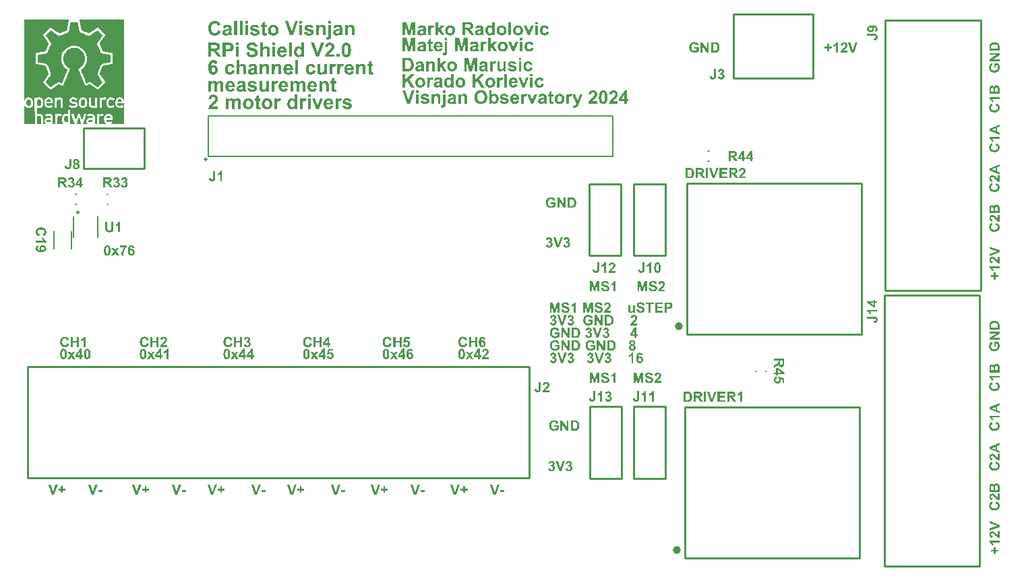
<source format=gbr>
G04*
G04 #@! TF.GenerationSoftware,Altium Limited,Altium Designer,24.0.1 (36)*
G04*
G04 Layer_Color=65535*
%FSLAX25Y25*%
%MOIN*%
G70*
G04*
G04 #@! TF.SameCoordinates,EAEA65AB-E80B-4046-BB69-B77F90F57262*
G04*
G04*
G04 #@! TF.FilePolarity,Positive*
G04*
G01*
G75*
%ADD10C,0.00984*%
%ADD11C,0.03937*%
%ADD12C,0.01000*%
%ADD13C,0.00787*%
G36*
X57102Y272219D02*
X57087Y231993D01*
X57057Y232172D01*
X56997Y232410D01*
X56878Y232709D01*
X56669Y233036D01*
X56625Y233081D01*
X56595Y233141D01*
X56401Y233334D01*
X56341Y233364D01*
X56252Y233454D01*
X56192Y233484D01*
X56014Y233603D01*
X55805Y233692D01*
X55507Y233782D01*
X55388Y233811D01*
X55089Y233841D01*
X54553Y233811D01*
X54463Y233782D01*
X54300Y233737D01*
X54150Y233677D01*
X53897Y233543D01*
X53629Y233334D01*
X53405Y233111D01*
X53376Y233051D01*
X53227Y232843D01*
X53107Y232574D01*
X53048Y232425D01*
X52958Y232098D01*
X52928Y231889D01*
X52899Y231770D01*
X52869Y231203D01*
X52899Y230577D01*
X52928Y230488D01*
X52973Y230235D01*
X53003Y230115D01*
X53092Y229877D01*
X53152Y229728D01*
X53331Y229430D01*
X53376Y229385D01*
X53405Y229325D01*
X53748Y228982D01*
X53808Y228953D01*
X54046Y228804D01*
X54329Y228699D01*
X54568Y228640D01*
X54747Y228610D01*
X55507Y228595D01*
X55596Y228625D01*
X55820Y228670D01*
X55939Y228699D01*
X56133Y228774D01*
X56520Y228982D01*
X56684Y229117D01*
X56788Y229191D01*
X57012Y229415D01*
X56908Y229519D01*
X56848Y229549D01*
X56729Y229668D01*
X56669Y229698D01*
X56520Y229847D01*
X56461Y229877D01*
X56312Y230026D01*
X56237Y230041D01*
X56133Y229936D01*
X56073Y229907D01*
X56014Y229847D01*
X55954Y229817D01*
X55566Y229638D01*
X55328Y229579D01*
X54732Y229608D01*
X54344Y229817D01*
X54210Y229922D01*
X54180Y229981D01*
X54121Y230041D01*
X53972Y230369D01*
X53912Y230726D01*
X53927Y230831D01*
X57102Y230816D01*
X57087Y220458D01*
X7889Y220472D01*
X7904Y230652D01*
X7934Y230354D01*
X7993Y230056D01*
X8112Y229728D01*
X8291Y229430D01*
X8336Y229385D01*
X8366Y229325D01*
X8679Y229012D01*
X8738Y228982D01*
X8798Y228923D01*
X8858Y228893D01*
X9305Y228684D01*
X9469Y228640D01*
X9648Y228610D01*
X10348Y228595D01*
X10437Y228625D01*
X10616Y228655D01*
X10706Y228684D01*
X10899Y228759D01*
X11153Y228893D01*
X11421Y229102D01*
X11675Y229355D01*
X11704Y229415D01*
X11764Y229474D01*
X11794Y229534D01*
X12002Y229981D01*
X12047Y230175D01*
X12077Y230354D01*
X12107Y230622D01*
X12122Y231799D01*
X12092Y231889D01*
X12062Y232217D01*
X12032Y232306D01*
X11987Y232470D01*
X11898Y232709D01*
X11749Y232947D01*
X11675Y233051D01*
X11540Y233215D01*
X11332Y233424D01*
X11272Y233454D01*
X11063Y233603D01*
X10765Y233722D01*
X10557Y233782D01*
X10199Y233841D01*
X9543Y233811D01*
X9454Y233782D01*
X9335Y233752D01*
X9141Y233677D01*
X8992Y233618D01*
X8947Y233573D01*
X8738Y233454D01*
X8679Y233394D01*
X8619Y233364D01*
X8366Y233111D01*
X8336Y233051D01*
X8276Y232992D01*
X8247Y232932D01*
X8127Y232753D01*
X8068Y232604D01*
X8008Y232396D01*
X7948Y232157D01*
X7919Y231859D01*
X7904Y231785D01*
X7889Y272219D01*
X44865Y272234D01*
X44895D01*
X57102Y272219D01*
D02*
G37*
G36*
X55298Y232828D02*
X55686Y232619D01*
X55790Y232515D01*
X55820Y232455D01*
X55879Y232396D01*
X55969Y232187D01*
X56028Y231948D01*
X56058Y231740D01*
X56043Y231695D01*
X53912Y231710D01*
X53972Y232098D01*
X54061Y232306D01*
X54150Y232455D01*
X54240Y232574D01*
X54255Y232589D01*
X54463Y232738D01*
X54613Y232798D01*
X54851Y232858D01*
X55298Y232828D01*
D02*
G37*
G36*
X10318Y232768D02*
X10467Y232709D01*
X10527Y232679D01*
X10736Y232530D01*
X10870Y232396D01*
X10989Y232127D01*
X11049Y231889D01*
X11078Y231501D01*
X11049Y230458D01*
X11019Y230369D01*
X10959Y230220D01*
X10840Y230011D01*
X10780Y229951D01*
X10765Y229907D01*
X10706Y229877D01*
X10616Y229787D01*
X10408Y229698D01*
X10199Y229638D01*
X9663Y229668D01*
X9335Y229847D01*
X9141Y230041D01*
X9022Y230309D01*
X8962Y230547D01*
X8932Y230935D01*
Y231591D01*
Y231621D01*
X8962Y231919D01*
X8992Y232038D01*
X9066Y232232D01*
X9215Y232470D01*
X9364Y232619D01*
X9633Y232738D01*
X9871Y232798D01*
X10318Y232768D01*
D02*
G37*
G36*
X159526Y270302D02*
X158177D01*
Y271550D01*
X159526D01*
Y270302D01*
D02*
G37*
G36*
X145316D02*
X143966D01*
Y271550D01*
X145316D01*
Y270302D01*
D02*
G37*
G36*
X118482D02*
X117133D01*
Y271550D01*
X118482D01*
Y270302D01*
D02*
G37*
G36*
X102243Y271670D02*
X102335D01*
X102445Y271651D01*
X102574Y271642D01*
X102711Y271615D01*
X102867Y271587D01*
X103033Y271541D01*
X103207Y271495D01*
X103381Y271431D01*
X103556Y271358D01*
X103730Y271266D01*
X103905Y271165D01*
X104070Y271045D01*
X104226Y270908D01*
X104235Y270899D01*
X104244Y270889D01*
X104272Y270862D01*
X104308Y270825D01*
X104345Y270779D01*
X104391Y270724D01*
X104437Y270651D01*
X104492Y270577D01*
X104556Y270495D01*
X104612Y270394D01*
X104676Y270293D01*
X104731Y270173D01*
X104795Y270045D01*
X104850Y269916D01*
X104905Y269770D01*
X104951Y269613D01*
X103537Y269274D01*
Y269283D01*
X103528Y269301D01*
X103519Y269329D01*
X103510Y269366D01*
X103473Y269466D01*
X103427Y269586D01*
X103354Y269724D01*
X103262Y269870D01*
X103143Y270008D01*
X103005Y270137D01*
X102987Y270155D01*
X102931Y270192D01*
X102849Y270238D01*
X102739Y270302D01*
X102601Y270357D01*
X102436Y270412D01*
X102243Y270449D01*
X102041Y270458D01*
X101968D01*
X101913Y270449D01*
X101848Y270440D01*
X101766Y270430D01*
X101591Y270385D01*
X101389Y270320D01*
X101288Y270274D01*
X101178Y270219D01*
X101068Y270155D01*
X100967Y270072D01*
X100866Y269990D01*
X100774Y269889D01*
X100765Y269880D01*
X100756Y269861D01*
X100728Y269825D01*
X100701Y269779D01*
X100664Y269724D01*
X100618Y269641D01*
X100572Y269558D01*
X100536Y269448D01*
X100490Y269329D01*
X100444Y269200D01*
X100398Y269044D01*
X100361Y268879D01*
X100334Y268705D01*
X100306Y268503D01*
X100297Y268291D01*
X100288Y268062D01*
Y268044D01*
Y268007D01*
Y267934D01*
X100297Y267842D01*
X100306Y267731D01*
X100315Y267612D01*
X100324Y267465D01*
X100352Y267318D01*
X100407Y267006D01*
X100490Y266694D01*
X100545Y266538D01*
X100609Y266400D01*
X100682Y266272D01*
X100765Y266153D01*
X100774Y266143D01*
X100783Y266125D01*
X100811Y266097D01*
X100848Y266070D01*
X100903Y266024D01*
X100958Y265978D01*
X101022Y265923D01*
X101105Y265877D01*
X101279Y265767D01*
X101490Y265684D01*
X101610Y265648D01*
X101738Y265620D01*
X101876Y265602D01*
X102014Y265593D01*
X102069D01*
X102105Y265602D01*
X102216Y265611D01*
X102353Y265638D01*
X102500Y265684D01*
X102665Y265739D01*
X102831Y265831D01*
X102987Y265951D01*
X102996Y265960D01*
X103005Y265969D01*
X103051Y266024D01*
X103124Y266107D01*
X103216Y266235D01*
X103262Y266309D01*
X103317Y266391D01*
X103363Y266483D01*
X103409Y266593D01*
X103464Y266703D01*
X103501Y266823D01*
X103547Y266960D01*
X103583Y267098D01*
X104970Y266667D01*
Y266657D01*
X104951Y266612D01*
X104933Y266557D01*
X104905Y266474D01*
X104868Y266382D01*
X104832Y266272D01*
X104777Y266143D01*
X104712Y266015D01*
X104566Y265730D01*
X104483Y265583D01*
X104382Y265446D01*
X104281Y265299D01*
X104162Y265170D01*
X104042Y265042D01*
X103905Y264932D01*
X103895Y264922D01*
X103868Y264904D01*
X103831Y264877D01*
X103776Y264849D01*
X103703Y264803D01*
X103611Y264757D01*
X103510Y264702D01*
X103400Y264656D01*
X103271Y264601D01*
X103124Y264546D01*
X102968Y264500D01*
X102803Y264463D01*
X102629Y264427D01*
X102436Y264399D01*
X102243Y264381D01*
X102032Y264372D01*
X101968D01*
X101894Y264381D01*
X101802Y264390D01*
X101683Y264399D01*
X101536Y264427D01*
X101389Y264454D01*
X101215Y264491D01*
X101040Y264546D01*
X100848Y264601D01*
X100655Y264684D01*
X100462Y264776D01*
X100269Y264886D01*
X100077Y265014D01*
X99893Y265161D01*
X99718Y265326D01*
X99709Y265335D01*
X99682Y265372D01*
X99636Y265427D01*
X99581Y265501D01*
X99507Y265602D01*
X99434Y265721D01*
X99351Y265859D01*
X99269Y266015D01*
X99186Y266198D01*
X99103Y266391D01*
X99030Y266612D01*
X98957Y266841D01*
X98901Y267098D01*
X98856Y267364D01*
X98828Y267658D01*
X98819Y267961D01*
Y267970D01*
Y267979D01*
Y268007D01*
Y268035D01*
X98828Y268126D01*
X98837Y268255D01*
X98846Y268402D01*
X98865Y268567D01*
X98892Y268760D01*
X98929Y268962D01*
X98984Y269182D01*
X99039Y269402D01*
X99113Y269632D01*
X99204Y269861D01*
X99305Y270082D01*
X99425Y270302D01*
X99572Y270504D01*
X99728Y270697D01*
X99737Y270706D01*
X99774Y270743D01*
X99819Y270789D01*
X99893Y270853D01*
X99985Y270926D01*
X100095Y271009D01*
X100223Y271101D01*
X100370Y271192D01*
X100526Y271284D01*
X100710Y271367D01*
X100903Y271449D01*
X101114Y271523D01*
X101343Y271587D01*
X101591Y271633D01*
X101848Y271670D01*
X102114Y271679D01*
X102170D01*
X102243Y271670D01*
D02*
G37*
G36*
X169514Y269714D02*
X169624Y269705D01*
X169744Y269687D01*
X169881Y269650D01*
X170028Y269613D01*
X170166Y269558D01*
X170184Y269549D01*
X170230Y269531D01*
X170294Y269494D01*
X170377Y269448D01*
X170469Y269384D01*
X170561Y269310D01*
X170652Y269237D01*
X170726Y269145D01*
X170735Y269136D01*
X170753Y269099D01*
X170790Y269053D01*
X170836Y268980D01*
X170873Y268897D01*
X170919Y268796D01*
X170955Y268695D01*
X170992Y268576D01*
Y268558D01*
X171001Y268521D01*
X171020Y268448D01*
X171038Y268347D01*
X171047Y268209D01*
X171065Y268062D01*
X171075Y267878D01*
Y267667D01*
Y264491D01*
X169725D01*
Y267098D01*
Y267107D01*
Y267135D01*
Y267181D01*
Y267236D01*
Y267300D01*
Y267373D01*
X169716Y267539D01*
X169707Y267722D01*
X169688Y267897D01*
X169679Y267979D01*
X169661Y268053D01*
X169652Y268108D01*
X169633Y268163D01*
Y268172D01*
X169615Y268200D01*
X169597Y268246D01*
X169560Y268301D01*
X169523Y268365D01*
X169477Y268429D01*
X169413Y268494D01*
X169349Y268548D01*
X169340Y268558D01*
X169312Y268567D01*
X169275Y268594D01*
X169220Y268622D01*
X169147Y268640D01*
X169064Y268668D01*
X168973Y268677D01*
X168871Y268686D01*
X168816D01*
X168743Y268677D01*
X168660Y268659D01*
X168559Y268640D01*
X168458Y268604D01*
X168348Y268558D01*
X168238Y268494D01*
X168229Y268484D01*
X168192Y268457D01*
X168146Y268420D01*
X168082Y268356D01*
X168018Y268282D01*
X167954Y268200D01*
X167898Y268090D01*
X167852Y267979D01*
Y267961D01*
X167834Y267915D01*
X167825Y267878D01*
Y267832D01*
X167816Y267777D01*
X167807Y267713D01*
X167797Y267640D01*
X167788Y267548D01*
X167779Y267456D01*
X167770Y267346D01*
X167761Y267227D01*
Y267098D01*
X167752Y266960D01*
Y266804D01*
Y264491D01*
X166402D01*
Y269604D01*
X167660D01*
Y268851D01*
X167669Y268861D01*
X167687Y268888D01*
X167724Y268934D01*
X167779Y268989D01*
X167843Y269053D01*
X167926Y269127D01*
X168018Y269210D01*
X168119Y269292D01*
X168238Y269366D01*
X168367Y269448D01*
X168504Y269522D01*
X168651Y269586D01*
X168816Y269641D01*
X168982Y269687D01*
X169165Y269714D01*
X169349Y269724D01*
X169422D01*
X169514Y269714D01*
D02*
G37*
G36*
X155276D02*
X155386Y269705D01*
X155505Y269687D01*
X155643Y269650D01*
X155790Y269613D01*
X155928Y269558D01*
X155946Y269549D01*
X155992Y269531D01*
X156056Y269494D01*
X156139Y269448D01*
X156231Y269384D01*
X156322Y269310D01*
X156414Y269237D01*
X156488Y269145D01*
X156497Y269136D01*
X156515Y269099D01*
X156552Y269053D01*
X156598Y268980D01*
X156634Y268897D01*
X156680Y268796D01*
X156717Y268695D01*
X156754Y268576D01*
Y268558D01*
X156763Y268521D01*
X156781Y268448D01*
X156800Y268347D01*
X156809Y268209D01*
X156827Y268062D01*
X156836Y267878D01*
Y267667D01*
Y264491D01*
X155487D01*
Y267098D01*
Y267107D01*
Y267135D01*
Y267181D01*
Y267236D01*
Y267300D01*
Y267373D01*
X155478Y267539D01*
X155469Y267722D01*
X155450Y267897D01*
X155441Y267979D01*
X155423Y268053D01*
X155414Y268108D01*
X155395Y268163D01*
Y268172D01*
X155377Y268200D01*
X155359Y268246D01*
X155322Y268301D01*
X155285Y268365D01*
X155239Y268429D01*
X155175Y268494D01*
X155111Y268548D01*
X155102Y268558D01*
X155074Y268567D01*
X155037Y268594D01*
X154982Y268622D01*
X154909Y268640D01*
X154826Y268668D01*
X154734Y268677D01*
X154633Y268686D01*
X154578D01*
X154505Y268677D01*
X154422Y268659D01*
X154321Y268640D01*
X154220Y268604D01*
X154110Y268558D01*
X154000Y268494D01*
X153991Y268484D01*
X153954Y268457D01*
X153908Y268420D01*
X153844Y268356D01*
X153780Y268282D01*
X153715Y268200D01*
X153660Y268090D01*
X153614Y267979D01*
Y267961D01*
X153596Y267915D01*
X153587Y267878D01*
Y267832D01*
X153578Y267777D01*
X153568Y267713D01*
X153559Y267640D01*
X153550Y267548D01*
X153541Y267456D01*
X153532Y267346D01*
X153523Y267227D01*
Y267098D01*
X153513Y266960D01*
Y266804D01*
Y264491D01*
X152164D01*
Y269604D01*
X153421D01*
Y268851D01*
X153431Y268861D01*
X153449Y268888D01*
X153486Y268934D01*
X153541Y268989D01*
X153605Y269053D01*
X153688Y269127D01*
X153780Y269210D01*
X153881Y269292D01*
X154000Y269366D01*
X154128Y269448D01*
X154266Y269522D01*
X154413Y269586D01*
X154578Y269641D01*
X154744Y269687D01*
X154927Y269714D01*
X155111Y269724D01*
X155184D01*
X155276Y269714D01*
D02*
G37*
G36*
X148731D02*
X148813D01*
X148914Y269705D01*
X149024Y269696D01*
X149144Y269678D01*
X149401Y269641D01*
X149658Y269577D01*
X149906Y269494D01*
X150016Y269439D01*
X150117Y269375D01*
X150126D01*
X150135Y269356D01*
X150163Y269338D01*
X150199Y269310D01*
X150291Y269237D01*
X150401Y269127D01*
X150512Y268980D01*
X150631Y268806D01*
X150741Y268604D01*
X150824Y268374D01*
X149548Y268135D01*
Y268145D01*
X149529Y268181D01*
X149511Y268236D01*
X149474Y268301D01*
X149437Y268374D01*
X149382Y268448D01*
X149318Y268521D01*
X149235Y268585D01*
X149226Y268594D01*
X149190Y268613D01*
X149144Y268640D01*
X149070Y268668D01*
X148978Y268695D01*
X148868Y268723D01*
X148731Y268741D01*
X148584Y268751D01*
X148492D01*
X148400Y268741D01*
X148281Y268732D01*
X148161Y268714D01*
X148033Y268686D01*
X147914Y268650D01*
X147813Y268594D01*
X147803D01*
X147794Y268576D01*
X147739Y268521D01*
X147693Y268438D01*
X147675Y268383D01*
X147666Y268319D01*
Y268310D01*
Y268291D01*
X147675Y268264D01*
X147684Y268236D01*
X147721Y268154D01*
X147748Y268108D01*
X147794Y268071D01*
X147803Y268062D01*
X147840Y268044D01*
X147868Y268035D01*
X147914Y268016D01*
X147959Y267998D01*
X148024Y267979D01*
X148097Y267952D01*
X148189Y267924D01*
X148290Y267897D01*
X148409Y267860D01*
X148538Y267823D01*
X148694Y267787D01*
X148868Y267741D01*
X149061Y267695D01*
X149070D01*
X149107Y267686D01*
X149162Y267667D01*
X149235Y267649D01*
X149327Y267631D01*
X149428Y267594D01*
X149538Y267566D01*
X149658Y267530D01*
X149906Y267438D01*
X150154Y267337D01*
X150273Y267282D01*
X150383Y267217D01*
X150484Y267153D01*
X150567Y267089D01*
X150576D01*
X150585Y267071D01*
X150631Y267025D01*
X150704Y266942D01*
X150787Y266832D01*
X150860Y266685D01*
X150934Y266511D01*
X150980Y266309D01*
X150998Y266198D01*
Y266079D01*
Y266070D01*
Y266052D01*
Y266015D01*
X150989Y265960D01*
X150980Y265905D01*
X150970Y265831D01*
X150925Y265666D01*
X150851Y265482D01*
X150805Y265381D01*
X150750Y265281D01*
X150686Y265179D01*
X150603Y265069D01*
X150512Y264978D01*
X150410Y264877D01*
X150401Y264867D01*
X150383Y264858D01*
X150346Y264831D01*
X150300Y264794D01*
X150236Y264757D01*
X150163Y264721D01*
X150071Y264675D01*
X149970Y264629D01*
X149860Y264574D01*
X149731Y264528D01*
X149584Y264491D01*
X149428Y264454D01*
X149254Y264418D01*
X149070Y264390D01*
X148877Y264381D01*
X148666Y264372D01*
X148565D01*
X148492Y264381D01*
X148409D01*
X148308Y264390D01*
X148189Y264408D01*
X148070Y264427D01*
X147803Y264473D01*
X147528Y264546D01*
X147262Y264647D01*
X147133Y264711D01*
X147014Y264785D01*
X147005Y264794D01*
X146986Y264803D01*
X146959Y264831D01*
X146913Y264858D01*
X146867Y264904D01*
X146812Y264959D01*
X146693Y265088D01*
X146555Y265253D01*
X146426Y265446D01*
X146307Y265675D01*
X146261Y265804D01*
X146224Y265932D01*
X147583Y266143D01*
Y266125D01*
X147601Y266079D01*
X147620Y266006D01*
X147657Y265923D01*
X147702Y265822D01*
X147757Y265721D01*
X147831Y265629D01*
X147923Y265547D01*
X147932Y265538D01*
X147969Y265519D01*
X148033Y265482D01*
X148116Y265446D01*
X148226Y265409D01*
X148345Y265372D01*
X148501Y265354D01*
X148666Y265345D01*
X148749D01*
X148850Y265354D01*
X148960Y265372D01*
X149089Y265391D01*
X149217Y265427D01*
X149346Y265473D01*
X149456Y265538D01*
X149465Y265547D01*
X149483Y265565D01*
X149511Y265593D01*
X149548Y265629D01*
X149584Y265684D01*
X149612Y265739D01*
X149630Y265813D01*
X149639Y265896D01*
Y265905D01*
Y265923D01*
X149630Y265951D01*
Y265987D01*
X149593Y266070D01*
X149575Y266116D01*
X149538Y266153D01*
X149529D01*
X149520Y266171D01*
X149493Y266189D01*
X149447Y266208D01*
X149382Y266235D01*
X149309Y266263D01*
X149208Y266299D01*
X149089Y266327D01*
X149070D01*
X149015Y266345D01*
X148933Y266364D01*
X148822Y266391D01*
X148694Y266419D01*
X148547Y266456D01*
X148382Y266501D01*
X148216Y266547D01*
X147859Y266648D01*
X147684Y266703D01*
X147519Y266758D01*
X147363Y266823D01*
X147225Y266878D01*
X147106Y266933D01*
X147014Y266988D01*
X147005Y266997D01*
X146986Y267006D01*
X146959Y267034D01*
X146922Y267061D01*
X146876Y267107D01*
X146821Y267162D01*
X146711Y267291D01*
X146601Y267456D01*
X146500Y267658D01*
X146463Y267768D01*
X146436Y267888D01*
X146417Y268007D01*
X146408Y268145D01*
Y268154D01*
Y268172D01*
Y268209D01*
X146417Y268255D01*
X146426Y268310D01*
X146436Y268383D01*
X146472Y268539D01*
X146537Y268714D01*
X146582Y268806D01*
X146628Y268897D01*
X146693Y268998D01*
X146757Y269090D01*
X146839Y269182D01*
X146931Y269265D01*
X146941Y269274D01*
X146959Y269283D01*
X146986Y269310D01*
X147032Y269338D01*
X147087Y269375D01*
X147152Y269411D01*
X147234Y269448D01*
X147335Y269494D01*
X147436Y269540D01*
X147555Y269577D01*
X147693Y269613D01*
X147840Y269650D01*
X147996Y269678D01*
X148171Y269705D01*
X148354Y269714D01*
X148556Y269724D01*
X148657D01*
X148731Y269714D01*
D02*
G37*
G36*
X121897D02*
X121980D01*
X122081Y269705D01*
X122191Y269696D01*
X122310Y269678D01*
X122568Y269641D01*
X122825Y269577D01*
X123073Y269494D01*
X123183Y269439D01*
X123284Y269375D01*
X123293D01*
X123302Y269356D01*
X123329Y269338D01*
X123366Y269310D01*
X123458Y269237D01*
X123568Y269127D01*
X123678Y268980D01*
X123798Y268806D01*
X123908Y268604D01*
X123990Y268374D01*
X122714Y268135D01*
Y268145D01*
X122696Y268181D01*
X122678Y268236D01*
X122641Y268301D01*
X122604Y268374D01*
X122549Y268448D01*
X122485Y268521D01*
X122402Y268585D01*
X122393Y268594D01*
X122356Y268613D01*
X122310Y268640D01*
X122237Y268668D01*
X122145Y268695D01*
X122035Y268723D01*
X121897Y268741D01*
X121750Y268751D01*
X121659D01*
X121567Y268741D01*
X121448Y268732D01*
X121328Y268714D01*
X121200Y268686D01*
X121080Y268650D01*
X120979Y268594D01*
X120970D01*
X120961Y268576D01*
X120906Y268521D01*
X120860Y268438D01*
X120842Y268383D01*
X120833Y268319D01*
Y268310D01*
Y268291D01*
X120842Y268264D01*
X120851Y268236D01*
X120888Y268154D01*
X120915Y268108D01*
X120961Y268071D01*
X120970Y268062D01*
X121007Y268044D01*
X121035Y268035D01*
X121080Y268016D01*
X121126Y267998D01*
X121191Y267979D01*
X121264Y267952D01*
X121356Y267924D01*
X121457Y267897D01*
X121576Y267860D01*
X121705Y267823D01*
X121861Y267787D01*
X122035Y267741D01*
X122228Y267695D01*
X122237D01*
X122274Y267686D01*
X122329Y267667D01*
X122402Y267649D01*
X122494Y267631D01*
X122595Y267594D01*
X122705Y267566D01*
X122825Y267530D01*
X123073Y267438D01*
X123320Y267337D01*
X123440Y267282D01*
X123550Y267217D01*
X123651Y267153D01*
X123733Y267089D01*
X123743D01*
X123752Y267071D01*
X123798Y267025D01*
X123871Y266942D01*
X123954Y266832D01*
X124027Y266685D01*
X124101Y266511D01*
X124146Y266309D01*
X124165Y266198D01*
Y266079D01*
Y266070D01*
Y266052D01*
Y266015D01*
X124156Y265960D01*
X124146Y265905D01*
X124137Y265831D01*
X124091Y265666D01*
X124018Y265482D01*
X123972Y265381D01*
X123917Y265281D01*
X123853Y265179D01*
X123770Y265069D01*
X123678Y264978D01*
X123577Y264877D01*
X123568Y264867D01*
X123550Y264858D01*
X123513Y264831D01*
X123467Y264794D01*
X123403Y264757D01*
X123329Y264721D01*
X123238Y264675D01*
X123137Y264629D01*
X123027Y264574D01*
X122898Y264528D01*
X122751Y264491D01*
X122595Y264454D01*
X122421Y264418D01*
X122237Y264390D01*
X122044Y264381D01*
X121833Y264372D01*
X121732D01*
X121659Y264381D01*
X121576D01*
X121475Y264390D01*
X121356Y264408D01*
X121237Y264427D01*
X120970Y264473D01*
X120695Y264546D01*
X120429Y264647D01*
X120300Y264711D01*
X120181Y264785D01*
X120172Y264794D01*
X120153Y264803D01*
X120126Y264831D01*
X120080Y264858D01*
X120034Y264904D01*
X119979Y264959D01*
X119860Y265088D01*
X119722Y265253D01*
X119593Y265446D01*
X119474Y265675D01*
X119428Y265804D01*
X119391Y265932D01*
X120750Y266143D01*
Y266125D01*
X120768Y266079D01*
X120787Y266006D01*
X120823Y265923D01*
X120869Y265822D01*
X120924Y265721D01*
X120998Y265629D01*
X121090Y265547D01*
X121099Y265538D01*
X121135Y265519D01*
X121200Y265482D01*
X121282Y265446D01*
X121393Y265409D01*
X121512Y265372D01*
X121668Y265354D01*
X121833Y265345D01*
X121916D01*
X122017Y265354D01*
X122127Y265372D01*
X122255Y265391D01*
X122384Y265427D01*
X122512Y265473D01*
X122623Y265538D01*
X122632Y265547D01*
X122650Y265565D01*
X122678Y265593D01*
X122714Y265629D01*
X122751Y265684D01*
X122779Y265739D01*
X122797Y265813D01*
X122806Y265896D01*
Y265905D01*
Y265923D01*
X122797Y265951D01*
Y265987D01*
X122760Y266070D01*
X122742Y266116D01*
X122705Y266153D01*
X122696D01*
X122687Y266171D01*
X122659Y266189D01*
X122614Y266208D01*
X122549Y266235D01*
X122476Y266263D01*
X122375Y266299D01*
X122255Y266327D01*
X122237D01*
X122182Y266345D01*
X122099Y266364D01*
X121989Y266391D01*
X121861Y266419D01*
X121714Y266456D01*
X121549Y266501D01*
X121383Y266547D01*
X121025Y266648D01*
X120851Y266703D01*
X120686Y266758D01*
X120530Y266823D01*
X120392Y266878D01*
X120273Y266933D01*
X120181Y266988D01*
X120172Y266997D01*
X120153Y267006D01*
X120126Y267034D01*
X120089Y267061D01*
X120043Y267107D01*
X119988Y267162D01*
X119878Y267291D01*
X119768Y267456D01*
X119667Y267658D01*
X119630Y267768D01*
X119602Y267888D01*
X119584Y268007D01*
X119575Y268145D01*
Y268154D01*
Y268172D01*
Y268209D01*
X119584Y268255D01*
X119593Y268310D01*
X119602Y268383D01*
X119639Y268539D01*
X119703Y268714D01*
X119749Y268806D01*
X119795Y268897D01*
X119860Y268998D01*
X119924Y269090D01*
X120006Y269182D01*
X120098Y269265D01*
X120107Y269274D01*
X120126Y269283D01*
X120153Y269310D01*
X120199Y269338D01*
X120254Y269375D01*
X120318Y269411D01*
X120401Y269448D01*
X120502Y269494D01*
X120603Y269540D01*
X120722Y269577D01*
X120860Y269613D01*
X121007Y269650D01*
X121163Y269678D01*
X121337Y269705D01*
X121521Y269714D01*
X121723Y269724D01*
X121824D01*
X121897Y269714D01*
D02*
G37*
G36*
X140726Y264491D02*
X139202D01*
X136686Y271550D01*
X138229D01*
X140010Y266327D01*
X141745Y271550D01*
X143259D01*
X140726Y264491D01*
D02*
G37*
G36*
X163152Y269714D02*
X163244D01*
X163336Y269705D01*
X163446Y269696D01*
X163657Y269669D01*
X163887Y269632D01*
X164098Y269577D01*
X164190Y269540D01*
X164281Y269503D01*
X164291D01*
X164300Y269494D01*
X164355Y269466D01*
X164428Y269421D01*
X164529Y269356D01*
X164630Y269283D01*
X164731Y269182D01*
X164823Y269081D01*
X164906Y268962D01*
X164915Y268943D01*
X164933Y268897D01*
X164952Y268861D01*
X164961Y268815D01*
X164979Y268751D01*
X164997Y268686D01*
X165016Y268613D01*
X165034Y268521D01*
X165043Y268420D01*
X165062Y268310D01*
X165071Y268191D01*
X165080Y268053D01*
X165089Y267906D01*
Y267750D01*
X165071Y266171D01*
Y266162D01*
Y266143D01*
Y266107D01*
Y266061D01*
Y266006D01*
Y265941D01*
X165080Y265794D01*
X165089Y265629D01*
X165099Y265464D01*
X165117Y265308D01*
X165135Y265170D01*
Y265152D01*
X165144Y265115D01*
X165163Y265051D01*
X165190Y264968D01*
X165227Y264867D01*
X165264Y264748D01*
X165319Y264619D01*
X165383Y264491D01*
X164043D01*
Y264500D01*
X164034Y264518D01*
X164024Y264546D01*
X164006Y264592D01*
X163988Y264647D01*
X163960Y264711D01*
X163933Y264794D01*
X163905Y264886D01*
Y264895D01*
Y264904D01*
X163887Y264950D01*
X163878Y265005D01*
X163859Y265042D01*
X163841Y265023D01*
X163795Y264987D01*
X163731Y264922D01*
X163639Y264849D01*
X163529Y264766D01*
X163400Y264684D01*
X163262Y264610D01*
X163116Y264537D01*
X163097Y264528D01*
X163051Y264509D01*
X162969Y264482D01*
X162868Y264454D01*
X162739Y264427D01*
X162601Y264399D01*
X162445Y264381D01*
X162280Y264372D01*
X162207D01*
X162152Y264381D01*
X162088D01*
X162005Y264390D01*
X161830Y264427D01*
X161628Y264473D01*
X161417Y264546D01*
X161215Y264656D01*
X161124Y264721D01*
X161032Y264794D01*
X161023Y264803D01*
X161013Y264812D01*
X160995Y264840D01*
X160958Y264867D01*
X160894Y264968D01*
X160811Y265088D01*
X160729Y265244D01*
X160655Y265437D01*
X160600Y265648D01*
X160591Y265758D01*
X160582Y265877D01*
Y265886D01*
Y265896D01*
Y265951D01*
X160591Y266033D01*
X160609Y266134D01*
X160628Y266253D01*
X160665Y266382D01*
X160720Y266520D01*
X160784Y266648D01*
X160793Y266667D01*
X160821Y266703D01*
X160866Y266768D01*
X160940Y266841D01*
X161023Y266924D01*
X161114Y267006D01*
X161234Y267089D01*
X161362Y267162D01*
X161381Y267172D01*
X161436Y267190D01*
X161518Y267227D01*
X161638Y267272D01*
X161794Y267318D01*
X161977Y267373D01*
X162188Y267429D01*
X162436Y267475D01*
X162445D01*
X162482Y267484D01*
X162528Y267493D01*
X162592Y267502D01*
X162666Y267520D01*
X162758Y267539D01*
X162960Y267585D01*
X163180Y267640D01*
X163400Y267695D01*
X163501Y267722D01*
X163593Y267759D01*
X163685Y267787D01*
X163758Y267814D01*
Y267943D01*
Y267952D01*
Y267961D01*
Y268007D01*
X163749Y268080D01*
X163731Y268163D01*
X163712Y268264D01*
X163676Y268356D01*
X163620Y268438D01*
X163556Y268512D01*
X163547Y268521D01*
X163520Y268539D01*
X163464Y268567D01*
X163391Y268604D01*
X163299Y268631D01*
X163171Y268659D01*
X163015Y268677D01*
X162831Y268686D01*
X162767D01*
X162703Y268677D01*
X162620Y268668D01*
X162528Y268650D01*
X162436Y268622D01*
X162345Y268585D01*
X162262Y268539D01*
X162253Y268530D01*
X162225Y268512D01*
X162188Y268475D01*
X162143Y268420D01*
X162097Y268356D01*
X162042Y268264D01*
X161986Y268163D01*
X161941Y268035D01*
X160720Y268255D01*
Y268264D01*
X160729Y268291D01*
X160738Y268328D01*
X160756Y268374D01*
X160784Y268438D01*
X160811Y268512D01*
X160885Y268668D01*
X160977Y268851D01*
X161105Y269035D01*
X161252Y269210D01*
X161426Y269356D01*
X161436D01*
X161454Y269375D01*
X161482Y269393D01*
X161518Y269411D01*
X161573Y269439D01*
X161638Y269476D01*
X161720Y269503D01*
X161803Y269540D01*
X161904Y269577D01*
X162014Y269604D01*
X162143Y269641D01*
X162271Y269669D01*
X162418Y269687D01*
X162583Y269705D01*
X162748Y269724D01*
X163079D01*
X163152Y269714D01*
D02*
G37*
G36*
X145316Y264491D02*
X143966D01*
Y269604D01*
X145316D01*
Y264491D01*
D02*
G37*
G36*
X118482D02*
X117133D01*
Y269604D01*
X118482D01*
Y264491D01*
D02*
G37*
G36*
X115747D02*
X114397D01*
Y271550D01*
X115747D01*
Y264491D01*
D02*
G37*
G36*
X113011D02*
X111662D01*
Y271550D01*
X113011D01*
Y264491D01*
D02*
G37*
G36*
X108394Y269714D02*
X108485D01*
X108577Y269705D01*
X108687Y269696D01*
X108898Y269669D01*
X109128Y269632D01*
X109339Y269577D01*
X109431Y269540D01*
X109523Y269503D01*
X109532D01*
X109541Y269494D01*
X109596Y269466D01*
X109670Y269421D01*
X109771Y269356D01*
X109872Y269283D01*
X109973Y269182D01*
X110064Y269081D01*
X110147Y268962D01*
X110156Y268943D01*
X110175Y268897D01*
X110193Y268861D01*
X110202Y268815D01*
X110221Y268751D01*
X110239Y268686D01*
X110257Y268613D01*
X110275Y268521D01*
X110285Y268420D01*
X110303Y268310D01*
X110312Y268191D01*
X110321Y268053D01*
X110331Y267906D01*
Y267750D01*
X110312Y266171D01*
Y266162D01*
Y266143D01*
Y266107D01*
Y266061D01*
Y266006D01*
Y265941D01*
X110321Y265794D01*
X110331Y265629D01*
X110340Y265464D01*
X110358Y265308D01*
X110377Y265170D01*
Y265152D01*
X110386Y265115D01*
X110404Y265051D01*
X110432Y264968D01*
X110468Y264867D01*
X110505Y264748D01*
X110560Y264619D01*
X110624Y264491D01*
X109284D01*
Y264500D01*
X109275Y264518D01*
X109266Y264546D01*
X109247Y264592D01*
X109229Y264647D01*
X109202Y264711D01*
X109174Y264794D01*
X109146Y264886D01*
Y264895D01*
Y264904D01*
X109128Y264950D01*
X109119Y265005D01*
X109100Y265042D01*
X109082Y265023D01*
X109036Y264987D01*
X108972Y264922D01*
X108880Y264849D01*
X108770Y264766D01*
X108642Y264684D01*
X108504Y264610D01*
X108357Y264537D01*
X108339Y264528D01*
X108293Y264509D01*
X108210Y264482D01*
X108109Y264454D01*
X107981Y264427D01*
X107843Y264399D01*
X107687Y264381D01*
X107521Y264372D01*
X107448D01*
X107393Y264381D01*
X107329D01*
X107246Y264390D01*
X107072Y264427D01*
X106870Y264473D01*
X106659Y264546D01*
X106457Y264656D01*
X106365Y264721D01*
X106273Y264794D01*
X106264Y264803D01*
X106255Y264812D01*
X106236Y264840D01*
X106200Y264867D01*
X106135Y264968D01*
X106053Y265088D01*
X105970Y265244D01*
X105897Y265437D01*
X105842Y265648D01*
X105832Y265758D01*
X105823Y265877D01*
Y265886D01*
Y265896D01*
Y265951D01*
X105832Y266033D01*
X105851Y266134D01*
X105869Y266253D01*
X105906Y266382D01*
X105961Y266520D01*
X106025Y266648D01*
X106034Y266667D01*
X106062Y266703D01*
X106108Y266768D01*
X106181Y266841D01*
X106264Y266924D01*
X106356Y267006D01*
X106475Y267089D01*
X106604Y267162D01*
X106622Y267172D01*
X106677Y267190D01*
X106760Y267227D01*
X106879Y267272D01*
X107035Y267318D01*
X107219Y267373D01*
X107430Y267429D01*
X107678Y267475D01*
X107687D01*
X107723Y267484D01*
X107769Y267493D01*
X107834Y267502D01*
X107907Y267520D01*
X107999Y267539D01*
X108201Y267585D01*
X108421Y267640D01*
X108642Y267695D01*
X108742Y267722D01*
X108834Y267759D01*
X108926Y267787D01*
X109000Y267814D01*
Y267943D01*
Y267952D01*
Y267961D01*
Y268007D01*
X108990Y268080D01*
X108972Y268163D01*
X108954Y268264D01*
X108917Y268356D01*
X108862Y268438D01*
X108798Y268512D01*
X108788Y268521D01*
X108761Y268539D01*
X108706Y268567D01*
X108632Y268604D01*
X108540Y268631D01*
X108412Y268659D01*
X108256Y268677D01*
X108072Y268686D01*
X108008D01*
X107944Y268677D01*
X107861Y268668D01*
X107769Y268650D01*
X107678Y268622D01*
X107586Y268585D01*
X107503Y268539D01*
X107494Y268530D01*
X107466Y268512D01*
X107430Y268475D01*
X107384Y268420D01*
X107338Y268356D01*
X107283Y268264D01*
X107228Y268163D01*
X107182Y268035D01*
X105961Y268255D01*
Y268264D01*
X105970Y268291D01*
X105979Y268328D01*
X105998Y268374D01*
X106025Y268438D01*
X106053Y268512D01*
X106126Y268668D01*
X106218Y268851D01*
X106346Y269035D01*
X106493Y269210D01*
X106668Y269356D01*
X106677D01*
X106695Y269375D01*
X106723Y269393D01*
X106760Y269411D01*
X106815Y269439D01*
X106879Y269476D01*
X106962Y269503D01*
X107044Y269540D01*
X107145Y269577D01*
X107255Y269604D01*
X107384Y269641D01*
X107512Y269669D01*
X107659Y269687D01*
X107825Y269705D01*
X107990Y269724D01*
X108320D01*
X108394Y269714D01*
D02*
G37*
G36*
X131059D02*
X131142D01*
X131243Y269696D01*
X131353Y269687D01*
X131481Y269659D01*
X131628Y269632D01*
X131775Y269586D01*
X131931Y269540D01*
X132087Y269476D01*
X132243Y269402D01*
X132408Y269320D01*
X132565Y269210D01*
X132712Y269099D01*
X132858Y268962D01*
X132868Y268952D01*
X132895Y268925D01*
X132932Y268888D01*
X132978Y268824D01*
X133033Y268751D01*
X133097Y268659D01*
X133161Y268558D01*
X133235Y268438D01*
X133299Y268310D01*
X133363Y268163D01*
X133428Y268007D01*
X133483Y267842D01*
X133538Y267667D01*
X133574Y267475D01*
X133593Y267272D01*
X133602Y267061D01*
Y267052D01*
Y267006D01*
X133593Y266951D01*
Y266869D01*
X133584Y266768D01*
X133565Y266648D01*
X133538Y266520D01*
X133510Y266382D01*
X133464Y266235D01*
X133418Y266079D01*
X133354Y265923D01*
X133281Y265758D01*
X133198Y265593D01*
X133097Y265437D01*
X132978Y265281D01*
X132849Y265134D01*
X132840Y265124D01*
X132812Y265097D01*
X132776Y265060D01*
X132712Y265014D01*
X132638Y264959D01*
X132555Y264895D01*
X132445Y264822D01*
X132335Y264757D01*
X132197Y264684D01*
X132060Y264610D01*
X131904Y264546D01*
X131738Y264491D01*
X131564Y264445D01*
X131371Y264408D01*
X131178Y264381D01*
X130967Y264372D01*
X130894D01*
X130848Y264381D01*
X130784D01*
X130710Y264390D01*
X130628Y264399D01*
X130536Y264408D01*
X130325Y264445D01*
X130104Y264500D01*
X129857Y264583D01*
X129618Y264684D01*
X129609D01*
X129590Y264702D01*
X129553Y264721D01*
X129517Y264748D01*
X129462Y264776D01*
X129397Y264822D01*
X129260Y264922D01*
X129104Y265051D01*
X128948Y265216D01*
X128792Y265400D01*
X128654Y265620D01*
Y265629D01*
X128636Y265648D01*
X128626Y265684D01*
X128599Y265730D01*
X128580Y265794D01*
X128553Y265859D01*
X128516Y265941D01*
X128489Y266042D01*
X128461Y266143D01*
X128424Y266253D01*
X128397Y266382D01*
X128378Y266511D01*
X128342Y266795D01*
X128323Y267116D01*
Y267126D01*
Y267144D01*
Y267181D01*
X128333Y267236D01*
Y267291D01*
X128342Y267364D01*
X128351Y267447D01*
X128369Y267530D01*
X128406Y267731D01*
X128461Y267952D01*
X128544Y268181D01*
X128654Y268420D01*
Y268429D01*
X128672Y268448D01*
X128691Y268484D01*
X128718Y268521D01*
X128746Y268576D01*
X128792Y268640D01*
X128893Y268778D01*
X129030Y268934D01*
X129186Y269090D01*
X129379Y269246D01*
X129590Y269384D01*
X129599D01*
X129618Y269402D01*
X129655Y269411D01*
X129700Y269439D01*
X129755Y269466D01*
X129829Y269494D01*
X129902Y269522D01*
X129994Y269558D01*
X130196Y269613D01*
X130426Y269669D01*
X130674Y269705D01*
X130949Y269724D01*
X131004D01*
X131059Y269714D01*
D02*
G37*
G36*
X126763Y269604D02*
X127690D01*
Y268530D01*
X126763D01*
Y266456D01*
Y266446D01*
Y266428D01*
Y266400D01*
Y266354D01*
Y266253D01*
Y266134D01*
X126772Y266006D01*
Y265886D01*
Y265785D01*
X126781Y265749D01*
Y265721D01*
X126790Y265703D01*
X126809Y265666D01*
X126845Y265611D01*
X126900Y265556D01*
X126910D01*
X126919Y265547D01*
X126965Y265528D01*
X127047Y265501D01*
X127139Y265492D01*
X127176D01*
X127213Y265501D01*
X127277Y265510D01*
X127350Y265519D01*
X127442Y265547D01*
X127552Y265574D01*
X127681Y265620D01*
X127800Y264564D01*
X127791D01*
X127782Y264555D01*
X127754Y264546D01*
X127717Y264537D01*
X127617Y264500D01*
X127488Y264473D01*
X127332Y264436D01*
X127148Y264399D01*
X126946Y264381D01*
X126726Y264372D01*
X126662D01*
X126598Y264381D01*
X126515Y264390D01*
X126414Y264399D01*
X126304Y264427D01*
X126184Y264454D01*
X126074Y264491D01*
X126065Y264500D01*
X126028Y264509D01*
X125973Y264537D01*
X125909Y264574D01*
X125771Y264675D01*
X125698Y264739D01*
X125643Y264803D01*
X125634Y264812D01*
X125625Y264840D01*
X125597Y264886D01*
X125569Y264950D01*
X125533Y265023D01*
X125505Y265115D01*
X125478Y265216D01*
X125450Y265335D01*
Y265345D01*
X125441Y265381D01*
Y265446D01*
X125432Y265547D01*
X125423Y265675D01*
Y265749D01*
Y265840D01*
X125413Y265932D01*
Y266042D01*
Y266162D01*
Y266290D01*
Y268530D01*
X124789D01*
Y269604D01*
X125413D01*
Y270623D01*
X126763Y271422D01*
Y269604D01*
D02*
G37*
G36*
X159526Y264638D02*
Y264629D01*
Y264592D01*
Y264546D01*
Y264482D01*
Y264399D01*
X159517Y264307D01*
Y264216D01*
X159508Y264105D01*
X159499Y263885D01*
X159471Y263656D01*
X159444Y263444D01*
X159416Y263353D01*
X159398Y263270D01*
X159388Y263252D01*
X159370Y263206D01*
X159334Y263132D01*
X159288Y263040D01*
X159223Y262940D01*
X159132Y262829D01*
X159030Y262728D01*
X158902Y262637D01*
X158884Y262627D01*
X158838Y262600D01*
X158755Y262563D01*
X158654Y262526D01*
X158516Y262481D01*
X158360Y262444D01*
X158186Y262416D01*
X157984Y262407D01*
X157911D01*
X157855Y262416D01*
X157791D01*
X157718Y262425D01*
X157553Y262444D01*
X157543D01*
X157516Y262453D01*
X157470Y262462D01*
X157406Y262471D01*
X157332Y262490D01*
X157240Y262508D01*
X157048Y262554D01*
X157286Y263711D01*
X157305D01*
X157341Y263702D01*
X157396Y263692D01*
X157461Y263683D01*
X157479D01*
X157516Y263674D01*
X157562Y263665D01*
X157653D01*
X157690Y263674D01*
X157736D01*
X157846Y263702D01*
X157947Y263757D01*
X157957D01*
X157966Y263775D01*
X158021Y263821D01*
X158085Y263885D01*
X158131Y263977D01*
Y263986D01*
X158140Y264004D01*
X158149Y264050D01*
X158158Y264115D01*
Y264216D01*
X158168Y264271D01*
Y264344D01*
X158177Y264418D01*
Y264509D01*
Y264610D01*
Y264721D01*
Y269604D01*
X159526D01*
Y264638D01*
D02*
G37*
G36*
X131913Y259618D02*
X130563D01*
Y260867D01*
X131913D01*
Y259618D01*
D02*
G37*
G36*
X113847D02*
X112497D01*
Y260867D01*
X113847D01*
Y259618D01*
D02*
G37*
G36*
X120658Y260986D02*
X120768Y260977D01*
X120897Y260968D01*
X121035Y260949D01*
X121191Y260922D01*
X121512Y260848D01*
X121677Y260803D01*
X121842Y260747D01*
X122008Y260683D01*
X122164Y260600D01*
X122310Y260509D01*
X122439Y260408D01*
X122448Y260399D01*
X122467Y260380D01*
X122503Y260353D01*
X122549Y260307D01*
X122595Y260243D01*
X122650Y260178D01*
X122714Y260096D01*
X122779Y259995D01*
X122843Y259894D01*
X122907Y259774D01*
X122962Y259646D01*
X123017Y259508D01*
X123063Y259361D01*
X123109Y259205D01*
X123137Y259031D01*
X123146Y258856D01*
X121723Y258801D01*
Y258810D01*
Y258829D01*
X121714Y258856D01*
X121705Y258893D01*
X121677Y258985D01*
X121640Y259104D01*
X121585Y259233D01*
X121521Y259361D01*
X121429Y259481D01*
X121328Y259581D01*
X121310Y259591D01*
X121273Y259618D01*
X121200Y259655D01*
X121099Y259701D01*
X120979Y259747D01*
X120823Y259784D01*
X120640Y259811D01*
X120429Y259820D01*
X120328D01*
X120273Y259811D01*
X120218D01*
X120071Y259793D01*
X119914Y259756D01*
X119758Y259710D01*
X119593Y259646D01*
X119456Y259563D01*
X119446Y259554D01*
X119419Y259536D01*
X119382Y259499D01*
X119345Y259444D01*
X119309Y259380D01*
X119272Y259306D01*
X119244Y259224D01*
X119235Y259122D01*
Y259113D01*
Y259086D01*
X119244Y259031D01*
X119263Y258976D01*
X119290Y258911D01*
X119327Y258838D01*
X119373Y258765D01*
X119446Y258691D01*
X119456Y258682D01*
X119474Y258673D01*
X119501Y258654D01*
X119538Y258636D01*
X119584Y258608D01*
X119639Y258581D01*
X119713Y258553D01*
X119786Y258517D01*
X119878Y258480D01*
X119988Y258443D01*
X120107Y258397D01*
X120245Y258361D01*
X120392Y258315D01*
X120566Y258269D01*
X120750Y258223D01*
X120759D01*
X120796Y258214D01*
X120851Y258195D01*
X120924Y258177D01*
X121007Y258159D01*
X121108Y258131D01*
X121218Y258103D01*
X121328Y258067D01*
X121576Y257984D01*
X121833Y257902D01*
X122072Y257810D01*
X122182Y257755D01*
X122283Y257709D01*
X122292D01*
X122301Y257700D01*
X122329Y257681D01*
X122366Y257663D01*
X122457Y257599D01*
X122568Y257516D01*
X122696Y257415D01*
X122825Y257287D01*
X122944Y257149D01*
X123063Y256984D01*
Y256974D01*
X123073Y256965D01*
X123091Y256938D01*
X123109Y256901D01*
X123127Y256855D01*
X123155Y256809D01*
X123210Y256672D01*
X123256Y256515D01*
X123302Y256323D01*
X123339Y256102D01*
X123348Y255864D01*
Y255854D01*
Y255836D01*
Y255799D01*
X123339Y255763D01*
Y255708D01*
X123329Y255643D01*
X123302Y255487D01*
X123265Y255313D01*
X123201Y255120D01*
X123118Y254918D01*
X123008Y254716D01*
Y254707D01*
X122990Y254698D01*
X122971Y254670D01*
X122944Y254633D01*
X122871Y254542D01*
X122760Y254422D01*
X122623Y254294D01*
X122467Y254165D01*
X122274Y254046D01*
X122054Y253936D01*
X122044D01*
X122026Y253927D01*
X121989Y253908D01*
X121943Y253899D01*
X121879Y253881D01*
X121815Y253853D01*
X121723Y253835D01*
X121631Y253807D01*
X121521Y253780D01*
X121411Y253761D01*
X121282Y253743D01*
X121145Y253715D01*
X120851Y253688D01*
X120520Y253679D01*
X120392D01*
X120300Y253688D01*
X120190Y253697D01*
X120061Y253715D01*
X119914Y253734D01*
X119758Y253752D01*
X119428Y253826D01*
X119263Y253881D01*
X119088Y253936D01*
X118923Y254009D01*
X118758Y254092D01*
X118602Y254184D01*
X118464Y254294D01*
X118455Y254303D01*
X118437Y254321D01*
X118400Y254358D01*
X118354Y254413D01*
X118290Y254477D01*
X118235Y254551D01*
X118161Y254643D01*
X118088Y254753D01*
X118014Y254872D01*
X117941Y255001D01*
X117867Y255148D01*
X117803Y255313D01*
X117739Y255487D01*
X117684Y255680D01*
X117647Y255882D01*
X117610Y256093D01*
X118997Y256231D01*
Y256222D01*
X119006Y256203D01*
X119015Y256167D01*
X119024Y256121D01*
X119033Y256056D01*
X119052Y255992D01*
X119107Y255845D01*
X119171Y255671D01*
X119263Y255506D01*
X119373Y255340D01*
X119501Y255203D01*
X119520Y255193D01*
X119575Y255157D01*
X119658Y255102D01*
X119777Y255047D01*
X119924Y254982D01*
X120098Y254936D01*
X120300Y254900D01*
X120530Y254881D01*
X120594D01*
X120640Y254890D01*
X120704D01*
X120768Y254900D01*
X120915Y254918D01*
X121090Y254955D01*
X121255Y255001D01*
X121420Y255074D01*
X121567Y255166D01*
X121585Y255175D01*
X121622Y255221D01*
X121677Y255276D01*
X121750Y255359D01*
X121815Y255460D01*
X121870Y255579D01*
X121907Y255708D01*
X121925Y255845D01*
Y255854D01*
Y255891D01*
X121916Y255937D01*
X121907Y255992D01*
X121888Y256066D01*
X121861Y256139D01*
X121824Y256212D01*
X121778Y256277D01*
X121769Y256286D01*
X121750Y256304D01*
X121714Y256341D01*
X121659Y256378D01*
X121585Y256424D01*
X121503Y256479D01*
X121393Y256534D01*
X121264Y256580D01*
X121255Y256589D01*
X121209Y256598D01*
X121181Y256607D01*
X121135Y256616D01*
X121090Y256635D01*
X121025Y256653D01*
X120961Y256672D01*
X120878Y256699D01*
X120787Y256727D01*
X120677Y256754D01*
X120557Y256782D01*
X120429Y256818D01*
X120282Y256855D01*
X120126Y256892D01*
X120116D01*
X120080Y256901D01*
X120016Y256919D01*
X119942Y256947D01*
X119850Y256974D01*
X119740Y257002D01*
X119621Y257039D01*
X119492Y257085D01*
X119226Y257186D01*
X118960Y257305D01*
X118841Y257369D01*
X118721Y257443D01*
X118611Y257516D01*
X118519Y257590D01*
X118510Y257599D01*
X118492Y257617D01*
X118464Y257654D01*
X118418Y257690D01*
X118372Y257755D01*
X118317Y257819D01*
X118262Y257902D01*
X118198Y257993D01*
X118143Y258085D01*
X118078Y258195D01*
X117978Y258443D01*
X117932Y258572D01*
X117904Y258719D01*
X117886Y258865D01*
X117877Y259021D01*
Y259031D01*
Y259049D01*
Y259077D01*
X117886Y259113D01*
X117895Y259214D01*
X117913Y259343D01*
X117950Y259499D01*
X118005Y259664D01*
X118078Y259848D01*
X118180Y260022D01*
Y260031D01*
X118198Y260040D01*
X118235Y260105D01*
X118308Y260187D01*
X118400Y260288D01*
X118528Y260408D01*
X118675Y260527D01*
X118850Y260646D01*
X119052Y260747D01*
X119061D01*
X119079Y260757D01*
X119107Y260775D01*
X119153Y260784D01*
X119208Y260803D01*
X119281Y260830D01*
X119355Y260848D01*
X119446Y260876D01*
X119538Y260894D01*
X119648Y260913D01*
X119878Y260959D01*
X120144Y260986D01*
X120438Y260995D01*
X120566D01*
X120658Y260986D01*
D02*
G37*
G36*
X146206Y253807D02*
X144948D01*
Y254542D01*
X144930Y254533D01*
X144893Y254477D01*
X144829Y254404D01*
X144737Y254312D01*
X144627Y254202D01*
X144499Y254092D01*
X144361Y253991D01*
X144205Y253899D01*
X144186Y253890D01*
X144131Y253862D01*
X144049Y253835D01*
X143939Y253798D01*
X143810Y253752D01*
X143663Y253725D01*
X143507Y253697D01*
X143342Y253688D01*
X143305D01*
X143259Y253697D01*
X143195D01*
X143122Y253706D01*
X143030Y253725D01*
X142929Y253743D01*
X142828Y253780D01*
X142709Y253817D01*
X142589Y253862D01*
X142461Y253918D01*
X142332Y253991D01*
X142204Y254064D01*
X142084Y254165D01*
X141956Y254266D01*
X141836Y254395D01*
X141827Y254404D01*
X141809Y254432D01*
X141781Y254468D01*
X141735Y254523D01*
X141690Y254597D01*
X141644Y254689D01*
X141579Y254790D01*
X141524Y254909D01*
X141469Y255037D01*
X141414Y255193D01*
X141359Y255349D01*
X141313Y255533D01*
X141267Y255717D01*
X141240Y255928D01*
X141221Y256148D01*
X141212Y256378D01*
Y256396D01*
Y256433D01*
Y256506D01*
X141221Y256589D01*
X141230Y256699D01*
X141249Y256827D01*
X141267Y256965D01*
X141286Y257112D01*
X141359Y257433D01*
X141405Y257599D01*
X141469Y257764D01*
X141533Y257929D01*
X141616Y258085D01*
X141708Y258223D01*
X141818Y258361D01*
X141827Y258370D01*
X141846Y258388D01*
X141882Y258425D01*
X141928Y258471D01*
X141992Y258517D01*
X142066Y258572D01*
X142148Y258636D01*
X142240Y258700D01*
X142350Y258765D01*
X142470Y258829D01*
X142598Y258884D01*
X142736Y258930D01*
X142883Y258976D01*
X143030Y259012D01*
X143195Y259031D01*
X143369Y259040D01*
X143452D01*
X143516Y259031D01*
X143590Y259021D01*
X143672Y259003D01*
X143773Y258976D01*
X143874Y258948D01*
X143984Y258911D01*
X144104Y258865D01*
X144232Y258810D01*
X144361Y258737D01*
X144480Y258654D01*
X144609Y258562D01*
X144737Y258452D01*
X144857Y258324D01*
Y260867D01*
X146206D01*
Y253807D01*
D02*
G37*
G36*
X153605D02*
X152081D01*
X149566Y260867D01*
X151108D01*
X152889Y255643D01*
X154624Y260867D01*
X156139D01*
X153605Y253807D01*
D02*
G37*
G36*
X163676D02*
X162326D01*
Y255157D01*
X163676D01*
Y253807D01*
D02*
G37*
G36*
X159058Y260894D02*
X159141Y260885D01*
X159251Y260876D01*
X159361Y260858D01*
X159480Y260830D01*
X159747Y260766D01*
X159884Y260720D01*
X160022Y260665D01*
X160151Y260600D01*
X160288Y260518D01*
X160407Y260435D01*
X160527Y260334D01*
X160536Y260325D01*
X160554Y260307D01*
X160582Y260279D01*
X160619Y260233D01*
X160665Y260178D01*
X160720Y260114D01*
X160766Y260040D01*
X160830Y259949D01*
X160885Y259848D01*
X160931Y259747D01*
X161032Y259508D01*
X161068Y259370D01*
X161096Y259233D01*
X161114Y259086D01*
X161124Y258930D01*
Y258921D01*
Y258911D01*
Y258884D01*
Y258847D01*
X161114Y258755D01*
X161105Y258636D01*
X161078Y258498D01*
X161050Y258342D01*
X161004Y258186D01*
X160949Y258021D01*
Y258012D01*
X160940Y258003D01*
X160912Y257947D01*
X160876Y257856D01*
X160821Y257746D01*
X160738Y257608D01*
X160646Y257461D01*
X160536Y257296D01*
X160407Y257121D01*
X160398Y257103D01*
X160362Y257066D01*
X160297Y256993D01*
X160206Y256892D01*
X160077Y256763D01*
X159930Y256607D01*
X159737Y256424D01*
X159636Y256323D01*
X159517Y256212D01*
X159508Y256203D01*
X159490Y256185D01*
X159462Y256157D01*
X159416Y256121D01*
X159306Y256020D01*
X159177Y255891D01*
X159040Y255763D01*
X158911Y255634D01*
X158792Y255524D01*
X158746Y255469D01*
X158709Y255432D01*
X158700Y255423D01*
X158682Y255395D01*
X158645Y255359D01*
X158608Y255313D01*
X158516Y255193D01*
X158434Y255065D01*
X161124D01*
Y253807D01*
X156387D01*
Y253817D01*
Y253835D01*
X156396Y253881D01*
X156405Y253927D01*
X156414Y253991D01*
X156433Y254064D01*
X156451Y254147D01*
X156469Y254239D01*
X156534Y254450D01*
X156616Y254679D01*
X156717Y254918D01*
X156846Y255157D01*
X156855Y255166D01*
X156864Y255184D01*
X156892Y255221D01*
X156928Y255276D01*
X156974Y255340D01*
X157029Y255414D01*
X157094Y255506D01*
X157176Y255607D01*
X157277Y255726D01*
X157387Y255854D01*
X157507Y255992D01*
X157644Y256148D01*
X157800Y256304D01*
X157975Y256479D01*
X158158Y256662D01*
X158360Y256855D01*
X158370Y256864D01*
X158397Y256892D01*
X158443Y256938D01*
X158507Y256993D01*
X158581Y257066D01*
X158663Y257140D01*
X158847Y257323D01*
X159040Y257516D01*
X159223Y257700D01*
X159306Y257791D01*
X159370Y257874D01*
X159434Y257947D01*
X159480Y258012D01*
Y258021D01*
X159490Y258030D01*
X159526Y258085D01*
X159572Y258168D01*
X159627Y258269D01*
X159673Y258397D01*
X159719Y258535D01*
X159756Y258682D01*
X159765Y258838D01*
Y258847D01*
Y258856D01*
Y258911D01*
X159756Y258994D01*
X159737Y259095D01*
X159701Y259205D01*
X159664Y259325D01*
X159600Y259435D01*
X159517Y259536D01*
X159508Y259545D01*
X159471Y259572D01*
X159416Y259618D01*
X159343Y259664D01*
X159251Y259701D01*
X159132Y259747D01*
X159003Y259774D01*
X158847Y259784D01*
X158774D01*
X158700Y259774D01*
X158608Y259756D01*
X158498Y259719D01*
X158388Y259673D01*
X158278Y259609D01*
X158177Y259526D01*
X158168Y259517D01*
X158140Y259481D01*
X158094Y259416D01*
X158048Y259325D01*
X158002Y259205D01*
X157957Y259058D01*
X157920Y258884D01*
X157892Y258682D01*
X156543Y258810D01*
Y258820D01*
X156552Y258856D01*
X156561Y258921D01*
X156570Y258994D01*
X156589Y259086D01*
X156616Y259187D01*
X156644Y259306D01*
X156680Y259435D01*
X156781Y259692D01*
X156836Y259829D01*
X156910Y259958D01*
X156993Y260086D01*
X157084Y260206D01*
X157185Y260316D01*
X157296Y260417D01*
X157305Y260426D01*
X157323Y260435D01*
X157360Y260463D01*
X157406Y260490D01*
X157470Y260527D01*
X157543Y260573D01*
X157635Y260619D01*
X157736Y260665D01*
X157837Y260701D01*
X157966Y260747D01*
X158094Y260793D01*
X158232Y260830D01*
X158379Y260858D01*
X158544Y260885D01*
X158709Y260894D01*
X158884Y260903D01*
X158985D01*
X159058Y260894D01*
D02*
G37*
G36*
X140129Y253807D02*
X138779D01*
Y260867D01*
X140129D01*
Y253807D01*
D02*
G37*
G36*
X131913D02*
X130563D01*
Y258921D01*
X131913D01*
Y253807D01*
D02*
G37*
G36*
X125891Y258269D02*
X125900Y258278D01*
X125918Y258306D01*
X125955Y258342D01*
X126010Y258388D01*
X126074Y258452D01*
X126148Y258517D01*
X126230Y258581D01*
X126331Y258654D01*
X126442Y258728D01*
X126561Y258792D01*
X126689Y258865D01*
X126827Y258921D01*
X126974Y258966D01*
X127121Y259003D01*
X127286Y259031D01*
X127451Y259040D01*
X127534D01*
X127617Y259031D01*
X127736Y259021D01*
X127864Y258994D01*
X128002Y258966D01*
X128149Y258921D01*
X128296Y258865D01*
X128314Y258856D01*
X128360Y258838D01*
X128424Y258792D01*
X128507Y258746D01*
X128599Y258682D01*
X128691Y258599D01*
X128782Y258517D01*
X128856Y258416D01*
X128865Y258406D01*
X128883Y258370D01*
X128920Y258315D01*
X128966Y258241D01*
X129003Y258149D01*
X129049Y258049D01*
X129085Y257938D01*
X129122Y257819D01*
Y257801D01*
X129131Y257755D01*
X129150Y257681D01*
X129159Y257571D01*
X129177Y257433D01*
X129186Y257250D01*
X129195Y257048D01*
Y256800D01*
Y253807D01*
X127846D01*
Y256506D01*
Y256515D01*
Y256543D01*
Y256580D01*
Y256635D01*
Y256699D01*
Y256772D01*
X127837Y256938D01*
X127828Y257103D01*
X127809Y257277D01*
X127800Y257351D01*
X127791Y257415D01*
X127782Y257479D01*
X127763Y257525D01*
Y257534D01*
X127745Y257562D01*
X127727Y257599D01*
X127699Y257654D01*
X127663Y257709D01*
X127617Y257764D01*
X127561Y257819D01*
X127488Y257874D01*
X127479Y257883D01*
X127451Y257892D01*
X127415Y257911D01*
X127359Y257938D01*
X127286Y257966D01*
X127204Y257984D01*
X127102Y257993D01*
X127002Y258003D01*
X126946D01*
X126882Y257993D01*
X126799Y257984D01*
X126708Y257966D01*
X126607Y257929D01*
X126497Y257892D01*
X126396Y257837D01*
X126386Y257828D01*
X126350Y257810D01*
X126304Y257764D01*
X126249Y257718D01*
X126184Y257645D01*
X126120Y257562D01*
X126065Y257461D01*
X126010Y257342D01*
X126001Y257323D01*
X125992Y257277D01*
X125973Y257204D01*
X125955Y257094D01*
X125927Y256956D01*
X125909Y256791D01*
X125900Y256598D01*
X125891Y256368D01*
Y253807D01*
X124541D01*
Y260867D01*
X125891D01*
Y258269D01*
D02*
G37*
G36*
X113847Y253807D02*
X112497D01*
Y258921D01*
X113847D01*
Y253807D01*
D02*
G37*
G36*
X108651Y260858D02*
X108917D01*
X109211Y260839D01*
X109486Y260821D01*
X109615Y260812D01*
X109734Y260793D01*
X109835Y260775D01*
X109917Y260757D01*
X109927D01*
X109945Y260747D01*
X109973Y260738D01*
X110019Y260720D01*
X110064Y260701D01*
X110129Y260683D01*
X110266Y260610D01*
X110422Y260518D01*
X110597Y260399D01*
X110762Y260252D01*
X110927Y260068D01*
X110936Y260059D01*
X110946Y260040D01*
X110964Y260013D01*
X110992Y259976D01*
X111019Y259921D01*
X111056Y259857D01*
X111093Y259784D01*
X111138Y259701D01*
X111175Y259600D01*
X111212Y259499D01*
X111249Y259389D01*
X111276Y259260D01*
X111322Y258994D01*
X111340Y258847D01*
Y258691D01*
Y258682D01*
Y258664D01*
Y258627D01*
Y258581D01*
X111331Y258526D01*
Y258462D01*
X111313Y258315D01*
X111285Y258140D01*
X111239Y257957D01*
X111184Y257773D01*
X111102Y257599D01*
Y257590D01*
X111093Y257580D01*
X111056Y257525D01*
X111010Y257443D01*
X110936Y257351D01*
X110845Y257231D01*
X110744Y257121D01*
X110624Y257002D01*
X110496Y256901D01*
X110477Y256892D01*
X110432Y256864D01*
X110367Y256818D01*
X110266Y256763D01*
X110156Y256708D01*
X110037Y256653D01*
X109899Y256607D01*
X109762Y256571D01*
X109734D01*
X109706Y256561D01*
X109670Y256552D01*
X109615Y256543D01*
X109550D01*
X109477Y256534D01*
X109385Y256525D01*
X109293Y256515D01*
X109183Y256506D01*
X109064Y256497D01*
X108926Y256488D01*
X108788Y256479D01*
X108632D01*
X108467Y256469D01*
X107366D01*
Y253807D01*
X105943D01*
Y260867D01*
X108531D01*
X108651Y260858D01*
D02*
G37*
G36*
X102087D02*
X102197D01*
X102316Y260848D01*
X102445Y260839D01*
X102711Y260821D01*
X102987Y260784D01*
X103115Y260766D01*
X103244Y260738D01*
X103354Y260711D01*
X103455Y260674D01*
X103464D01*
X103482Y260665D01*
X103501Y260656D01*
X103537Y260637D01*
X103638Y260591D01*
X103749Y260518D01*
X103886Y260426D01*
X104024Y260307D01*
X104153Y260160D01*
X104281Y259995D01*
Y259985D01*
X104290Y259976D01*
X104308Y259949D01*
X104327Y259912D01*
X104354Y259866D01*
X104382Y259811D01*
X104437Y259673D01*
X104492Y259508D01*
X104547Y259325D01*
X104584Y259113D01*
X104593Y258884D01*
Y258875D01*
Y258847D01*
Y258810D01*
X104584Y258755D01*
X104575Y258682D01*
X104566Y258608D01*
X104556Y258517D01*
X104538Y258425D01*
X104483Y258214D01*
X104400Y257993D01*
X104345Y257883D01*
X104281Y257773D01*
X104208Y257672D01*
X104125Y257571D01*
X104116Y257562D01*
X104107Y257553D01*
X104079Y257525D01*
X104033Y257488D01*
X103987Y257452D01*
X103932Y257406D01*
X103859Y257351D01*
X103776Y257296D01*
X103684Y257241D01*
X103574Y257186D01*
X103464Y257131D01*
X103335Y257075D01*
X103198Y257030D01*
X103051Y256984D01*
X102895Y256947D01*
X102720Y256919D01*
X102730D01*
X102739Y256910D01*
X102803Y256873D01*
X102886Y256818D01*
X102996Y256745D01*
X103115Y256653D01*
X103244Y256552D01*
X103363Y256442D01*
X103482Y256323D01*
X103501Y256304D01*
X103537Y256258D01*
X103602Y256176D01*
X103648Y256121D01*
X103703Y256056D01*
X103758Y255983D01*
X103813Y255900D01*
X103886Y255808D01*
X103960Y255708D01*
X104033Y255597D01*
X104116Y255469D01*
X104208Y255331D01*
X104299Y255184D01*
X105162Y253807D01*
X103455D01*
X102427Y255340D01*
X102418Y255349D01*
X102399Y255377D01*
X102372Y255414D01*
X102335Y255469D01*
X102289Y255542D01*
X102243Y255616D01*
X102124Y255781D01*
X102004Y255955D01*
X101876Y256130D01*
X101821Y256203D01*
X101766Y256277D01*
X101720Y256332D01*
X101674Y256378D01*
X101665Y256387D01*
X101637Y256414D01*
X101600Y256451D01*
X101545Y256497D01*
X101481Y256543D01*
X101408Y256589D01*
X101325Y256635D01*
X101242Y256672D01*
X101233D01*
X101197Y256681D01*
X101151Y256699D01*
X101068Y256717D01*
X100967Y256727D01*
X100848Y256745D01*
X100701Y256754D01*
X100242D01*
Y253807D01*
X98819D01*
Y260867D01*
X101995D01*
X102087Y260858D01*
D02*
G37*
G36*
X135355Y259031D02*
X135438D01*
X135530Y259012D01*
X135640Y259003D01*
X135759Y258976D01*
X135897Y258948D01*
X136035Y258902D01*
X136181Y258856D01*
X136338Y258792D01*
X136484Y258719D01*
X136631Y258636D01*
X136778Y258526D01*
X136916Y258416D01*
X137044Y258278D01*
X137054Y258269D01*
X137072Y258241D01*
X137109Y258195D01*
X137145Y258140D01*
X137200Y258058D01*
X137256Y257957D01*
X137311Y257846D01*
X137375Y257709D01*
X137430Y257553D01*
X137494Y257387D01*
X137540Y257195D01*
X137595Y256993D01*
X137632Y256763D01*
X137660Y256515D01*
X137678Y256258D01*
Y255974D01*
X134290D01*
Y255965D01*
Y255946D01*
Y255919D01*
X134300Y255873D01*
X134309Y255763D01*
X134336Y255625D01*
X134373Y255478D01*
X134428Y255322D01*
X134511Y255166D01*
X134612Y255028D01*
X134630Y255010D01*
X134667Y254973D01*
X134731Y254927D01*
X134823Y254863D01*
X134942Y254799D01*
X135071Y254753D01*
X135227Y254716D01*
X135392Y254698D01*
X135447D01*
X135502Y254707D01*
X135576Y254716D01*
X135658Y254734D01*
X135741Y254771D01*
X135833Y254808D01*
X135915Y254863D01*
X135924Y254872D01*
X135952Y254900D01*
X135989Y254936D01*
X136044Y255001D01*
X136099Y255083D01*
X136154Y255175D01*
X136209Y255294D01*
X136255Y255432D01*
X137604Y255203D01*
Y255193D01*
X137595Y255166D01*
X137577Y255129D01*
X137558Y255083D01*
X137522Y255019D01*
X137494Y254946D01*
X137402Y254780D01*
X137283Y254597D01*
X137145Y254413D01*
X136971Y254230D01*
X136778Y254074D01*
X136769D01*
X136751Y254055D01*
X136723Y254037D01*
X136677Y254009D01*
X136622Y253982D01*
X136558Y253954D01*
X136484Y253918D01*
X136393Y253881D01*
X136292Y253844D01*
X136191Y253807D01*
X135952Y253752D01*
X135677Y253706D01*
X135374Y253688D01*
X135319D01*
X135245Y253697D01*
X135153Y253706D01*
X135043Y253715D01*
X134924Y253734D01*
X134777Y253761D01*
X134630Y253798D01*
X134474Y253844D01*
X134309Y253899D01*
X134143Y253973D01*
X133987Y254055D01*
X133822Y254156D01*
X133675Y254275D01*
X133538Y254404D01*
X133409Y254560D01*
X133400Y254569D01*
X133391Y254597D01*
X133363Y254633D01*
X133326Y254689D01*
X133290Y254753D01*
X133253Y254836D01*
X133207Y254936D01*
X133161Y255047D01*
X133106Y255166D01*
X133060Y255294D01*
X133024Y255441D01*
X132987Y255597D01*
X132950Y255763D01*
X132923Y255937D01*
X132913Y256130D01*
X132904Y256323D01*
Y256341D01*
Y256378D01*
X132913Y256442D01*
Y256534D01*
X132923Y256635D01*
X132941Y256763D01*
X132959Y256901D01*
X132987Y257048D01*
X133024Y257204D01*
X133070Y257369D01*
X133115Y257534D01*
X133180Y257700D01*
X133262Y257865D01*
X133345Y258021D01*
X133446Y258177D01*
X133565Y258315D01*
X133574Y258324D01*
X133593Y258342D01*
X133630Y258379D01*
X133685Y258425D01*
X133749Y258480D01*
X133831Y258544D01*
X133923Y258608D01*
X134024Y258682D01*
X134143Y258746D01*
X134263Y258810D01*
X134401Y258875D01*
X134557Y258930D01*
X134713Y258976D01*
X134878Y259012D01*
X135062Y259031D01*
X135245Y259040D01*
X135300D01*
X135355Y259031D01*
D02*
G37*
G36*
X167228Y260894D02*
X167311Y260885D01*
X167412Y260867D01*
X167522Y260839D01*
X167641Y260812D01*
X167770Y260775D01*
X167898Y260729D01*
X168036Y260665D01*
X168165Y260591D01*
X168293Y260509D01*
X168422Y260408D01*
X168550Y260298D01*
X168660Y260169D01*
X168669Y260160D01*
X168688Y260132D01*
X168725Y260077D01*
X168771Y260004D01*
X168816Y259903D01*
X168881Y259784D01*
X168945Y259646D01*
X169009Y259481D01*
X169073Y259297D01*
X169129Y259086D01*
X169193Y258847D01*
X169239Y258581D01*
X169285Y258296D01*
X169321Y257984D01*
X169340Y257654D01*
X169349Y257287D01*
Y257277D01*
Y257268D01*
Y257241D01*
Y257195D01*
Y257149D01*
Y257094D01*
X169340Y256956D01*
X169331Y256791D01*
X169312Y256607D01*
X169294Y256396D01*
X169266Y256176D01*
X169229Y255937D01*
X169174Y255698D01*
X169119Y255460D01*
X169055Y255221D01*
X168973Y254992D01*
X168881Y254771D01*
X168771Y254569D01*
X168651Y254395D01*
X168642Y254386D01*
X168624Y254367D01*
X168596Y254331D01*
X168550Y254285D01*
X168486Y254230D01*
X168422Y254165D01*
X168330Y254101D01*
X168238Y254037D01*
X168128Y253973D01*
X168009Y253908D01*
X167880Y253844D01*
X167733Y253789D01*
X167586Y253743D01*
X167421Y253706D01*
X167237Y253688D01*
X167054Y253679D01*
X167008D01*
X166953Y253688D01*
X166879D01*
X166797Y253706D01*
X166696Y253725D01*
X166586Y253743D01*
X166457Y253780D01*
X166329Y253817D01*
X166200Y253872D01*
X166062Y253936D01*
X165916Y254009D01*
X165778Y254101D01*
X165649Y254211D01*
X165512Y254331D01*
X165392Y254468D01*
X165383Y254477D01*
X165365Y254505D01*
X165337Y254551D01*
X165291Y254624D01*
X165245Y254716D01*
X165199Y254826D01*
X165135Y254964D01*
X165080Y255120D01*
X165025Y255304D01*
X164970Y255506D01*
X164915Y255735D01*
X164869Y255992D01*
X164823Y256277D01*
X164796Y256589D01*
X164777Y256928D01*
X164768Y257296D01*
Y257305D01*
Y257323D01*
Y257342D01*
Y257387D01*
Y257433D01*
X164777Y257488D01*
Y257626D01*
X164786Y257791D01*
X164805Y257975D01*
X164823Y258186D01*
X164851Y258406D01*
X164887Y258636D01*
X164933Y258875D01*
X164988Y259122D01*
X165062Y259352D01*
X165135Y259581D01*
X165227Y259802D01*
X165337Y260004D01*
X165456Y260178D01*
X165466Y260187D01*
X165484Y260206D01*
X165512Y260243D01*
X165558Y260288D01*
X165622Y260344D01*
X165695Y260408D01*
X165778Y260472D01*
X165870Y260545D01*
X165980Y260610D01*
X166099Y260674D01*
X166228Y260738D01*
X166375Y260793D01*
X166521Y260839D01*
X166687Y260876D01*
X166870Y260894D01*
X167054Y260903D01*
X167155D01*
X167228Y260894D01*
D02*
G37*
G36*
X101527Y252258D02*
X101591D01*
X101674Y252239D01*
X101766Y252230D01*
X101857Y252212D01*
X102069Y252157D01*
X102289Y252074D01*
X102399Y252019D01*
X102509Y251964D01*
X102619Y251890D01*
X102720Y251808D01*
X102730Y251799D01*
X102748Y251789D01*
X102766Y251762D01*
X102803Y251725D01*
X102849Y251679D01*
X102895Y251624D01*
X102950Y251551D01*
X103005Y251477D01*
X103060Y251386D01*
X103124Y251294D01*
X103179Y251184D01*
X103235Y251064D01*
X103280Y250945D01*
X103326Y250807D01*
X103372Y250660D01*
X103400Y250504D01*
X102087Y250367D01*
Y250376D01*
Y250385D01*
X102078Y250431D01*
X102059Y250504D01*
X102032Y250587D01*
X102004Y250688D01*
X101959Y250780D01*
X101903Y250871D01*
X101830Y250954D01*
X101821Y250963D01*
X101793Y250982D01*
X101747Y251018D01*
X101692Y251055D01*
X101610Y251083D01*
X101527Y251119D01*
X101426Y251138D01*
X101307Y251147D01*
X101288D01*
X101233Y251138D01*
X101160Y251129D01*
X101059Y251101D01*
X100949Y251055D01*
X100820Y250982D01*
X100701Y250890D01*
X100582Y250761D01*
X100572Y250743D01*
X100554Y250715D01*
X100536Y250679D01*
X100508Y250633D01*
X100480Y250578D01*
X100453Y250504D01*
X100425Y250413D01*
X100398Y250312D01*
X100361Y250201D01*
X100334Y250073D01*
X100306Y249917D01*
X100278Y249761D01*
X100251Y249577D01*
X100233Y249375D01*
X100214Y249155D01*
X100223Y249164D01*
X100242Y249182D01*
X100269Y249210D01*
X100306Y249247D01*
X100352Y249293D01*
X100416Y249348D01*
X100480Y249403D01*
X100563Y249458D01*
X100747Y249568D01*
X100958Y249669D01*
X101077Y249706D01*
X101206Y249733D01*
X101334Y249752D01*
X101472Y249761D01*
X101555D01*
X101610Y249752D01*
X101683Y249742D01*
X101775Y249724D01*
X101867Y249706D01*
X101968Y249678D01*
X102078Y249641D01*
X102197Y249605D01*
X102316Y249550D01*
X102445Y249485D01*
X102564Y249412D01*
X102684Y249320D01*
X102803Y249228D01*
X102922Y249109D01*
X102931Y249100D01*
X102950Y249081D01*
X102977Y249045D01*
X103014Y248990D01*
X103060Y248925D01*
X103115Y248852D01*
X103170Y248760D01*
X103225Y248659D01*
X103280Y248549D01*
X103335Y248421D01*
X103391Y248283D01*
X103436Y248136D01*
X103473Y247971D01*
X103501Y247805D01*
X103519Y247631D01*
X103528Y247438D01*
Y247429D01*
Y247392D01*
Y247337D01*
X103519Y247255D01*
X103510Y247163D01*
X103491Y247062D01*
X103473Y246942D01*
X103446Y246814D01*
X103418Y246676D01*
X103372Y246539D01*
X103317Y246392D01*
X103262Y246245D01*
X103179Y246098D01*
X103097Y245960D01*
X102996Y245823D01*
X102886Y245694D01*
X102876Y245685D01*
X102858Y245667D01*
X102821Y245630D01*
X102776Y245593D01*
X102711Y245547D01*
X102638Y245492D01*
X102546Y245428D01*
X102445Y245373D01*
X102335Y245308D01*
X102206Y245244D01*
X102078Y245189D01*
X101931Y245143D01*
X101775Y245107D01*
X101619Y245070D01*
X101444Y245051D01*
X101261Y245042D01*
X101215D01*
X101160Y245051D01*
X101086D01*
X100995Y245070D01*
X100884Y245088D01*
X100765Y245116D01*
X100636Y245143D01*
X100499Y245189D01*
X100361Y245244D01*
X100214Y245308D01*
X100067Y245391D01*
X99920Y245483D01*
X99774Y245593D01*
X99636Y245722D01*
X99498Y245868D01*
X99489Y245878D01*
X99471Y245905D01*
X99434Y245960D01*
X99388Y246024D01*
X99342Y246116D01*
X99287Y246236D01*
X99223Y246364D01*
X99159Y246520D01*
X99094Y246704D01*
X99030Y246906D01*
X98975Y247126D01*
X98929Y247374D01*
X98883Y247640D01*
X98846Y247934D01*
X98828Y248255D01*
X98819Y248595D01*
Y248604D01*
Y248613D01*
Y248641D01*
Y248677D01*
Y248723D01*
X98828Y248779D01*
Y248916D01*
X98837Y249072D01*
X98856Y249256D01*
X98883Y249458D01*
X98911Y249678D01*
X98947Y249908D01*
X98993Y250137D01*
X99048Y250367D01*
X99122Y250605D01*
X99204Y250826D01*
X99296Y251037D01*
X99406Y251230D01*
X99535Y251404D01*
X99544Y251413D01*
X99572Y251441D01*
X99608Y251487D01*
X99664Y251542D01*
X99737Y251606D01*
X99819Y251679D01*
X99920Y251753D01*
X100040Y251835D01*
X100159Y251918D01*
X100306Y251992D01*
X100453Y252065D01*
X100618Y252129D01*
X100793Y252184D01*
X100985Y252230D01*
X101178Y252258D01*
X101389Y252267D01*
X101472D01*
X101527Y252258D01*
D02*
G37*
G36*
X165172Y250394D02*
X165282Y250376D01*
X165420Y250339D01*
X165576Y250293D01*
X165732Y250229D01*
X165897Y250146D01*
X165475Y248962D01*
X165456Y248971D01*
X165420Y248999D01*
X165356Y249036D01*
X165273Y249081D01*
X165172Y249118D01*
X165062Y249155D01*
X164952Y249182D01*
X164841Y249192D01*
X164796D01*
X164741Y249182D01*
X164667Y249173D01*
X164594Y249155D01*
X164511Y249118D01*
X164428Y249081D01*
X164346Y249026D01*
X164337Y249017D01*
X164318Y248999D01*
X164281Y248953D01*
X164236Y248898D01*
X164190Y248815D01*
X164135Y248723D01*
X164089Y248604D01*
X164043Y248457D01*
Y248439D01*
X164034Y248411D01*
X164024Y248375D01*
X164015Y248320D01*
X164006Y248264D01*
X163997Y248182D01*
X163988Y248090D01*
X163979Y247989D01*
X163969Y247861D01*
X163960Y247723D01*
X163951Y247567D01*
X163942Y247392D01*
Y247200D01*
X163933Y246988D01*
Y246750D01*
Y245171D01*
X162583D01*
Y250284D01*
X163841D01*
Y249559D01*
X163859Y249568D01*
X163868Y249595D01*
X163896Y249632D01*
X163960Y249724D01*
X164034Y249825D01*
X164125Y249944D01*
X164217Y250055D01*
X164318Y250155D01*
X164419Y250229D01*
X164428Y250238D01*
X164465Y250256D01*
X164520Y250284D01*
X164584Y250321D01*
X164676Y250348D01*
X164768Y250376D01*
X164878Y250394D01*
X164997Y250403D01*
X165080D01*
X165172Y250394D01*
D02*
G37*
G36*
X161335D02*
X161445Y250376D01*
X161583Y250339D01*
X161739Y250293D01*
X161895Y250229D01*
X162060Y250146D01*
X161638Y248962D01*
X161619Y248971D01*
X161583Y248999D01*
X161518Y249036D01*
X161436Y249081D01*
X161335Y249118D01*
X161224Y249155D01*
X161114Y249182D01*
X161004Y249192D01*
X160958D01*
X160903Y249182D01*
X160830Y249173D01*
X160756Y249155D01*
X160674Y249118D01*
X160591Y249081D01*
X160509Y249026D01*
X160499Y249017D01*
X160481Y248999D01*
X160444Y248953D01*
X160398Y248898D01*
X160352Y248815D01*
X160297Y248723D01*
X160251Y248604D01*
X160206Y248457D01*
Y248439D01*
X160196Y248411D01*
X160187Y248375D01*
X160178Y248320D01*
X160169Y248264D01*
X160160Y248182D01*
X160151Y248090D01*
X160141Y247989D01*
X160132Y247861D01*
X160123Y247723D01*
X160114Y247567D01*
X160105Y247392D01*
Y247200D01*
X160095Y246988D01*
Y246750D01*
Y245171D01*
X158746D01*
Y250284D01*
X160004D01*
Y249559D01*
X160022Y249568D01*
X160031Y249595D01*
X160059Y249632D01*
X160123Y249724D01*
X160196Y249825D01*
X160288Y249944D01*
X160380Y250055D01*
X160481Y250155D01*
X160582Y250229D01*
X160591Y250238D01*
X160628Y250256D01*
X160683Y250284D01*
X160747Y250321D01*
X160839Y250348D01*
X160931Y250376D01*
X161041Y250394D01*
X161160Y250403D01*
X161243D01*
X161335Y250394D01*
D02*
G37*
G36*
X175050D02*
X175160Y250385D01*
X175279Y250367D01*
X175417Y250330D01*
X175564Y250293D01*
X175701Y250238D01*
X175720Y250229D01*
X175766Y250211D01*
X175830Y250174D01*
X175912Y250128D01*
X176004Y250064D01*
X176096Y249990D01*
X176188Y249917D01*
X176261Y249825D01*
X176271Y249816D01*
X176289Y249779D01*
X176326Y249733D01*
X176372Y249660D01*
X176408Y249577D01*
X176454Y249476D01*
X176491Y249375D01*
X176528Y249256D01*
Y249237D01*
X176537Y249201D01*
X176555Y249127D01*
X176574Y249026D01*
X176583Y248889D01*
X176601Y248742D01*
X176610Y248558D01*
Y248347D01*
Y245171D01*
X175261D01*
Y247778D01*
Y247787D01*
Y247815D01*
Y247861D01*
Y247916D01*
Y247980D01*
Y248053D01*
X175252Y248218D01*
X175242Y248402D01*
X175224Y248576D01*
X175215Y248659D01*
X175197Y248733D01*
X175187Y248788D01*
X175169Y248843D01*
Y248852D01*
X175151Y248880D01*
X175132Y248925D01*
X175095Y248980D01*
X175059Y249045D01*
X175013Y249109D01*
X174949Y249173D01*
X174884Y249228D01*
X174875Y249237D01*
X174848Y249247D01*
X174811Y249274D01*
X174756Y249302D01*
X174682Y249320D01*
X174600Y249348D01*
X174508Y249357D01*
X174407Y249366D01*
X174352D01*
X174278Y249357D01*
X174196Y249339D01*
X174095Y249320D01*
X173994Y249283D01*
X173884Y249237D01*
X173774Y249173D01*
X173764Y249164D01*
X173728Y249136D01*
X173682Y249100D01*
X173617Y249036D01*
X173553Y248962D01*
X173489Y248880D01*
X173434Y248769D01*
X173388Y248659D01*
Y248641D01*
X173370Y248595D01*
X173361Y248558D01*
Y248512D01*
X173351Y248457D01*
X173342Y248393D01*
X173333Y248320D01*
X173324Y248228D01*
X173315Y248136D01*
X173305Y248026D01*
X173296Y247906D01*
Y247778D01*
X173287Y247640D01*
Y247484D01*
Y245171D01*
X171938D01*
Y250284D01*
X173195D01*
Y249531D01*
X173204Y249540D01*
X173223Y249568D01*
X173259Y249614D01*
X173315Y249669D01*
X173379Y249733D01*
X173461Y249807D01*
X173553Y249889D01*
X173654Y249972D01*
X173774Y250045D01*
X173902Y250128D01*
X174040Y250201D01*
X174187Y250266D01*
X174352Y250321D01*
X174517Y250367D01*
X174701Y250394D01*
X174884Y250403D01*
X174958D01*
X175050Y250394D01*
D02*
G37*
G36*
X133418D02*
X133528Y250385D01*
X133648Y250367D01*
X133785Y250330D01*
X133932Y250293D01*
X134070Y250238D01*
X134089Y250229D01*
X134134Y250211D01*
X134199Y250174D01*
X134281Y250128D01*
X134373Y250064D01*
X134465Y249990D01*
X134557Y249917D01*
X134630Y249825D01*
X134639Y249816D01*
X134658Y249779D01*
X134694Y249733D01*
X134740Y249660D01*
X134777Y249577D01*
X134823Y249476D01*
X134860Y249375D01*
X134896Y249256D01*
Y249237D01*
X134906Y249201D01*
X134924Y249127D01*
X134942Y249026D01*
X134951Y248889D01*
X134970Y248742D01*
X134979Y248558D01*
Y248347D01*
Y245171D01*
X133630D01*
Y247778D01*
Y247787D01*
Y247815D01*
Y247861D01*
Y247916D01*
Y247980D01*
Y248053D01*
X133620Y248218D01*
X133611Y248402D01*
X133593Y248576D01*
X133584Y248659D01*
X133565Y248733D01*
X133556Y248788D01*
X133538Y248843D01*
Y248852D01*
X133519Y248880D01*
X133501Y248925D01*
X133464Y248980D01*
X133428Y249045D01*
X133382Y249109D01*
X133317Y249173D01*
X133253Y249228D01*
X133244Y249237D01*
X133216Y249247D01*
X133180Y249274D01*
X133125Y249302D01*
X133051Y249320D01*
X132968Y249348D01*
X132877Y249357D01*
X132776Y249366D01*
X132721D01*
X132647Y249357D01*
X132565Y249339D01*
X132464Y249320D01*
X132363Y249283D01*
X132253Y249237D01*
X132142Y249173D01*
X132133Y249164D01*
X132096Y249136D01*
X132051Y249100D01*
X131986Y249036D01*
X131922Y248962D01*
X131858Y248880D01*
X131803Y248769D01*
X131757Y248659D01*
Y248641D01*
X131738Y248595D01*
X131729Y248558D01*
Y248512D01*
X131720Y248457D01*
X131711Y248393D01*
X131702Y248320D01*
X131693Y248228D01*
X131683Y248136D01*
X131674Y248026D01*
X131665Y247906D01*
Y247778D01*
X131656Y247640D01*
Y247484D01*
Y245171D01*
X130306D01*
Y250284D01*
X131564D01*
Y249531D01*
X131573Y249540D01*
X131591Y249568D01*
X131628Y249614D01*
X131683Y249669D01*
X131748Y249733D01*
X131830Y249807D01*
X131922Y249889D01*
X132023Y249972D01*
X132142Y250045D01*
X132271Y250128D01*
X132408Y250201D01*
X132555Y250266D01*
X132721Y250321D01*
X132886Y250367D01*
X133070Y250394D01*
X133253Y250403D01*
X133326D01*
X133418Y250394D01*
D02*
G37*
G36*
X127396D02*
X127506Y250385D01*
X127626Y250367D01*
X127763Y250330D01*
X127910Y250293D01*
X128048Y250238D01*
X128066Y250229D01*
X128112Y250211D01*
X128176Y250174D01*
X128259Y250128D01*
X128351Y250064D01*
X128443Y249990D01*
X128535Y249917D01*
X128608Y249825D01*
X128617Y249816D01*
X128636Y249779D01*
X128672Y249733D01*
X128718Y249660D01*
X128755Y249577D01*
X128801Y249476D01*
X128838Y249375D01*
X128874Y249256D01*
Y249237D01*
X128883Y249201D01*
X128902Y249127D01*
X128920Y249026D01*
X128929Y248889D01*
X128948Y248742D01*
X128957Y248558D01*
Y248347D01*
Y245171D01*
X127607D01*
Y247778D01*
Y247787D01*
Y247815D01*
Y247861D01*
Y247916D01*
Y247980D01*
Y248053D01*
X127598Y248218D01*
X127589Y248402D01*
X127571Y248576D01*
X127561Y248659D01*
X127543Y248733D01*
X127534Y248788D01*
X127516Y248843D01*
Y248852D01*
X127497Y248880D01*
X127479Y248925D01*
X127442Y248980D01*
X127405Y249045D01*
X127359Y249109D01*
X127295Y249173D01*
X127231Y249228D01*
X127222Y249237D01*
X127194Y249247D01*
X127158Y249274D01*
X127102Y249302D01*
X127029Y249320D01*
X126946Y249348D01*
X126855Y249357D01*
X126754Y249366D01*
X126699D01*
X126625Y249357D01*
X126542Y249339D01*
X126442Y249320D01*
X126340Y249283D01*
X126230Y249237D01*
X126120Y249173D01*
X126111Y249164D01*
X126074Y249136D01*
X126028Y249100D01*
X125964Y249036D01*
X125900Y248962D01*
X125836Y248880D01*
X125781Y248769D01*
X125735Y248659D01*
Y248641D01*
X125716Y248595D01*
X125707Y248558D01*
Y248512D01*
X125698Y248457D01*
X125689Y248393D01*
X125680Y248320D01*
X125670Y248228D01*
X125661Y248136D01*
X125652Y248026D01*
X125643Y247906D01*
Y247778D01*
X125634Y247640D01*
Y247484D01*
Y245171D01*
X124284D01*
Y250284D01*
X125542D01*
Y249531D01*
X125551Y249540D01*
X125569Y249568D01*
X125606Y249614D01*
X125661Y249669D01*
X125725Y249733D01*
X125808Y249807D01*
X125900Y249889D01*
X126001Y249972D01*
X126120Y250045D01*
X126249Y250128D01*
X126386Y250201D01*
X126533Y250266D01*
X126699Y250321D01*
X126864Y250367D01*
X127047Y250394D01*
X127231Y250403D01*
X127304D01*
X127396Y250394D01*
D02*
G37*
G36*
X149639D02*
X149713D01*
X149805Y250385D01*
X149906Y250367D01*
X150016Y250358D01*
X150254Y250302D01*
X150502Y250229D01*
X150741Y250137D01*
X150851Y250073D01*
X150961Y249999D01*
X150970D01*
X150989Y249981D01*
X151016Y249954D01*
X151053Y249926D01*
X151099Y249880D01*
X151145Y249825D01*
X151209Y249770D01*
X151264Y249696D01*
X151329Y249614D01*
X151402Y249522D01*
X151466Y249421D01*
X151531Y249311D01*
X151595Y249192D01*
X151659Y249063D01*
X151714Y248925D01*
X151760Y248779D01*
X150429Y248540D01*
Y248549D01*
Y248558D01*
X150410Y248604D01*
X150392Y248677D01*
X150365Y248760D01*
X150319Y248861D01*
X150264Y248962D01*
X150199Y249054D01*
X150117Y249136D01*
X150108Y249146D01*
X150071Y249164D01*
X150025Y249201D01*
X149952Y249237D01*
X149860Y249274D01*
X149759Y249311D01*
X149639Y249329D01*
X149502Y249339D01*
X149456D01*
X149419Y249329D01*
X149327Y249320D01*
X149208Y249293D01*
X149079Y249256D01*
X148942Y249192D01*
X148804Y249100D01*
X148685Y248980D01*
X148676Y248962D01*
X148639Y248916D01*
X148620Y248880D01*
X148593Y248824D01*
X148565Y248769D01*
X148538Y248705D01*
X148510Y248632D01*
X148483Y248540D01*
X148455Y248448D01*
X148437Y248338D01*
X148418Y248228D01*
X148400Y248099D01*
X148391Y247961D01*
Y247815D01*
Y247805D01*
Y247778D01*
Y247732D01*
X148400Y247668D01*
Y247594D01*
X148409Y247512D01*
X148428Y247310D01*
X148464Y247099D01*
X148519Y246887D01*
X148593Y246695D01*
X148639Y246603D01*
X148694Y246529D01*
X148712Y246511D01*
X148749Y246474D01*
X148813Y246410D01*
X148914Y246346D01*
X149024Y246272D01*
X149171Y246208D01*
X149327Y246171D01*
X149511Y246153D01*
X149575D01*
X149649Y246162D01*
X149731Y246181D01*
X149832Y246208D01*
X149942Y246245D01*
X150043Y246291D01*
X150144Y246364D01*
X150154Y246373D01*
X150181Y246410D01*
X150227Y246465D01*
X150282Y246539D01*
X150337Y246649D01*
X150392Y246777D01*
X150447Y246942D01*
X150493Y247126D01*
X151824Y246897D01*
Y246887D01*
X151815Y246860D01*
X151797Y246805D01*
X151778Y246750D01*
X151760Y246667D01*
X151723Y246585D01*
X151687Y246483D01*
X151650Y246382D01*
X151540Y246153D01*
X151402Y245923D01*
X151227Y245703D01*
X151136Y245602D01*
X151026Y245510D01*
X151016Y245501D01*
X150998Y245492D01*
X150961Y245464D01*
X150915Y245437D01*
X150860Y245400D01*
X150787Y245363D01*
X150704Y245327D01*
X150612Y245281D01*
X150502Y245235D01*
X150383Y245198D01*
X150254Y245162D01*
X150117Y245125D01*
X149970Y245097D01*
X149805Y245070D01*
X149639Y245061D01*
X149456Y245051D01*
X149410D01*
X149346Y245061D01*
X149272D01*
X149180Y245070D01*
X149070Y245088D01*
X148942Y245107D01*
X148813Y245143D01*
X148676Y245180D01*
X148529Y245226D01*
X148382Y245281D01*
X148226Y245354D01*
X148079Y245428D01*
X147932Y245529D01*
X147794Y245630D01*
X147666Y245758D01*
X147657Y245767D01*
X147638Y245795D01*
X147601Y245832D01*
X147565Y245887D01*
X147510Y245960D01*
X147455Y246052D01*
X147399Y246153D01*
X147335Y246272D01*
X147271Y246401D01*
X147216Y246548D01*
X147161Y246704D01*
X147106Y246878D01*
X147069Y247071D01*
X147032Y247273D01*
X147014Y247484D01*
X147005Y247714D01*
Y247732D01*
Y247769D01*
X147014Y247833D01*
Y247925D01*
X147023Y248035D01*
X147041Y248154D01*
X147060Y248292D01*
X147087Y248439D01*
X147124Y248595D01*
X147170Y248760D01*
X147216Y248925D01*
X147280Y249091D01*
X147363Y249256D01*
X147445Y249412D01*
X147546Y249559D01*
X147666Y249696D01*
X147675Y249706D01*
X147693Y249724D01*
X147739Y249761D01*
X147785Y249807D01*
X147859Y249862D01*
X147941Y249917D01*
X148033Y249981D01*
X148143Y250055D01*
X148272Y250119D01*
X148400Y250183D01*
X148556Y250238D01*
X148712Y250293D01*
X148887Y250339D01*
X149079Y250376D01*
X149272Y250394D01*
X149483Y250403D01*
X149575D01*
X149639Y250394D01*
D02*
G37*
G36*
X109660D02*
X109734D01*
X109826Y250385D01*
X109927Y250367D01*
X110037Y250358D01*
X110275Y250302D01*
X110523Y250229D01*
X110762Y250137D01*
X110872Y250073D01*
X110982Y249999D01*
X110992D01*
X111010Y249981D01*
X111038Y249954D01*
X111074Y249926D01*
X111120Y249880D01*
X111166Y249825D01*
X111230Y249770D01*
X111285Y249696D01*
X111350Y249614D01*
X111423Y249522D01*
X111487Y249421D01*
X111552Y249311D01*
X111616Y249192D01*
X111680Y249063D01*
X111735Y248925D01*
X111781Y248779D01*
X110450Y248540D01*
Y248549D01*
Y248558D01*
X110432Y248604D01*
X110413Y248677D01*
X110386Y248760D01*
X110340Y248861D01*
X110285Y248962D01*
X110221Y249054D01*
X110138Y249136D01*
X110129Y249146D01*
X110092Y249164D01*
X110046Y249201D01*
X109973Y249237D01*
X109881Y249274D01*
X109780Y249311D01*
X109660Y249329D01*
X109523Y249339D01*
X109477D01*
X109440Y249329D01*
X109348Y249320D01*
X109229Y249293D01*
X109100Y249256D01*
X108963Y249192D01*
X108825Y249100D01*
X108706Y248980D01*
X108697Y248962D01*
X108660Y248916D01*
X108642Y248880D01*
X108614Y248824D01*
X108586Y248769D01*
X108559Y248705D01*
X108531Y248632D01*
X108504Y248540D01*
X108476Y248448D01*
X108458Y248338D01*
X108440Y248228D01*
X108421Y248099D01*
X108412Y247961D01*
Y247815D01*
Y247805D01*
Y247778D01*
Y247732D01*
X108421Y247668D01*
Y247594D01*
X108430Y247512D01*
X108449Y247310D01*
X108485Y247099D01*
X108540Y246887D01*
X108614Y246695D01*
X108660Y246603D01*
X108715Y246529D01*
X108733Y246511D01*
X108770Y246474D01*
X108834Y246410D01*
X108935Y246346D01*
X109045Y246272D01*
X109192Y246208D01*
X109348Y246171D01*
X109532Y246153D01*
X109596D01*
X109670Y246162D01*
X109752Y246181D01*
X109853Y246208D01*
X109963Y246245D01*
X110064Y246291D01*
X110165Y246364D01*
X110175Y246373D01*
X110202Y246410D01*
X110248Y246465D01*
X110303Y246539D01*
X110358Y246649D01*
X110413Y246777D01*
X110468Y246942D01*
X110514Y247126D01*
X111845Y246897D01*
Y246887D01*
X111836Y246860D01*
X111818Y246805D01*
X111799Y246750D01*
X111781Y246667D01*
X111744Y246585D01*
X111708Y246483D01*
X111671Y246382D01*
X111561Y246153D01*
X111423Y245923D01*
X111249Y245703D01*
X111157Y245602D01*
X111047Y245510D01*
X111038Y245501D01*
X111019Y245492D01*
X110982Y245464D01*
X110936Y245437D01*
X110881Y245400D01*
X110808Y245363D01*
X110725Y245327D01*
X110634Y245281D01*
X110523Y245235D01*
X110404Y245198D01*
X110275Y245162D01*
X110138Y245125D01*
X109991Y245097D01*
X109826Y245070D01*
X109660Y245061D01*
X109477Y245051D01*
X109431D01*
X109367Y245061D01*
X109293D01*
X109202Y245070D01*
X109091Y245088D01*
X108963Y245107D01*
X108834Y245143D01*
X108697Y245180D01*
X108550Y245226D01*
X108403Y245281D01*
X108247Y245354D01*
X108100Y245428D01*
X107953Y245529D01*
X107815Y245630D01*
X107687Y245758D01*
X107678Y245767D01*
X107659Y245795D01*
X107623Y245832D01*
X107586Y245887D01*
X107531Y245960D01*
X107476Y246052D01*
X107421Y246153D01*
X107356Y246272D01*
X107292Y246401D01*
X107237Y246548D01*
X107182Y246704D01*
X107127Y246878D01*
X107090Y247071D01*
X107053Y247273D01*
X107035Y247484D01*
X107026Y247714D01*
Y247732D01*
Y247769D01*
X107035Y247833D01*
Y247925D01*
X107044Y248035D01*
X107062Y248154D01*
X107081Y248292D01*
X107108Y248439D01*
X107145Y248595D01*
X107191Y248760D01*
X107237Y248925D01*
X107301Y249091D01*
X107384Y249256D01*
X107466Y249412D01*
X107567Y249559D01*
X107687Y249696D01*
X107696Y249706D01*
X107714Y249724D01*
X107760Y249761D01*
X107806Y249807D01*
X107880Y249862D01*
X107962Y249917D01*
X108054Y249981D01*
X108164Y250055D01*
X108293Y250119D01*
X108421Y250183D01*
X108577Y250238D01*
X108733Y250293D01*
X108908Y250339D01*
X109100Y250376D01*
X109293Y250394D01*
X109504Y250403D01*
X109596D01*
X109660Y250394D01*
D02*
G37*
G36*
X157396Y245171D02*
X156139D01*
Y245933D01*
X156130Y245914D01*
X156084Y245868D01*
X156029Y245786D01*
X155937Y245694D01*
X155836Y245593D01*
X155707Y245483D01*
X155570Y245382D01*
X155404Y245281D01*
X155395D01*
X155386Y245272D01*
X155359Y245263D01*
X155331Y245244D01*
X155239Y245208D01*
X155120Y245171D01*
X154973Y245125D01*
X154808Y245088D01*
X154633Y245061D01*
X154450Y245051D01*
X154367D01*
X154266Y245061D01*
X154138Y245079D01*
X154000Y245107D01*
X153844Y245143D01*
X153679Y245198D01*
X153523Y245272D01*
X153504Y245281D01*
X153458Y245318D01*
X153385Y245363D01*
X153302Y245437D01*
X153201Y245529D01*
X153100Y245639D01*
X153018Y245758D01*
X152935Y245905D01*
Y245914D01*
X152926Y245923D01*
X152917Y245951D01*
X152908Y245979D01*
X152880Y246070D01*
X152852Y246199D01*
X152816Y246364D01*
X152788Y246557D01*
X152770Y246786D01*
X152761Y247043D01*
Y250284D01*
X154110D01*
Y247934D01*
Y247925D01*
Y247888D01*
Y247833D01*
Y247760D01*
Y247677D01*
Y247576D01*
X154119Y247365D01*
X154128Y247135D01*
X154138Y246915D01*
X154147Y246814D01*
X154156Y246731D01*
X154174Y246658D01*
X154183Y246603D01*
Y246594D01*
X154202Y246566D01*
X154220Y246520D01*
X154248Y246465D01*
X154285Y246410D01*
X154330Y246346D01*
X154385Y246282D01*
X154450Y246227D01*
X154459Y246217D01*
X154486Y246208D01*
X154532Y246181D01*
X154587Y246162D01*
X154661Y246135D01*
X154744Y246107D01*
X154844Y246098D01*
X154945Y246089D01*
X155000D01*
X155074Y246098D01*
X155157Y246116D01*
X155248Y246135D01*
X155359Y246162D01*
X155459Y246208D01*
X155570Y246272D01*
X155579Y246282D01*
X155616Y246309D01*
X155661Y246346D01*
X155717Y246401D01*
X155781Y246474D01*
X155845Y246548D01*
X155900Y246640D01*
X155946Y246741D01*
X155955Y246759D01*
Y246777D01*
X155964Y246805D01*
X155974Y246842D01*
X155983Y246887D01*
X155992Y246952D01*
X156001Y247025D01*
X156010Y247108D01*
X156019Y247209D01*
Y247319D01*
X156029Y247447D01*
X156038Y247594D01*
X156047Y247750D01*
Y247934D01*
Y248127D01*
Y250284D01*
X157396D01*
Y245171D01*
D02*
G37*
G36*
X143177D02*
X141827D01*
Y252230D01*
X143177D01*
Y245171D01*
D02*
G37*
G36*
X121035Y250394D02*
X121126D01*
X121218Y250385D01*
X121328Y250376D01*
X121539Y250348D01*
X121769Y250312D01*
X121980Y250256D01*
X122072Y250220D01*
X122164Y250183D01*
X122173D01*
X122182Y250174D01*
X122237Y250146D01*
X122310Y250100D01*
X122412Y250036D01*
X122512Y249963D01*
X122614Y249862D01*
X122705Y249761D01*
X122788Y249641D01*
X122797Y249623D01*
X122815Y249577D01*
X122834Y249540D01*
X122843Y249495D01*
X122861Y249430D01*
X122880Y249366D01*
X122898Y249293D01*
X122916Y249201D01*
X122926Y249100D01*
X122944Y248990D01*
X122953Y248870D01*
X122962Y248733D01*
X122971Y248586D01*
Y248430D01*
X122953Y246851D01*
Y246842D01*
Y246823D01*
Y246786D01*
Y246741D01*
Y246686D01*
Y246621D01*
X122962Y246474D01*
X122971Y246309D01*
X122981Y246144D01*
X122999Y245988D01*
X123017Y245850D01*
Y245832D01*
X123027Y245795D01*
X123045Y245731D01*
X123073Y245648D01*
X123109Y245547D01*
X123146Y245428D01*
X123201Y245299D01*
X123265Y245171D01*
X121925D01*
Y245180D01*
X121916Y245198D01*
X121907Y245226D01*
X121888Y245272D01*
X121870Y245327D01*
X121842Y245391D01*
X121815Y245474D01*
X121787Y245566D01*
Y245575D01*
Y245584D01*
X121769Y245630D01*
X121760Y245685D01*
X121741Y245722D01*
X121723Y245703D01*
X121677Y245667D01*
X121613Y245602D01*
X121521Y245529D01*
X121411Y245446D01*
X121282Y245363D01*
X121145Y245290D01*
X120998Y245217D01*
X120979Y245208D01*
X120933Y245189D01*
X120851Y245162D01*
X120750Y245134D01*
X120621Y245107D01*
X120484Y245079D01*
X120328Y245061D01*
X120162Y245051D01*
X120089D01*
X120034Y245061D01*
X119970D01*
X119887Y245070D01*
X119713Y245107D01*
X119511Y245152D01*
X119299Y245226D01*
X119097Y245336D01*
X119006Y245400D01*
X118914Y245474D01*
X118905Y245483D01*
X118896Y245492D01*
X118877Y245520D01*
X118841Y245547D01*
X118776Y245648D01*
X118694Y245767D01*
X118611Y245923D01*
X118537Y246116D01*
X118482Y246327D01*
X118473Y246438D01*
X118464Y246557D01*
Y246566D01*
Y246575D01*
Y246630D01*
X118473Y246713D01*
X118492Y246814D01*
X118510Y246933D01*
X118547Y247062D01*
X118602Y247200D01*
X118666Y247328D01*
X118675Y247346D01*
X118703Y247383D01*
X118749Y247447D01*
X118822Y247521D01*
X118905Y247604D01*
X118997Y247686D01*
X119116Y247769D01*
X119244Y247842D01*
X119263Y247851D01*
X119318Y247870D01*
X119401Y247906D01*
X119520Y247952D01*
X119676Y247998D01*
X119860Y248053D01*
X120071Y248108D01*
X120318Y248154D01*
X120328D01*
X120364Y248163D01*
X120410Y248173D01*
X120475Y248182D01*
X120548Y248200D01*
X120640Y248218D01*
X120842Y248264D01*
X121062Y248320D01*
X121282Y248375D01*
X121383Y248402D01*
X121475Y248439D01*
X121567Y248466D01*
X121640Y248494D01*
Y248622D01*
Y248632D01*
Y248641D01*
Y248687D01*
X121631Y248760D01*
X121613Y248843D01*
X121595Y248944D01*
X121558Y249036D01*
X121503Y249118D01*
X121438Y249192D01*
X121429Y249201D01*
X121402Y249219D01*
X121347Y249247D01*
X121273Y249283D01*
X121181Y249311D01*
X121053Y249339D01*
X120897Y249357D01*
X120713Y249366D01*
X120649D01*
X120585Y249357D01*
X120502Y249348D01*
X120410Y249329D01*
X120318Y249302D01*
X120227Y249265D01*
X120144Y249219D01*
X120135Y249210D01*
X120107Y249192D01*
X120071Y249155D01*
X120025Y249100D01*
X119979Y249036D01*
X119924Y248944D01*
X119869Y248843D01*
X119823Y248714D01*
X118602Y248935D01*
Y248944D01*
X118611Y248971D01*
X118620Y249008D01*
X118639Y249054D01*
X118666Y249118D01*
X118694Y249192D01*
X118767Y249348D01*
X118859Y249531D01*
X118987Y249715D01*
X119134Y249889D01*
X119309Y250036D01*
X119318D01*
X119336Y250055D01*
X119364Y250073D01*
X119401Y250091D01*
X119456Y250119D01*
X119520Y250155D01*
X119602Y250183D01*
X119685Y250220D01*
X119786Y250256D01*
X119896Y250284D01*
X120025Y250321D01*
X120153Y250348D01*
X120300Y250367D01*
X120465Y250385D01*
X120631Y250403D01*
X120961D01*
X121035Y250394D01*
D02*
G37*
G36*
X114149Y249632D02*
X114159Y249641D01*
X114177Y249669D01*
X114214Y249706D01*
X114269Y249752D01*
X114333Y249816D01*
X114407Y249880D01*
X114489Y249944D01*
X114590Y250018D01*
X114700Y250091D01*
X114820Y250155D01*
X114948Y250229D01*
X115086Y250284D01*
X115233Y250330D01*
X115380Y250367D01*
X115545Y250394D01*
X115710Y250403D01*
X115793D01*
X115875Y250394D01*
X115995Y250385D01*
X116123Y250358D01*
X116261Y250330D01*
X116408Y250284D01*
X116555Y250229D01*
X116573Y250220D01*
X116619Y250201D01*
X116683Y250155D01*
X116766Y250110D01*
X116858Y250045D01*
X116949Y249963D01*
X117041Y249880D01*
X117115Y249779D01*
X117124Y249770D01*
X117142Y249733D01*
X117179Y249678D01*
X117225Y249605D01*
X117262Y249513D01*
X117307Y249412D01*
X117344Y249302D01*
X117381Y249182D01*
Y249164D01*
X117390Y249118D01*
X117408Y249045D01*
X117418Y248935D01*
X117436Y248797D01*
X117445Y248613D01*
X117454Y248411D01*
Y248163D01*
Y245171D01*
X116105D01*
Y247870D01*
Y247879D01*
Y247906D01*
Y247943D01*
Y247998D01*
Y248062D01*
Y248136D01*
X116096Y248301D01*
X116086Y248466D01*
X116068Y248641D01*
X116059Y248714D01*
X116050Y248779D01*
X116041Y248843D01*
X116022Y248889D01*
Y248898D01*
X116004Y248925D01*
X115986Y248962D01*
X115958Y249017D01*
X115921Y249072D01*
X115875Y249127D01*
X115820Y249182D01*
X115747Y249237D01*
X115738Y249247D01*
X115710Y249256D01*
X115673Y249274D01*
X115618Y249302D01*
X115545Y249329D01*
X115462Y249348D01*
X115361Y249357D01*
X115260Y249366D01*
X115205D01*
X115141Y249357D01*
X115058Y249348D01*
X114966Y249329D01*
X114866Y249293D01*
X114755Y249256D01*
X114654Y249201D01*
X114645Y249192D01*
X114609Y249173D01*
X114563Y249127D01*
X114507Y249081D01*
X114443Y249008D01*
X114379Y248925D01*
X114324Y248824D01*
X114269Y248705D01*
X114260Y248687D01*
X114251Y248641D01*
X114232Y248567D01*
X114214Y248457D01*
X114186Y248320D01*
X114168Y248154D01*
X114159Y247961D01*
X114149Y247732D01*
Y245171D01*
X112800D01*
Y252230D01*
X114149D01*
Y249632D01*
D02*
G37*
G36*
X179392Y250284D02*
X180319D01*
Y249210D01*
X179392D01*
Y247135D01*
Y247126D01*
Y247108D01*
Y247080D01*
Y247034D01*
Y246933D01*
Y246814D01*
X179401Y246686D01*
Y246566D01*
Y246465D01*
X179410Y246428D01*
Y246401D01*
X179419Y246382D01*
X179438Y246346D01*
X179474Y246291D01*
X179530Y246236D01*
X179539D01*
X179548Y246227D01*
X179594Y246208D01*
X179676Y246181D01*
X179768Y246171D01*
X179805D01*
X179842Y246181D01*
X179906Y246190D01*
X179979Y246199D01*
X180071Y246227D01*
X180181Y246254D01*
X180310Y246300D01*
X180429Y245244D01*
X180420D01*
X180411Y245235D01*
X180383Y245226D01*
X180347Y245217D01*
X180245Y245180D01*
X180117Y245152D01*
X179961Y245116D01*
X179777Y245079D01*
X179575Y245061D01*
X179355Y245051D01*
X179291D01*
X179227Y245061D01*
X179144Y245070D01*
X179043Y245079D01*
X178933Y245107D01*
X178813Y245134D01*
X178703Y245171D01*
X178694Y245180D01*
X178657Y245189D01*
X178602Y245217D01*
X178538Y245253D01*
X178400Y245354D01*
X178327Y245419D01*
X178272Y245483D01*
X178263Y245492D01*
X178253Y245520D01*
X178226Y245566D01*
X178198Y245630D01*
X178162Y245703D01*
X178134Y245795D01*
X178107Y245896D01*
X178079Y246015D01*
Y246024D01*
X178070Y246061D01*
Y246126D01*
X178061Y246227D01*
X178051Y246355D01*
Y246428D01*
Y246520D01*
X178042Y246612D01*
Y246722D01*
Y246842D01*
Y246970D01*
Y249210D01*
X177418D01*
Y250284D01*
X178042D01*
Y251303D01*
X179392Y252102D01*
Y250284D01*
D02*
G37*
G36*
X168532Y250394D02*
X168614D01*
X168706Y250376D01*
X168816Y250367D01*
X168936Y250339D01*
X169073Y250312D01*
X169211Y250266D01*
X169358Y250220D01*
X169514Y250155D01*
X169661Y250082D01*
X169808Y249999D01*
X169955Y249889D01*
X170092Y249779D01*
X170221Y249641D01*
X170230Y249632D01*
X170248Y249605D01*
X170285Y249559D01*
X170322Y249504D01*
X170377Y249421D01*
X170432Y249320D01*
X170487Y249210D01*
X170551Y249072D01*
X170607Y248916D01*
X170671Y248751D01*
X170717Y248558D01*
X170772Y248356D01*
X170808Y248127D01*
X170836Y247879D01*
X170854Y247622D01*
Y247337D01*
X167467D01*
Y247328D01*
Y247310D01*
Y247282D01*
X167476Y247236D01*
X167485Y247126D01*
X167513Y246988D01*
X167550Y246842D01*
X167605Y246686D01*
X167687Y246529D01*
X167788Y246392D01*
X167807Y246373D01*
X167843Y246337D01*
X167908Y246291D01*
X167999Y246227D01*
X168119Y246162D01*
X168247Y246116D01*
X168403Y246080D01*
X168569Y246061D01*
X168624D01*
X168679Y246070D01*
X168752Y246080D01*
X168835Y246098D01*
X168917Y246135D01*
X169009Y246171D01*
X169092Y246227D01*
X169101Y246236D01*
X169129Y246263D01*
X169165Y246300D01*
X169220Y246364D01*
X169275Y246447D01*
X169331Y246539D01*
X169386Y246658D01*
X169431Y246796D01*
X170781Y246566D01*
Y246557D01*
X170772Y246529D01*
X170753Y246493D01*
X170735Y246447D01*
X170698Y246382D01*
X170671Y246309D01*
X170579Y246144D01*
X170460Y245960D01*
X170322Y245777D01*
X170148Y245593D01*
X169955Y245437D01*
X169946D01*
X169927Y245419D01*
X169900Y245400D01*
X169854Y245373D01*
X169799Y245345D01*
X169734Y245318D01*
X169661Y245281D01*
X169569Y245244D01*
X169468Y245208D01*
X169367Y245171D01*
X169129Y245116D01*
X168853Y245070D01*
X168550Y245051D01*
X168495D01*
X168422Y245061D01*
X168330Y245070D01*
X168220Y245079D01*
X168100Y245097D01*
X167954Y245125D01*
X167807Y245162D01*
X167650Y245208D01*
X167485Y245263D01*
X167320Y245336D01*
X167164Y245419D01*
X166999Y245520D01*
X166852Y245639D01*
X166714Y245767D01*
X166586Y245923D01*
X166577Y245933D01*
X166567Y245960D01*
X166540Y245997D01*
X166503Y246052D01*
X166466Y246116D01*
X166430Y246199D01*
X166384Y246300D01*
X166338Y246410D01*
X166283Y246529D01*
X166237Y246658D01*
X166200Y246805D01*
X166163Y246961D01*
X166127Y247126D01*
X166099Y247301D01*
X166090Y247493D01*
X166081Y247686D01*
Y247704D01*
Y247741D01*
X166090Y247805D01*
Y247897D01*
X166099Y247998D01*
X166118Y248127D01*
X166136Y248264D01*
X166163Y248411D01*
X166200Y248567D01*
X166246Y248733D01*
X166292Y248898D01*
X166356Y249063D01*
X166439Y249228D01*
X166521Y249384D01*
X166622Y249540D01*
X166742Y249678D01*
X166751Y249687D01*
X166769Y249706D01*
X166806Y249742D01*
X166861Y249788D01*
X166925Y249843D01*
X167008Y249908D01*
X167100Y249972D01*
X167201Y250045D01*
X167320Y250110D01*
X167439Y250174D01*
X167577Y250238D01*
X167733Y250293D01*
X167889Y250339D01*
X168054Y250376D01*
X168238Y250394D01*
X168422Y250403D01*
X168477D01*
X168532Y250394D01*
D02*
G37*
G36*
X138403D02*
X138486D01*
X138577Y250376D01*
X138688Y250367D01*
X138807Y250339D01*
X138945Y250312D01*
X139082Y250266D01*
X139229Y250220D01*
X139385Y250155D01*
X139532Y250082D01*
X139679Y249999D01*
X139826Y249889D01*
X139964Y249779D01*
X140092Y249641D01*
X140101Y249632D01*
X140120Y249605D01*
X140156Y249559D01*
X140193Y249504D01*
X140248Y249421D01*
X140303Y249320D01*
X140358Y249210D01*
X140423Y249072D01*
X140478Y248916D01*
X140542Y248751D01*
X140588Y248558D01*
X140643Y248356D01*
X140680Y248127D01*
X140707Y247879D01*
X140726Y247622D01*
Y247337D01*
X137338D01*
Y247328D01*
Y247310D01*
Y247282D01*
X137347Y247236D01*
X137356Y247126D01*
X137384Y246988D01*
X137421Y246842D01*
X137476Y246686D01*
X137558Y246529D01*
X137660Y246392D01*
X137678Y246373D01*
X137715Y246337D01*
X137779Y246291D01*
X137871Y246227D01*
X137990Y246162D01*
X138119Y246116D01*
X138275Y246080D01*
X138440Y246061D01*
X138495D01*
X138550Y246070D01*
X138623Y246080D01*
X138706Y246098D01*
X138789Y246135D01*
X138880Y246171D01*
X138963Y246227D01*
X138972Y246236D01*
X139000Y246263D01*
X139037Y246300D01*
X139092Y246364D01*
X139147Y246447D01*
X139202Y246539D01*
X139257Y246658D01*
X139303Y246796D01*
X140652Y246566D01*
Y246557D01*
X140643Y246529D01*
X140625Y246493D01*
X140606Y246447D01*
X140569Y246382D01*
X140542Y246309D01*
X140450Y246144D01*
X140331Y245960D01*
X140193Y245777D01*
X140019Y245593D01*
X139826Y245437D01*
X139817D01*
X139798Y245419D01*
X139771Y245400D01*
X139725Y245373D01*
X139670Y245345D01*
X139606Y245318D01*
X139532Y245281D01*
X139440Y245244D01*
X139339Y245208D01*
X139238Y245171D01*
X139000Y245116D01*
X138724Y245070D01*
X138421Y245051D01*
X138366D01*
X138293Y245061D01*
X138201Y245070D01*
X138091Y245079D01*
X137972Y245097D01*
X137825Y245125D01*
X137678Y245162D01*
X137522Y245208D01*
X137356Y245263D01*
X137191Y245336D01*
X137035Y245419D01*
X136870Y245520D01*
X136723Y245639D01*
X136585Y245767D01*
X136457Y245923D01*
X136448Y245933D01*
X136439Y245960D01*
X136411Y245997D01*
X136374Y246052D01*
X136338Y246116D01*
X136301Y246199D01*
X136255Y246300D01*
X136209Y246410D01*
X136154Y246529D01*
X136108Y246658D01*
X136071Y246805D01*
X136035Y246961D01*
X135998Y247126D01*
X135970Y247301D01*
X135961Y247493D01*
X135952Y247686D01*
Y247704D01*
Y247741D01*
X135961Y247805D01*
Y247897D01*
X135970Y247998D01*
X135989Y248127D01*
X136007Y248264D01*
X136035Y248411D01*
X136071Y248567D01*
X136117Y248733D01*
X136163Y248898D01*
X136227Y249063D01*
X136310Y249228D01*
X136393Y249384D01*
X136494Y249540D01*
X136613Y249678D01*
X136622Y249687D01*
X136641Y249706D01*
X136677Y249742D01*
X136732Y249788D01*
X136797Y249843D01*
X136879Y249908D01*
X136971Y249972D01*
X137072Y250045D01*
X137191Y250110D01*
X137311Y250174D01*
X137448Y250238D01*
X137604Y250293D01*
X137760Y250339D01*
X137926Y250376D01*
X138109Y250394D01*
X138293Y250403D01*
X138348D01*
X138403Y250394D01*
D02*
G37*
G36*
X145398Y241923D02*
X145527Y241904D01*
X145674Y241877D01*
X145830Y241831D01*
X145995Y241776D01*
X146142Y241703D01*
X146151D01*
X146160Y241693D01*
X146206Y241657D01*
X146280Y241611D01*
X146362Y241528D01*
X146463Y241436D01*
X146555Y241317D01*
X146647Y241179D01*
X146729Y241023D01*
X146739Y241005D01*
X146757Y240959D01*
X146775Y240885D01*
X146803Y240775D01*
X146830Y240629D01*
X146858Y240445D01*
X146867Y240335D01*
Y240225D01*
X146876Y240105D01*
Y239967D01*
Y236700D01*
X145527D01*
Y239619D01*
Y239628D01*
Y239655D01*
Y239692D01*
Y239738D01*
Y239802D01*
X145518Y239876D01*
X145508Y240032D01*
X145490Y240197D01*
X145463Y240353D01*
X145426Y240500D01*
X145407Y240555D01*
X145380Y240601D01*
X145371Y240610D01*
X145343Y240647D01*
X145297Y240693D01*
X145242Y240748D01*
X145159Y240803D01*
X145059Y240849D01*
X144939Y240885D01*
X144801Y240895D01*
X144756D01*
X144701Y240885D01*
X144627Y240876D01*
X144544Y240849D01*
X144453Y240821D01*
X144361Y240775D01*
X144269Y240720D01*
X144260Y240711D01*
X144232Y240684D01*
X144186Y240647D01*
X144131Y240592D01*
X144076Y240518D01*
X144012Y240426D01*
X143957Y240326D01*
X143911Y240206D01*
Y240188D01*
X143893Y240142D01*
X143874Y240059D01*
X143856Y239949D01*
X143838Y239802D01*
X143819Y239619D01*
X143810Y239408D01*
X143801Y239279D01*
Y239151D01*
Y236700D01*
X142451D01*
Y239499D01*
Y239509D01*
Y239536D01*
Y239573D01*
Y239619D01*
Y239683D01*
Y239747D01*
X142442Y239894D01*
X142433Y240059D01*
X142424Y240215D01*
X142405Y240353D01*
X142387Y240408D01*
X142378Y240454D01*
Y240463D01*
X142369Y240491D01*
X142350Y240528D01*
X142323Y240583D01*
X142250Y240684D01*
X142204Y240739D01*
X142148Y240785D01*
X142139Y240794D01*
X142121Y240803D01*
X142084Y240821D01*
X142048Y240840D01*
X141983Y240858D01*
X141919Y240876D01*
X141836Y240895D01*
X141690D01*
X141634Y240885D01*
X141561Y240876D01*
X141469Y240849D01*
X141377Y240821D01*
X141276Y240775D01*
X141175Y240720D01*
X141166Y240711D01*
X141139Y240693D01*
X141093Y240647D01*
X141038Y240601D01*
X140983Y240528D01*
X140918Y240445D01*
X140863Y240344D01*
X140817Y240234D01*
Y240215D01*
X140799Y240170D01*
X140790Y240096D01*
X140771Y239986D01*
X140753Y239839D01*
X140744Y239756D01*
X140735Y239655D01*
X140726Y239554D01*
Y239435D01*
X140716Y239316D01*
Y239178D01*
Y236700D01*
X139367D01*
Y241813D01*
X140615D01*
Y241106D01*
X140625Y241115D01*
X140643Y241143D01*
X140680Y241179D01*
X140735Y241234D01*
X140799Y241299D01*
X140873Y241372D01*
X140964Y241445D01*
X141065Y241519D01*
X141175Y241592D01*
X141295Y241675D01*
X141423Y241739D01*
X141561Y241804D01*
X141708Y241859D01*
X141864Y241895D01*
X142029Y241923D01*
X142194Y241932D01*
X142277D01*
X142369Y241923D01*
X142488Y241904D01*
X142617Y241877D01*
X142764Y241840D01*
X142910Y241794D01*
X143048Y241721D01*
X143067Y241712D01*
X143112Y241684D01*
X143177Y241638D01*
X143259Y241574D01*
X143351Y241482D01*
X143443Y241381D01*
X143544Y241262D01*
X143636Y241115D01*
Y241124D01*
X143654Y241133D01*
X143691Y241179D01*
X143764Y241253D01*
X143856Y241344D01*
X143966Y241436D01*
X144086Y241537D01*
X144223Y241638D01*
X144361Y241721D01*
X144370D01*
X144379Y241730D01*
X144434Y241758D01*
X144508Y241785D01*
X144618Y241831D01*
X144737Y241868D01*
X144884Y241895D01*
X145031Y241923D01*
X145196Y241932D01*
X145288D01*
X145398Y241923D01*
D02*
G37*
G36*
X104850D02*
X104979Y241904D01*
X105126Y241877D01*
X105282Y241831D01*
X105447Y241776D01*
X105594Y241703D01*
X105603D01*
X105612Y241693D01*
X105658Y241657D01*
X105731Y241611D01*
X105814Y241528D01*
X105915Y241436D01*
X106007Y241317D01*
X106099Y241179D01*
X106181Y241023D01*
X106190Y241005D01*
X106209Y240959D01*
X106227Y240885D01*
X106255Y240775D01*
X106282Y240629D01*
X106310Y240445D01*
X106319Y240335D01*
Y240225D01*
X106328Y240105D01*
Y239967D01*
Y236700D01*
X104979D01*
Y239619D01*
Y239628D01*
Y239655D01*
Y239692D01*
Y239738D01*
Y239802D01*
X104970Y239876D01*
X104960Y240032D01*
X104942Y240197D01*
X104914Y240353D01*
X104878Y240500D01*
X104859Y240555D01*
X104832Y240601D01*
X104823Y240610D01*
X104795Y240647D01*
X104749Y240693D01*
X104694Y240748D01*
X104612Y240803D01*
X104510Y240849D01*
X104391Y240885D01*
X104253Y240895D01*
X104208D01*
X104153Y240885D01*
X104079Y240876D01*
X103996Y240849D01*
X103905Y240821D01*
X103813Y240775D01*
X103721Y240720D01*
X103712Y240711D01*
X103684Y240684D01*
X103638Y240647D01*
X103583Y240592D01*
X103528Y240518D01*
X103464Y240426D01*
X103409Y240326D01*
X103363Y240206D01*
Y240188D01*
X103345Y240142D01*
X103326Y240059D01*
X103308Y239949D01*
X103290Y239802D01*
X103271Y239619D01*
X103262Y239408D01*
X103253Y239279D01*
Y239151D01*
Y236700D01*
X101903D01*
Y239499D01*
Y239509D01*
Y239536D01*
Y239573D01*
Y239619D01*
Y239683D01*
Y239747D01*
X101894Y239894D01*
X101885Y240059D01*
X101876Y240215D01*
X101857Y240353D01*
X101839Y240408D01*
X101830Y240454D01*
Y240463D01*
X101821Y240491D01*
X101802Y240528D01*
X101775Y240583D01*
X101701Y240684D01*
X101655Y240739D01*
X101600Y240785D01*
X101591Y240794D01*
X101573Y240803D01*
X101536Y240821D01*
X101499Y240840D01*
X101435Y240858D01*
X101371Y240876D01*
X101288Y240895D01*
X101141D01*
X101086Y240885D01*
X101013Y240876D01*
X100921Y240849D01*
X100829Y240821D01*
X100728Y240775D01*
X100627Y240720D01*
X100618Y240711D01*
X100591Y240693D01*
X100545Y240647D01*
X100490Y240601D01*
X100435Y240528D01*
X100370Y240445D01*
X100315Y240344D01*
X100269Y240234D01*
Y240215D01*
X100251Y240170D01*
X100242Y240096D01*
X100223Y239986D01*
X100205Y239839D01*
X100196Y239756D01*
X100187Y239655D01*
X100178Y239554D01*
Y239435D01*
X100168Y239316D01*
Y239178D01*
Y236700D01*
X98819D01*
Y241813D01*
X100067D01*
Y241106D01*
X100077Y241115D01*
X100095Y241143D01*
X100132Y241179D01*
X100187Y241234D01*
X100251Y241299D01*
X100324Y241372D01*
X100416Y241445D01*
X100517Y241519D01*
X100627Y241592D01*
X100747Y241675D01*
X100875Y241739D01*
X101013Y241804D01*
X101160Y241859D01*
X101316Y241895D01*
X101481Y241923D01*
X101646Y241932D01*
X101729D01*
X101821Y241923D01*
X101940Y241904D01*
X102069Y241877D01*
X102216Y241840D01*
X102362Y241794D01*
X102500Y241721D01*
X102518Y241712D01*
X102564Y241684D01*
X102629Y241638D01*
X102711Y241574D01*
X102803Y241482D01*
X102895Y241381D01*
X102996Y241262D01*
X103088Y241115D01*
Y241124D01*
X103106Y241133D01*
X103143Y241179D01*
X103216Y241253D01*
X103308Y241344D01*
X103418Y241436D01*
X103537Y241537D01*
X103675Y241638D01*
X103813Y241721D01*
X103822D01*
X103831Y241730D01*
X103886Y241758D01*
X103960Y241785D01*
X104070Y241831D01*
X104189Y241868D01*
X104336Y241895D01*
X104483Y241923D01*
X104648Y241932D01*
X104740D01*
X104850Y241923D01*
D02*
G37*
G36*
X132684D02*
X132794Y241904D01*
X132932Y241868D01*
X133088Y241822D01*
X133244Y241758D01*
X133409Y241675D01*
X132987Y240491D01*
X132968Y240500D01*
X132932Y240528D01*
X132868Y240564D01*
X132785Y240610D01*
X132684Y240647D01*
X132574Y240684D01*
X132464Y240711D01*
X132353Y240720D01*
X132308D01*
X132253Y240711D01*
X132179Y240702D01*
X132106Y240684D01*
X132023Y240647D01*
X131940Y240610D01*
X131858Y240555D01*
X131849Y240546D01*
X131830Y240528D01*
X131793Y240482D01*
X131748Y240426D01*
X131702Y240344D01*
X131647Y240252D01*
X131601Y240133D01*
X131555Y239986D01*
Y239967D01*
X131546Y239940D01*
X131536Y239903D01*
X131527Y239848D01*
X131518Y239793D01*
X131509Y239710D01*
X131500Y239619D01*
X131491Y239518D01*
X131481Y239389D01*
X131472Y239251D01*
X131463Y239095D01*
X131454Y238921D01*
Y238728D01*
X131445Y238517D01*
Y238278D01*
Y236700D01*
X130095D01*
Y241813D01*
X131353D01*
Y241088D01*
X131371Y241097D01*
X131380Y241124D01*
X131408Y241161D01*
X131472Y241253D01*
X131546Y241354D01*
X131637Y241473D01*
X131729Y241583D01*
X131830Y241684D01*
X131931Y241758D01*
X131940Y241767D01*
X131977Y241785D01*
X132032Y241813D01*
X132096Y241849D01*
X132188Y241877D01*
X132280Y241904D01*
X132390Y241923D01*
X132510Y241932D01*
X132592D01*
X132684Y241923D01*
D02*
G37*
G36*
X156809D02*
X156919Y241914D01*
X157038Y241895D01*
X157176Y241859D01*
X157323Y241822D01*
X157461Y241767D01*
X157479Y241758D01*
X157525Y241739D01*
X157589Y241703D01*
X157672Y241657D01*
X157764Y241592D01*
X157855Y241519D01*
X157947Y241445D01*
X158021Y241354D01*
X158030Y241344D01*
X158048Y241308D01*
X158085Y241262D01*
X158131Y241189D01*
X158168Y241106D01*
X158213Y241005D01*
X158250Y240904D01*
X158287Y240785D01*
Y240766D01*
X158296Y240729D01*
X158315Y240656D01*
X158333Y240555D01*
X158342Y240417D01*
X158360Y240270D01*
X158370Y240087D01*
Y239876D01*
Y236700D01*
X157020D01*
Y239307D01*
Y239316D01*
Y239343D01*
Y239389D01*
Y239444D01*
Y239509D01*
Y239582D01*
X157011Y239747D01*
X157002Y239931D01*
X156983Y240105D01*
X156974Y240188D01*
X156956Y240261D01*
X156947Y240316D01*
X156928Y240371D01*
Y240381D01*
X156910Y240408D01*
X156892Y240454D01*
X156855Y240509D01*
X156818Y240573D01*
X156772Y240638D01*
X156708Y240702D01*
X156644Y240757D01*
X156634Y240766D01*
X156607Y240775D01*
X156570Y240803D01*
X156515Y240830D01*
X156442Y240849D01*
X156359Y240876D01*
X156267Y240885D01*
X156166Y240895D01*
X156111D01*
X156038Y240885D01*
X155955Y240867D01*
X155854Y240849D01*
X155753Y240812D01*
X155643Y240766D01*
X155533Y240702D01*
X155524Y240693D01*
X155487Y240665D01*
X155441Y240629D01*
X155377Y240564D01*
X155313Y240491D01*
X155248Y240408D01*
X155193Y240298D01*
X155147Y240188D01*
Y240170D01*
X155129Y240124D01*
X155120Y240087D01*
Y240041D01*
X155111Y239986D01*
X155102Y239922D01*
X155092Y239848D01*
X155083Y239756D01*
X155074Y239665D01*
X155065Y239554D01*
X155056Y239435D01*
Y239307D01*
X155046Y239169D01*
Y239013D01*
Y236700D01*
X153697D01*
Y241813D01*
X154955D01*
Y241060D01*
X154964Y241069D01*
X154982Y241097D01*
X155019Y241143D01*
X155074Y241198D01*
X155138Y241262D01*
X155221Y241335D01*
X155313Y241418D01*
X155414Y241501D01*
X155533Y241574D01*
X155661Y241657D01*
X155799Y241730D01*
X155946Y241794D01*
X156111Y241849D01*
X156277Y241895D01*
X156460Y241923D01*
X156644Y241932D01*
X156717D01*
X156809Y241923D01*
D02*
G37*
G36*
X120677D02*
X120759D01*
X120860Y241914D01*
X120970Y241904D01*
X121090Y241886D01*
X121347Y241849D01*
X121604Y241785D01*
X121852Y241703D01*
X121962Y241648D01*
X122063Y241583D01*
X122072D01*
X122081Y241565D01*
X122109Y241547D01*
X122145Y241519D01*
X122237Y241445D01*
X122347Y241335D01*
X122457Y241189D01*
X122577Y241014D01*
X122687Y240812D01*
X122769Y240583D01*
X121493Y240344D01*
Y240353D01*
X121475Y240390D01*
X121457Y240445D01*
X121420Y240509D01*
X121383Y240583D01*
X121328Y240656D01*
X121264Y240729D01*
X121181Y240794D01*
X121172Y240803D01*
X121135Y240821D01*
X121090Y240849D01*
X121016Y240876D01*
X120924Y240904D01*
X120814Y240931D01*
X120677Y240950D01*
X120530Y240959D01*
X120438D01*
X120346Y240950D01*
X120227Y240941D01*
X120107Y240922D01*
X119979Y240895D01*
X119860Y240858D01*
X119758Y240803D01*
X119749D01*
X119740Y240785D01*
X119685Y240729D01*
X119639Y240647D01*
X119621Y240592D01*
X119612Y240528D01*
Y240518D01*
Y240500D01*
X119621Y240472D01*
X119630Y240445D01*
X119667Y240362D01*
X119694Y240316D01*
X119740Y240280D01*
X119749Y240270D01*
X119786Y240252D01*
X119814Y240243D01*
X119860Y240225D01*
X119905Y240206D01*
X119970Y240188D01*
X120043Y240160D01*
X120135Y240133D01*
X120236Y240105D01*
X120355Y240069D01*
X120484Y240032D01*
X120640Y239995D01*
X120814Y239949D01*
X121007Y239903D01*
X121016D01*
X121053Y239894D01*
X121108Y239876D01*
X121181Y239857D01*
X121273Y239839D01*
X121374Y239802D01*
X121484Y239775D01*
X121604Y239738D01*
X121852Y239646D01*
X122099Y239545D01*
X122219Y239490D01*
X122329Y239426D01*
X122430Y239362D01*
X122512Y239297D01*
X122522D01*
X122531Y239279D01*
X122577Y239233D01*
X122650Y239151D01*
X122733Y239040D01*
X122806Y238894D01*
X122880Y238719D01*
X122926Y238517D01*
X122944Y238407D01*
Y238288D01*
Y238278D01*
Y238260D01*
Y238223D01*
X122935Y238168D01*
X122926Y238113D01*
X122916Y238040D01*
X122871Y237875D01*
X122797Y237691D01*
X122751Y237590D01*
X122696Y237489D01*
X122632Y237388D01*
X122549Y237278D01*
X122457Y237186D01*
X122356Y237085D01*
X122347Y237076D01*
X122329Y237067D01*
X122292Y237039D01*
X122246Y237002D01*
X122182Y236966D01*
X122109Y236929D01*
X122017Y236883D01*
X121916Y236837D01*
X121806Y236782D01*
X121677Y236736D01*
X121530Y236700D01*
X121374Y236663D01*
X121200Y236626D01*
X121016Y236598D01*
X120823Y236589D01*
X120612Y236580D01*
X120511D01*
X120438Y236589D01*
X120355D01*
X120254Y236598D01*
X120135Y236617D01*
X120016Y236635D01*
X119749Y236681D01*
X119474Y236754D01*
X119208Y236856D01*
X119079Y236920D01*
X118960Y236993D01*
X118951Y237002D01*
X118932Y237012D01*
X118905Y237039D01*
X118859Y237067D01*
X118813Y237113D01*
X118758Y237168D01*
X118639Y237296D01*
X118501Y237461D01*
X118372Y237654D01*
X118253Y237884D01*
X118207Y238012D01*
X118170Y238141D01*
X119529Y238352D01*
Y238334D01*
X119547Y238288D01*
X119566Y238214D01*
X119602Y238131D01*
X119648Y238031D01*
X119703Y237930D01*
X119777Y237838D01*
X119869Y237755D01*
X119878Y237746D01*
X119914Y237728D01*
X119979Y237691D01*
X120061Y237654D01*
X120172Y237617D01*
X120291Y237581D01*
X120447Y237562D01*
X120612Y237553D01*
X120695D01*
X120796Y237562D01*
X120906Y237581D01*
X121035Y237599D01*
X121163Y237636D01*
X121291Y237682D01*
X121402Y237746D01*
X121411Y237755D01*
X121429Y237773D01*
X121457Y237801D01*
X121493Y237838D01*
X121530Y237893D01*
X121558Y237948D01*
X121576Y238021D01*
X121585Y238104D01*
Y238113D01*
Y238131D01*
X121576Y238159D01*
Y238196D01*
X121539Y238278D01*
X121521Y238324D01*
X121484Y238361D01*
X121475D01*
X121466Y238379D01*
X121438Y238398D01*
X121393Y238416D01*
X121328Y238444D01*
X121255Y238471D01*
X121154Y238508D01*
X121035Y238535D01*
X121016D01*
X120961Y238554D01*
X120878Y238572D01*
X120768Y238600D01*
X120640Y238627D01*
X120493Y238664D01*
X120328Y238710D01*
X120162Y238756D01*
X119804Y238857D01*
X119630Y238912D01*
X119465Y238967D01*
X119309Y239031D01*
X119171Y239086D01*
X119052Y239141D01*
X118960Y239196D01*
X118951Y239206D01*
X118932Y239215D01*
X118905Y239242D01*
X118868Y239270D01*
X118822Y239316D01*
X118767Y239371D01*
X118657Y239499D01*
X118547Y239665D01*
X118446Y239867D01*
X118409Y239977D01*
X118382Y240096D01*
X118363Y240215D01*
X118354Y240353D01*
Y240362D01*
Y240381D01*
Y240417D01*
X118363Y240463D01*
X118372Y240518D01*
X118382Y240592D01*
X118418Y240748D01*
X118482Y240922D01*
X118528Y241014D01*
X118574Y241106D01*
X118639Y241207D01*
X118703Y241299D01*
X118785Y241390D01*
X118877Y241473D01*
X118886Y241482D01*
X118905Y241491D01*
X118932Y241519D01*
X118978Y241547D01*
X119033Y241583D01*
X119097Y241620D01*
X119180Y241657D01*
X119281Y241703D01*
X119382Y241748D01*
X119501Y241785D01*
X119639Y241822D01*
X119786Y241859D01*
X119942Y241886D01*
X120116Y241914D01*
X120300Y241923D01*
X120502Y241932D01*
X120603D01*
X120677Y241923D01*
D02*
G37*
G36*
X128746Y236700D02*
X127488D01*
Y237461D01*
X127479Y237443D01*
X127433Y237397D01*
X127378Y237315D01*
X127286Y237223D01*
X127185Y237122D01*
X127057Y237012D01*
X126919Y236911D01*
X126754Y236810D01*
X126744D01*
X126735Y236800D01*
X126708Y236791D01*
X126680Y236773D01*
X126588Y236736D01*
X126469Y236700D01*
X126322Y236654D01*
X126157Y236617D01*
X125982Y236589D01*
X125799Y236580D01*
X125716D01*
X125615Y236589D01*
X125487Y236608D01*
X125349Y236635D01*
X125193Y236672D01*
X125028Y236727D01*
X124872Y236800D01*
X124853Y236810D01*
X124808Y236846D01*
X124734Y236892D01*
X124651Y236966D01*
X124550Y237057D01*
X124450Y237168D01*
X124367Y237287D01*
X124284Y237434D01*
Y237443D01*
X124275Y237452D01*
X124266Y237480D01*
X124257Y237507D01*
X124229Y237599D01*
X124202Y237728D01*
X124165Y237893D01*
X124137Y238086D01*
X124119Y238315D01*
X124110Y238572D01*
Y241813D01*
X125459D01*
Y239463D01*
Y239454D01*
Y239417D01*
Y239362D01*
Y239288D01*
Y239206D01*
Y239105D01*
X125468Y238894D01*
X125478Y238664D01*
X125487Y238444D01*
X125496Y238343D01*
X125505Y238260D01*
X125523Y238187D01*
X125533Y238131D01*
Y238122D01*
X125551Y238095D01*
X125569Y238049D01*
X125597Y237994D01*
X125634Y237939D01*
X125680Y237875D01*
X125735Y237810D01*
X125799Y237755D01*
X125808Y237746D01*
X125836Y237737D01*
X125882Y237709D01*
X125937Y237691D01*
X126010Y237663D01*
X126093Y237636D01*
X126194Y237627D01*
X126295Y237617D01*
X126350D01*
X126423Y237627D01*
X126506Y237645D01*
X126598Y237663D01*
X126708Y237691D01*
X126809Y237737D01*
X126919Y237801D01*
X126928Y237810D01*
X126965Y237838D01*
X127011Y237875D01*
X127066Y237930D01*
X127130Y238003D01*
X127194Y238076D01*
X127249Y238168D01*
X127295Y238269D01*
X127304Y238288D01*
Y238306D01*
X127314Y238334D01*
X127323Y238370D01*
X127332Y238416D01*
X127341Y238480D01*
X127350Y238554D01*
X127359Y238636D01*
X127369Y238737D01*
Y238848D01*
X127378Y238976D01*
X127387Y239123D01*
X127396Y239279D01*
Y239463D01*
Y239655D01*
Y241813D01*
X128746D01*
Y236700D01*
D02*
G37*
G36*
X115380Y241923D02*
X115471D01*
X115563Y241914D01*
X115673Y241904D01*
X115884Y241877D01*
X116114Y241840D01*
X116325Y241785D01*
X116417Y241748D01*
X116509Y241712D01*
X116518D01*
X116527Y241703D01*
X116582Y241675D01*
X116656Y241629D01*
X116757Y241565D01*
X116858Y241491D01*
X116959Y241390D01*
X117050Y241289D01*
X117133Y241170D01*
X117142Y241152D01*
X117160Y241106D01*
X117179Y241069D01*
X117188Y241023D01*
X117206Y240959D01*
X117225Y240895D01*
X117243Y240821D01*
X117262Y240729D01*
X117271Y240629D01*
X117289Y240518D01*
X117298Y240399D01*
X117307Y240261D01*
X117317Y240114D01*
Y239958D01*
X117298Y238379D01*
Y238370D01*
Y238352D01*
Y238315D01*
Y238269D01*
Y238214D01*
Y238150D01*
X117307Y238003D01*
X117317Y237838D01*
X117326Y237672D01*
X117344Y237516D01*
X117362Y237379D01*
Y237360D01*
X117372Y237324D01*
X117390Y237259D01*
X117418Y237177D01*
X117454Y237076D01*
X117491Y236957D01*
X117546Y236828D01*
X117610Y236700D01*
X116270D01*
Y236709D01*
X116261Y236727D01*
X116252Y236754D01*
X116233Y236800D01*
X116215Y236856D01*
X116188Y236920D01*
X116160Y237002D01*
X116132Y237094D01*
Y237103D01*
Y237113D01*
X116114Y237158D01*
X116105Y237213D01*
X116086Y237250D01*
X116068Y237232D01*
X116022Y237195D01*
X115958Y237131D01*
X115866Y237057D01*
X115756Y236975D01*
X115628Y236892D01*
X115490Y236819D01*
X115343Y236745D01*
X115324Y236736D01*
X115279Y236718D01*
X115196Y236690D01*
X115095Y236663D01*
X114966Y236635D01*
X114829Y236608D01*
X114673Y236589D01*
X114507Y236580D01*
X114434D01*
X114379Y236589D01*
X114315D01*
X114232Y236598D01*
X114058Y236635D01*
X113856Y236681D01*
X113645Y236754D01*
X113443Y236865D01*
X113351Y236929D01*
X113259Y237002D01*
X113250Y237012D01*
X113241Y237021D01*
X113222Y237048D01*
X113186Y237076D01*
X113121Y237177D01*
X113039Y237296D01*
X112956Y237452D01*
X112883Y237645D01*
X112828Y237856D01*
X112818Y237966D01*
X112809Y238086D01*
Y238095D01*
Y238104D01*
Y238159D01*
X112818Y238242D01*
X112837Y238343D01*
X112855Y238462D01*
X112892Y238591D01*
X112947Y238728D01*
X113011Y238857D01*
X113020Y238875D01*
X113048Y238912D01*
X113094Y238976D01*
X113167Y239050D01*
X113250Y239132D01*
X113342Y239215D01*
X113461Y239297D01*
X113590Y239371D01*
X113608Y239380D01*
X113663Y239398D01*
X113746Y239435D01*
X113865Y239481D01*
X114021Y239527D01*
X114205Y239582D01*
X114416Y239637D01*
X114664Y239683D01*
X114673D01*
X114709Y239692D01*
X114755Y239701D01*
X114820Y239710D01*
X114893Y239729D01*
X114985Y239747D01*
X115187Y239793D01*
X115407Y239848D01*
X115628Y239903D01*
X115728Y239931D01*
X115820Y239967D01*
X115912Y239995D01*
X115986Y240023D01*
Y240151D01*
Y240160D01*
Y240170D01*
Y240215D01*
X115976Y240289D01*
X115958Y240371D01*
X115940Y240472D01*
X115903Y240564D01*
X115848Y240647D01*
X115784Y240720D01*
X115774Y240729D01*
X115747Y240748D01*
X115692Y240775D01*
X115618Y240812D01*
X115526Y240840D01*
X115398Y240867D01*
X115242Y240885D01*
X115058Y240895D01*
X114994D01*
X114930Y240885D01*
X114847Y240876D01*
X114755Y240858D01*
X114664Y240830D01*
X114572Y240794D01*
X114489Y240748D01*
X114480Y240739D01*
X114452Y240720D01*
X114416Y240684D01*
X114370Y240629D01*
X114324Y240564D01*
X114269Y240472D01*
X114214Y240371D01*
X114168Y240243D01*
X112947Y240463D01*
Y240472D01*
X112956Y240500D01*
X112965Y240537D01*
X112984Y240583D01*
X113011Y240647D01*
X113039Y240720D01*
X113112Y240876D01*
X113204Y241060D01*
X113332Y241244D01*
X113479Y241418D01*
X113654Y241565D01*
X113663D01*
X113681Y241583D01*
X113709Y241602D01*
X113746Y241620D01*
X113801Y241648D01*
X113865Y241684D01*
X113947Y241712D01*
X114030Y241748D01*
X114131Y241785D01*
X114241Y241813D01*
X114370Y241849D01*
X114498Y241877D01*
X114645Y241895D01*
X114811Y241914D01*
X114976Y241932D01*
X115306D01*
X115380Y241923D01*
D02*
G37*
G36*
X161151Y241813D02*
X162078D01*
Y240739D01*
X161151D01*
Y238664D01*
Y238655D01*
Y238636D01*
Y238609D01*
Y238563D01*
Y238462D01*
Y238343D01*
X161160Y238214D01*
Y238095D01*
Y237994D01*
X161170Y237957D01*
Y237930D01*
X161179Y237911D01*
X161197Y237875D01*
X161234Y237819D01*
X161289Y237764D01*
X161298D01*
X161307Y237755D01*
X161353Y237737D01*
X161436Y237709D01*
X161528Y237700D01*
X161564D01*
X161601Y237709D01*
X161665Y237718D01*
X161739Y237728D01*
X161830Y237755D01*
X161941Y237783D01*
X162069Y237829D01*
X162188Y236773D01*
X162179D01*
X162170Y236764D01*
X162143Y236754D01*
X162106Y236745D01*
X162005Y236709D01*
X161876Y236681D01*
X161720Y236644D01*
X161537Y236608D01*
X161335Y236589D01*
X161114Y236580D01*
X161050D01*
X160986Y236589D01*
X160903Y236598D01*
X160802Y236608D01*
X160692Y236635D01*
X160573Y236663D01*
X160463Y236700D01*
X160453Y236709D01*
X160417Y236718D01*
X160362Y236745D01*
X160297Y236782D01*
X160160Y236883D01*
X160086Y236947D01*
X160031Y237012D01*
X160022Y237021D01*
X160013Y237048D01*
X159985Y237094D01*
X159958Y237158D01*
X159921Y237232D01*
X159893Y237324D01*
X159866Y237425D01*
X159838Y237544D01*
Y237553D01*
X159829Y237590D01*
Y237654D01*
X159820Y237755D01*
X159811Y237884D01*
Y237957D01*
Y238049D01*
X159802Y238141D01*
Y238251D01*
Y238370D01*
Y238499D01*
Y240739D01*
X159177D01*
Y241813D01*
X159802D01*
Y242832D01*
X161151Y243630D01*
Y241813D01*
D02*
G37*
G36*
X150291Y241923D02*
X150374D01*
X150466Y241904D01*
X150576Y241895D01*
X150695Y241868D01*
X150833Y241840D01*
X150970Y241794D01*
X151117Y241748D01*
X151273Y241684D01*
X151420Y241611D01*
X151567Y241528D01*
X151714Y241418D01*
X151852Y241308D01*
X151980Y241170D01*
X151989Y241161D01*
X152008Y241133D01*
X152044Y241088D01*
X152081Y241032D01*
X152136Y240950D01*
X152191Y240849D01*
X152246Y240739D01*
X152311Y240601D01*
X152366Y240445D01*
X152430Y240280D01*
X152476Y240087D01*
X152531Y239885D01*
X152568Y239655D01*
X152595Y239408D01*
X152614Y239151D01*
Y238866D01*
X149226D01*
Y238857D01*
Y238838D01*
Y238811D01*
X149235Y238765D01*
X149245Y238655D01*
X149272Y238517D01*
X149309Y238370D01*
X149364Y238214D01*
X149447Y238058D01*
X149548Y237920D01*
X149566Y237902D01*
X149603Y237865D01*
X149667Y237819D01*
X149759Y237755D01*
X149878Y237691D01*
X150007Y237645D01*
X150163Y237608D01*
X150328Y237590D01*
X150383D01*
X150438Y237599D01*
X150512Y237608D01*
X150594Y237627D01*
X150677Y237663D01*
X150768Y237700D01*
X150851Y237755D01*
X150860Y237764D01*
X150888Y237792D01*
X150925Y237829D01*
X150980Y237893D01*
X151035Y237976D01*
X151090Y238067D01*
X151145Y238187D01*
X151191Y238324D01*
X152540Y238095D01*
Y238086D01*
X152531Y238058D01*
X152513Y238021D01*
X152494Y237976D01*
X152458Y237911D01*
X152430Y237838D01*
X152338Y237672D01*
X152219Y237489D01*
X152081Y237305D01*
X151907Y237122D01*
X151714Y236966D01*
X151705D01*
X151687Y236947D01*
X151659Y236929D01*
X151613Y236901D01*
X151558Y236874D01*
X151494Y236846D01*
X151420Y236810D01*
X151329Y236773D01*
X151227Y236736D01*
X151127Y236700D01*
X150888Y236644D01*
X150612Y236598D01*
X150310Y236580D01*
X150254D01*
X150181Y236589D01*
X150089Y236598D01*
X149979Y236608D01*
X149860Y236626D01*
X149713Y236654D01*
X149566Y236690D01*
X149410Y236736D01*
X149245Y236791D01*
X149079Y236865D01*
X148923Y236947D01*
X148758Y237048D01*
X148611Y237168D01*
X148474Y237296D01*
X148345Y237452D01*
X148336Y237461D01*
X148327Y237489D01*
X148299Y237526D01*
X148262Y237581D01*
X148226Y237645D01*
X148189Y237728D01*
X148143Y237829D01*
X148097Y237939D01*
X148042Y238058D01*
X147996Y238187D01*
X147959Y238334D01*
X147923Y238490D01*
X147886Y238655D01*
X147859Y238829D01*
X147849Y239022D01*
X147840Y239215D01*
Y239233D01*
Y239270D01*
X147849Y239334D01*
Y239426D01*
X147859Y239527D01*
X147877Y239655D01*
X147895Y239793D01*
X147923Y239940D01*
X147959Y240096D01*
X148005Y240261D01*
X148051Y240426D01*
X148116Y240592D01*
X148198Y240757D01*
X148281Y240913D01*
X148382Y241069D01*
X148501Y241207D01*
X148510Y241216D01*
X148529Y241234D01*
X148565Y241271D01*
X148620Y241317D01*
X148685Y241372D01*
X148767Y241436D01*
X148859Y241501D01*
X148960Y241574D01*
X149079Y241638D01*
X149199Y241703D01*
X149336Y241767D01*
X149493Y241822D01*
X149649Y241868D01*
X149814Y241904D01*
X149997Y241923D01*
X150181Y241932D01*
X150236D01*
X150291Y241923D01*
D02*
G37*
G36*
X136044D02*
X136126D01*
X136218Y241904D01*
X136328Y241895D01*
X136448Y241868D01*
X136585Y241840D01*
X136723Y241794D01*
X136870Y241748D01*
X137026Y241684D01*
X137173Y241611D01*
X137320Y241528D01*
X137467Y241418D01*
X137604Y241308D01*
X137733Y241170D01*
X137742Y241161D01*
X137760Y241133D01*
X137797Y241088D01*
X137834Y241032D01*
X137889Y240950D01*
X137944Y240849D01*
X137999Y240739D01*
X138063Y240601D01*
X138119Y240445D01*
X138183Y240280D01*
X138229Y240087D01*
X138284Y239885D01*
X138320Y239655D01*
X138348Y239408D01*
X138366Y239151D01*
Y238866D01*
X134979D01*
Y238857D01*
Y238838D01*
Y238811D01*
X134988Y238765D01*
X134997Y238655D01*
X135025Y238517D01*
X135062Y238370D01*
X135117Y238214D01*
X135199Y238058D01*
X135300Y237920D01*
X135319Y237902D01*
X135355Y237865D01*
X135420Y237819D01*
X135511Y237755D01*
X135631Y237691D01*
X135759Y237645D01*
X135915Y237608D01*
X136081Y237590D01*
X136136D01*
X136191Y237599D01*
X136264Y237608D01*
X136347Y237627D01*
X136429Y237663D01*
X136521Y237700D01*
X136604Y237755D01*
X136613Y237764D01*
X136641Y237792D01*
X136677Y237829D01*
X136732Y237893D01*
X136787Y237976D01*
X136843Y238067D01*
X136898Y238187D01*
X136943Y238324D01*
X138293Y238095D01*
Y238086D01*
X138284Y238058D01*
X138265Y238021D01*
X138247Y237976D01*
X138210Y237911D01*
X138183Y237838D01*
X138091Y237672D01*
X137972Y237489D01*
X137834Y237305D01*
X137660Y237122D01*
X137467Y236966D01*
X137458D01*
X137439Y236947D01*
X137412Y236929D01*
X137366Y236901D01*
X137311Y236874D01*
X137246Y236846D01*
X137173Y236810D01*
X137081Y236773D01*
X136980Y236736D01*
X136879Y236700D01*
X136641Y236644D01*
X136365Y236598D01*
X136062Y236580D01*
X136007D01*
X135934Y236589D01*
X135842Y236598D01*
X135732Y236608D01*
X135612Y236626D01*
X135466Y236654D01*
X135319Y236690D01*
X135162Y236736D01*
X134997Y236791D01*
X134832Y236865D01*
X134676Y236947D01*
X134511Y237048D01*
X134364Y237168D01*
X134226Y237296D01*
X134098Y237452D01*
X134089Y237461D01*
X134079Y237489D01*
X134052Y237526D01*
X134015Y237581D01*
X133978Y237645D01*
X133942Y237728D01*
X133896Y237829D01*
X133850Y237939D01*
X133795Y238058D01*
X133749Y238187D01*
X133712Y238334D01*
X133675Y238490D01*
X133639Y238655D01*
X133611Y238829D01*
X133602Y239022D01*
X133593Y239215D01*
Y239233D01*
Y239270D01*
X133602Y239334D01*
Y239426D01*
X133611Y239527D01*
X133630Y239655D01*
X133648Y239793D01*
X133675Y239940D01*
X133712Y240096D01*
X133758Y240261D01*
X133804Y240426D01*
X133868Y240592D01*
X133951Y240757D01*
X134033Y240913D01*
X134134Y241069D01*
X134254Y241207D01*
X134263Y241216D01*
X134281Y241234D01*
X134318Y241271D01*
X134373Y241317D01*
X134437Y241372D01*
X134520Y241436D01*
X134612Y241501D01*
X134713Y241574D01*
X134832Y241638D01*
X134951Y241703D01*
X135089Y241767D01*
X135245Y241822D01*
X135401Y241868D01*
X135566Y241904D01*
X135750Y241923D01*
X135934Y241932D01*
X135989D01*
X136044Y241923D01*
D02*
G37*
G36*
X109743D02*
X109826D01*
X109917Y241904D01*
X110028Y241895D01*
X110147Y241868D01*
X110285Y241840D01*
X110422Y241794D01*
X110569Y241748D01*
X110725Y241684D01*
X110872Y241611D01*
X111019Y241528D01*
X111166Y241418D01*
X111304Y241308D01*
X111432Y241170D01*
X111441Y241161D01*
X111460Y241133D01*
X111496Y241088D01*
X111533Y241032D01*
X111588Y240950D01*
X111643Y240849D01*
X111698Y240739D01*
X111763Y240601D01*
X111818Y240445D01*
X111882Y240280D01*
X111928Y240087D01*
X111983Y239885D01*
X112020Y239655D01*
X112047Y239408D01*
X112066Y239151D01*
Y238866D01*
X108678D01*
Y238857D01*
Y238838D01*
Y238811D01*
X108687Y238765D01*
X108697Y238655D01*
X108724Y238517D01*
X108761Y238370D01*
X108816Y238214D01*
X108898Y238058D01*
X109000Y237920D01*
X109018Y237902D01*
X109055Y237865D01*
X109119Y237819D01*
X109211Y237755D01*
X109330Y237691D01*
X109458Y237645D01*
X109615Y237608D01*
X109780Y237590D01*
X109835D01*
X109890Y237599D01*
X109963Y237608D01*
X110046Y237627D01*
X110129Y237663D01*
X110221Y237700D01*
X110303Y237755D01*
X110312Y237764D01*
X110340Y237792D01*
X110377Y237829D01*
X110432Y237893D01*
X110487Y237976D01*
X110542Y238067D01*
X110597Y238187D01*
X110643Y238324D01*
X111992Y238095D01*
Y238086D01*
X111983Y238058D01*
X111965Y238021D01*
X111946Y237976D01*
X111910Y237911D01*
X111882Y237838D01*
X111790Y237672D01*
X111671Y237489D01*
X111533Y237305D01*
X111359Y237122D01*
X111166Y236966D01*
X111157D01*
X111138Y236947D01*
X111111Y236929D01*
X111065Y236901D01*
X111010Y236874D01*
X110946Y236846D01*
X110872Y236810D01*
X110780Y236773D01*
X110679Y236736D01*
X110579Y236700D01*
X110340Y236644D01*
X110064Y236598D01*
X109762Y236580D01*
X109706D01*
X109633Y236589D01*
X109541Y236598D01*
X109431Y236608D01*
X109312Y236626D01*
X109165Y236654D01*
X109018Y236690D01*
X108862Y236736D01*
X108697Y236791D01*
X108531Y236865D01*
X108375Y236947D01*
X108210Y237048D01*
X108063Y237168D01*
X107925Y237296D01*
X107797Y237452D01*
X107788Y237461D01*
X107779Y237489D01*
X107751Y237526D01*
X107714Y237581D01*
X107678Y237645D01*
X107641Y237728D01*
X107595Y237829D01*
X107549Y237939D01*
X107494Y238058D01*
X107448Y238187D01*
X107411Y238334D01*
X107375Y238490D01*
X107338Y238655D01*
X107310Y238829D01*
X107301Y239022D01*
X107292Y239215D01*
Y239233D01*
Y239270D01*
X107301Y239334D01*
Y239426D01*
X107310Y239527D01*
X107329Y239655D01*
X107347Y239793D01*
X107375Y239940D01*
X107411Y240096D01*
X107457Y240261D01*
X107503Y240426D01*
X107567Y240592D01*
X107650Y240757D01*
X107733Y240913D01*
X107834Y241069D01*
X107953Y241207D01*
X107962Y241216D01*
X107981Y241234D01*
X108017Y241271D01*
X108072Y241317D01*
X108137Y241372D01*
X108219Y241436D01*
X108311Y241501D01*
X108412Y241574D01*
X108531Y241638D01*
X108651Y241703D01*
X108788Y241767D01*
X108944Y241822D01*
X109100Y241868D01*
X109266Y241904D01*
X109449Y241923D01*
X109633Y241932D01*
X109688D01*
X109743Y241923D01*
D02*
G37*
G36*
X149373Y233883D02*
X148024D01*
Y235132D01*
X149373D01*
Y233883D01*
D02*
G37*
G36*
X142855Y228072D02*
X141598D01*
Y228806D01*
X141579Y228797D01*
X141543Y228742D01*
X141478Y228669D01*
X141387Y228577D01*
X141276Y228467D01*
X141148Y228357D01*
X141010Y228256D01*
X140854Y228164D01*
X140836Y228155D01*
X140781Y228127D01*
X140698Y228100D01*
X140588Y228063D01*
X140459Y228017D01*
X140313Y227990D01*
X140156Y227962D01*
X139991Y227953D01*
X139954D01*
X139909Y227962D01*
X139844D01*
X139771Y227971D01*
X139679Y227990D01*
X139578Y228008D01*
X139477Y228045D01*
X139358Y228081D01*
X139238Y228127D01*
X139110Y228182D01*
X138981Y228256D01*
X138853Y228329D01*
X138733Y228430D01*
X138605Y228531D01*
X138486Y228660D01*
X138477Y228669D01*
X138458Y228696D01*
X138431Y228733D01*
X138385Y228788D01*
X138339Y228862D01*
X138293Y228953D01*
X138229Y229054D01*
X138174Y229174D01*
X138119Y229302D01*
X138063Y229458D01*
X138008Y229614D01*
X137962Y229798D01*
X137917Y229981D01*
X137889Y230193D01*
X137871Y230413D01*
X137861Y230643D01*
Y230661D01*
Y230698D01*
Y230771D01*
X137871Y230854D01*
X137880Y230964D01*
X137898Y231092D01*
X137917Y231230D01*
X137935Y231377D01*
X138008Y231698D01*
X138054Y231863D01*
X138119Y232029D01*
X138183Y232194D01*
X138265Y232350D01*
X138357Y232488D01*
X138467Y232625D01*
X138477Y232635D01*
X138495Y232653D01*
X138532Y232690D01*
X138577Y232735D01*
X138642Y232781D01*
X138715Y232837D01*
X138798Y232901D01*
X138890Y232965D01*
X139000Y233029D01*
X139119Y233094D01*
X139248Y233149D01*
X139385Y233194D01*
X139532Y233240D01*
X139679Y233277D01*
X139844Y233295D01*
X140019Y233305D01*
X140101D01*
X140166Y233295D01*
X140239Y233286D01*
X140322Y233268D01*
X140423Y233240D01*
X140524Y233213D01*
X140634Y233176D01*
X140753Y233130D01*
X140882Y233075D01*
X141010Y233002D01*
X141130Y232919D01*
X141258Y232827D01*
X141387Y232717D01*
X141506Y232589D01*
Y235132D01*
X142855D01*
Y228072D01*
D02*
G37*
G36*
X113424Y233295D02*
X113553Y233277D01*
X113700Y233250D01*
X113856Y233204D01*
X114021Y233149D01*
X114168Y233075D01*
X114177D01*
X114186Y233066D01*
X114232Y233029D01*
X114306Y232983D01*
X114388Y232901D01*
X114489Y232809D01*
X114581Y232690D01*
X114673Y232552D01*
X114755Y232396D01*
X114765Y232378D01*
X114783Y232332D01*
X114801Y232258D01*
X114829Y232148D01*
X114856Y232001D01*
X114884Y231818D01*
X114893Y231707D01*
Y231597D01*
X114902Y231478D01*
Y231340D01*
Y228072D01*
X113553D01*
Y230991D01*
Y231000D01*
Y231028D01*
Y231065D01*
Y231111D01*
Y231175D01*
X113544Y231248D01*
X113534Y231404D01*
X113516Y231570D01*
X113488Y231726D01*
X113452Y231873D01*
X113434Y231928D01*
X113406Y231974D01*
X113397Y231983D01*
X113369Y232019D01*
X113323Y232065D01*
X113268Y232120D01*
X113186Y232176D01*
X113085Y232222D01*
X112965Y232258D01*
X112828Y232267D01*
X112782D01*
X112727Y232258D01*
X112653Y232249D01*
X112571Y232222D01*
X112479Y232194D01*
X112387Y232148D01*
X112295Y232093D01*
X112286Y232084D01*
X112258Y232056D01*
X112213Y232019D01*
X112157Y231964D01*
X112102Y231891D01*
X112038Y231799D01*
X111983Y231698D01*
X111937Y231579D01*
Y231560D01*
X111919Y231515D01*
X111900Y231432D01*
X111882Y231322D01*
X111864Y231175D01*
X111845Y230991D01*
X111836Y230780D01*
X111827Y230652D01*
Y230523D01*
Y228072D01*
X110477D01*
Y230872D01*
Y230881D01*
Y230909D01*
Y230945D01*
Y230991D01*
Y231056D01*
Y231120D01*
X110468Y231267D01*
X110459Y231432D01*
X110450Y231588D01*
X110432Y231726D01*
X110413Y231781D01*
X110404Y231827D01*
Y231836D01*
X110395Y231863D01*
X110377Y231900D01*
X110349Y231955D01*
X110275Y232056D01*
X110230Y232111D01*
X110175Y232157D01*
X110165Y232166D01*
X110147Y232176D01*
X110110Y232194D01*
X110074Y232212D01*
X110009Y232231D01*
X109945Y232249D01*
X109862Y232267D01*
X109716D01*
X109660Y232258D01*
X109587Y232249D01*
X109495Y232222D01*
X109403Y232194D01*
X109302Y232148D01*
X109202Y232093D01*
X109192Y232084D01*
X109165Y232065D01*
X109119Y232019D01*
X109064Y231974D01*
X109009Y231900D01*
X108944Y231818D01*
X108889Y231717D01*
X108844Y231606D01*
Y231588D01*
X108825Y231542D01*
X108816Y231469D01*
X108798Y231359D01*
X108779Y231212D01*
X108770Y231129D01*
X108761Y231028D01*
X108752Y230927D01*
Y230808D01*
X108742Y230688D01*
Y230551D01*
Y228072D01*
X107393D01*
Y233185D01*
X108642D01*
Y232478D01*
X108651Y232488D01*
X108669Y232515D01*
X108706Y232552D01*
X108761Y232607D01*
X108825Y232671D01*
X108898Y232745D01*
X108990Y232818D01*
X109091Y232892D01*
X109202Y232965D01*
X109321Y233048D01*
X109449Y233112D01*
X109587Y233176D01*
X109734Y233231D01*
X109890Y233268D01*
X110055Y233295D01*
X110221Y233305D01*
X110303D01*
X110395Y233295D01*
X110514Y233277D01*
X110643Y233250D01*
X110790Y233213D01*
X110936Y233167D01*
X111074Y233094D01*
X111093Y233084D01*
X111138Y233057D01*
X111203Y233011D01*
X111285Y232947D01*
X111377Y232855D01*
X111469Y232754D01*
X111570Y232635D01*
X111662Y232488D01*
Y232497D01*
X111680Y232506D01*
X111717Y232552D01*
X111790Y232625D01*
X111882Y232717D01*
X111992Y232809D01*
X112111Y232910D01*
X112249Y233011D01*
X112387Y233094D01*
X112396D01*
X112405Y233103D01*
X112460Y233130D01*
X112534Y233158D01*
X112644Y233204D01*
X112763Y233240D01*
X112910Y233268D01*
X113057Y233295D01*
X113222Y233305D01*
X113314D01*
X113424Y233295D01*
D02*
G37*
G36*
X164254D02*
X164364Y233277D01*
X164502Y233240D01*
X164658Y233194D01*
X164814Y233130D01*
X164979Y233048D01*
X164557Y231863D01*
X164539Y231873D01*
X164502Y231900D01*
X164437Y231937D01*
X164355Y231983D01*
X164254Y232019D01*
X164144Y232056D01*
X164034Y232084D01*
X163924Y232093D01*
X163878D01*
X163822Y232084D01*
X163749Y232075D01*
X163676Y232056D01*
X163593Y232019D01*
X163510Y231983D01*
X163428Y231928D01*
X163419Y231919D01*
X163400Y231900D01*
X163364Y231854D01*
X163318Y231799D01*
X163272Y231717D01*
X163217Y231625D01*
X163171Y231505D01*
X163125Y231359D01*
Y231340D01*
X163116Y231313D01*
X163106Y231276D01*
X163097Y231221D01*
X163088Y231166D01*
X163079Y231083D01*
X163070Y230991D01*
X163060Y230890D01*
X163051Y230762D01*
X163042Y230624D01*
X163033Y230468D01*
X163024Y230294D01*
Y230101D01*
X163015Y229890D01*
Y229651D01*
Y228072D01*
X161665D01*
Y233185D01*
X162923D01*
Y232460D01*
X162941Y232469D01*
X162950Y232497D01*
X162978Y232534D01*
X163042Y232625D01*
X163116Y232726D01*
X163207Y232846D01*
X163299Y232956D01*
X163400Y233057D01*
X163501Y233130D01*
X163510Y233139D01*
X163547Y233158D01*
X163602Y233185D01*
X163666Y233222D01*
X163758Y233250D01*
X163850Y233277D01*
X163960Y233295D01*
X164079Y233305D01*
X164162D01*
X164254Y233295D01*
D02*
G37*
G36*
X146720D02*
X146830Y233277D01*
X146968Y233240D01*
X147124Y233194D01*
X147280Y233130D01*
X147445Y233048D01*
X147023Y231863D01*
X147005Y231873D01*
X146968Y231900D01*
X146904Y231937D01*
X146821Y231983D01*
X146720Y232019D01*
X146610Y232056D01*
X146500Y232084D01*
X146390Y232093D01*
X146344D01*
X146289Y232084D01*
X146215Y232075D01*
X146142Y232056D01*
X146059Y232019D01*
X145977Y231983D01*
X145894Y231928D01*
X145885Y231919D01*
X145866Y231900D01*
X145830Y231854D01*
X145784Y231799D01*
X145738Y231717D01*
X145683Y231625D01*
X145637Y231505D01*
X145591Y231359D01*
Y231340D01*
X145582Y231313D01*
X145573Y231276D01*
X145563Y231221D01*
X145554Y231166D01*
X145545Y231083D01*
X145536Y230991D01*
X145527Y230890D01*
X145518Y230762D01*
X145508Y230624D01*
X145499Y230468D01*
X145490Y230294D01*
Y230101D01*
X145481Y229890D01*
Y229651D01*
Y228072D01*
X144131D01*
Y233185D01*
X145389D01*
Y232460D01*
X145407Y232469D01*
X145417Y232497D01*
X145444Y232534D01*
X145508Y232625D01*
X145582Y232726D01*
X145674Y232846D01*
X145765Y232956D01*
X145866Y233057D01*
X145967Y233130D01*
X145977Y233139D01*
X146013Y233158D01*
X146068Y233185D01*
X146133Y233222D01*
X146224Y233250D01*
X146316Y233277D01*
X146426Y233295D01*
X146546Y233305D01*
X146628D01*
X146720Y233295D01*
D02*
G37*
G36*
X134125D02*
X134235Y233277D01*
X134373Y233240D01*
X134529Y233194D01*
X134685Y233130D01*
X134850Y233048D01*
X134428Y231863D01*
X134410Y231873D01*
X134373Y231900D01*
X134309Y231937D01*
X134226Y231983D01*
X134125Y232019D01*
X134015Y232056D01*
X133905Y232084D01*
X133795Y232093D01*
X133749D01*
X133694Y232084D01*
X133620Y232075D01*
X133547Y232056D01*
X133464Y232019D01*
X133382Y231983D01*
X133299Y231928D01*
X133290Y231919D01*
X133271Y231900D01*
X133235Y231854D01*
X133189Y231799D01*
X133143Y231717D01*
X133088Y231625D01*
X133042Y231505D01*
X132996Y231359D01*
Y231340D01*
X132987Y231313D01*
X132978Y231276D01*
X132968Y231221D01*
X132959Y231166D01*
X132950Y231083D01*
X132941Y230991D01*
X132932Y230890D01*
X132923Y230762D01*
X132913Y230624D01*
X132904Y230468D01*
X132895Y230294D01*
Y230101D01*
X132886Y229890D01*
Y229651D01*
Y228072D01*
X131536D01*
Y233185D01*
X132794D01*
Y232460D01*
X132812Y232469D01*
X132822Y232497D01*
X132849Y232534D01*
X132913Y232625D01*
X132987Y232726D01*
X133079Y232846D01*
X133170Y232956D01*
X133271Y233057D01*
X133372Y233130D01*
X133382Y233139D01*
X133418Y233158D01*
X133473Y233185D01*
X133538Y233222D01*
X133630Y233250D01*
X133721Y233277D01*
X133831Y233295D01*
X133951Y233305D01*
X134033D01*
X134125Y233295D01*
D02*
G37*
G36*
X167586D02*
X167669D01*
X167770Y233286D01*
X167880Y233277D01*
X167999Y233259D01*
X168256Y233222D01*
X168514Y233158D01*
X168761Y233075D01*
X168871Y233020D01*
X168973Y232956D01*
X168982D01*
X168991Y232938D01*
X169018Y232919D01*
X169055Y232892D01*
X169147Y232818D01*
X169257Y232708D01*
X169367Y232561D01*
X169486Y232387D01*
X169597Y232185D01*
X169679Y231955D01*
X168403Y231717D01*
Y231726D01*
X168385Y231763D01*
X168367Y231818D01*
X168330Y231882D01*
X168293Y231955D01*
X168238Y232029D01*
X168174Y232102D01*
X168091Y232166D01*
X168082Y232176D01*
X168045Y232194D01*
X167999Y232222D01*
X167926Y232249D01*
X167834Y232277D01*
X167724Y232304D01*
X167586Y232322D01*
X167439Y232332D01*
X167348D01*
X167256Y232322D01*
X167137Y232313D01*
X167017Y232295D01*
X166889Y232267D01*
X166769Y232231D01*
X166668Y232176D01*
X166659D01*
X166650Y232157D01*
X166595Y232102D01*
X166549Y232019D01*
X166531Y231964D01*
X166521Y231900D01*
Y231891D01*
Y231873D01*
X166531Y231845D01*
X166540Y231818D01*
X166577Y231735D01*
X166604Y231689D01*
X166650Y231652D01*
X166659Y231643D01*
X166696Y231625D01*
X166723Y231616D01*
X166769Y231597D01*
X166815Y231579D01*
X166879Y231560D01*
X166953Y231533D01*
X167045Y231505D01*
X167146Y231478D01*
X167265Y231441D01*
X167394Y231404D01*
X167550Y231368D01*
X167724Y231322D01*
X167917Y231276D01*
X167926D01*
X167963Y231267D01*
X168018Y231248D01*
X168091Y231230D01*
X168183Y231212D01*
X168284Y231175D01*
X168394Y231147D01*
X168514Y231111D01*
X168761Y231019D01*
X169009Y230918D01*
X169129Y230863D01*
X169239Y230799D01*
X169340Y230734D01*
X169422Y230670D01*
X169431D01*
X169441Y230652D01*
X169486Y230606D01*
X169560Y230523D01*
X169643Y230413D01*
X169716Y230266D01*
X169790Y230092D01*
X169835Y229890D01*
X169854Y229780D01*
Y229660D01*
Y229651D01*
Y229633D01*
Y229596D01*
X169845Y229541D01*
X169835Y229486D01*
X169826Y229412D01*
X169780Y229247D01*
X169707Y229064D01*
X169661Y228963D01*
X169606Y228862D01*
X169542Y228761D01*
X169459Y228650D01*
X169367Y228559D01*
X169266Y228458D01*
X169257Y228449D01*
X169239Y228439D01*
X169202Y228412D01*
X169156Y228375D01*
X169092Y228338D01*
X169018Y228302D01*
X168927Y228256D01*
X168826Y228210D01*
X168715Y228155D01*
X168587Y228109D01*
X168440Y228072D01*
X168284Y228035D01*
X168110Y227999D01*
X167926Y227971D01*
X167733Y227962D01*
X167522Y227953D01*
X167421D01*
X167348Y227962D01*
X167265D01*
X167164Y227971D01*
X167045Y227990D01*
X166925Y228008D01*
X166659Y228054D01*
X166384Y228127D01*
X166118Y228228D01*
X165989Y228292D01*
X165870Y228366D01*
X165860Y228375D01*
X165842Y228384D01*
X165814Y228412D01*
X165769Y228439D01*
X165723Y228485D01*
X165668Y228540D01*
X165548Y228669D01*
X165411Y228834D01*
X165282Y229027D01*
X165163Y229256D01*
X165117Y229385D01*
X165080Y229513D01*
X166439Y229725D01*
Y229706D01*
X166457Y229660D01*
X166475Y229587D01*
X166512Y229504D01*
X166558Y229403D01*
X166613Y229302D01*
X166687Y229210D01*
X166778Y229128D01*
X166788Y229119D01*
X166824Y229100D01*
X166889Y229064D01*
X166971Y229027D01*
X167081Y228990D01*
X167201Y228953D01*
X167357Y228935D01*
X167522Y228926D01*
X167605D01*
X167706Y228935D01*
X167816Y228953D01*
X167944Y228972D01*
X168073Y229009D01*
X168201Y229054D01*
X168312Y229119D01*
X168321Y229128D01*
X168339Y229146D01*
X168367Y229174D01*
X168403Y229210D01*
X168440Y229265D01*
X168468Y229321D01*
X168486Y229394D01*
X168495Y229477D01*
Y229486D01*
Y229504D01*
X168486Y229532D01*
Y229568D01*
X168449Y229651D01*
X168431Y229697D01*
X168394Y229734D01*
X168385D01*
X168376Y229752D01*
X168348Y229770D01*
X168302Y229789D01*
X168238Y229816D01*
X168165Y229844D01*
X168064Y229881D01*
X167944Y229908D01*
X167926D01*
X167871Y229926D01*
X167788Y229945D01*
X167678Y229972D01*
X167550Y230000D01*
X167403Y230037D01*
X167237Y230083D01*
X167072Y230128D01*
X166714Y230229D01*
X166540Y230285D01*
X166375Y230340D01*
X166218Y230404D01*
X166081Y230459D01*
X165961Y230514D01*
X165870Y230569D01*
X165860Y230578D01*
X165842Y230587D01*
X165814Y230615D01*
X165778Y230643D01*
X165732Y230688D01*
X165677Y230744D01*
X165567Y230872D01*
X165456Y231037D01*
X165356Y231239D01*
X165319Y231349D01*
X165291Y231469D01*
X165273Y231588D01*
X165264Y231726D01*
Y231735D01*
Y231753D01*
Y231790D01*
X165273Y231836D01*
X165282Y231891D01*
X165291Y231964D01*
X165328Y232120D01*
X165392Y232295D01*
X165438Y232387D01*
X165484Y232478D01*
X165548Y232579D01*
X165613Y232671D01*
X165695Y232763D01*
X165787Y232846D01*
X165796Y232855D01*
X165814Y232864D01*
X165842Y232892D01*
X165888Y232919D01*
X165943Y232956D01*
X166007Y232993D01*
X166090Y233029D01*
X166191Y233075D01*
X166292Y233121D01*
X166411Y233158D01*
X166549Y233194D01*
X166696Y233231D01*
X166852Y233259D01*
X167026Y233286D01*
X167210Y233295D01*
X167412Y233305D01*
X167513D01*
X167586Y233295D01*
D02*
G37*
G36*
X153385Y228072D02*
X152164D01*
X150108Y233185D01*
X151531D01*
X152494Y230569D01*
X152770Y229697D01*
X152779Y229715D01*
X152788Y229752D01*
X152806Y229807D01*
X152825Y229881D01*
X152871Y230018D01*
X152898Y230092D01*
X152908Y230138D01*
Y230147D01*
X152917Y230174D01*
X152935Y230220D01*
X152953Y230275D01*
X152972Y230340D01*
X152999Y230413D01*
X153054Y230569D01*
X154018Y233185D01*
X155414D01*
X153385Y228072D01*
D02*
G37*
G36*
X149373D02*
X148024D01*
Y233185D01*
X149373D01*
Y228072D01*
D02*
G37*
G36*
X101490Y235159D02*
X101573Y235150D01*
X101683Y235141D01*
X101793Y235122D01*
X101913Y235095D01*
X102179Y235031D01*
X102316Y234985D01*
X102454Y234930D01*
X102583Y234865D01*
X102720Y234783D01*
X102840Y234700D01*
X102959Y234599D01*
X102968Y234590D01*
X102987Y234572D01*
X103014Y234544D01*
X103051Y234498D01*
X103097Y234443D01*
X103152Y234379D01*
X103198Y234305D01*
X103262Y234213D01*
X103317Y234113D01*
X103363Y234012D01*
X103464Y233773D01*
X103501Y233635D01*
X103528Y233498D01*
X103547Y233351D01*
X103556Y233194D01*
Y233185D01*
Y233176D01*
Y233149D01*
Y233112D01*
X103547Y233020D01*
X103537Y232901D01*
X103510Y232763D01*
X103482Y232607D01*
X103436Y232451D01*
X103381Y232286D01*
Y232277D01*
X103372Y232267D01*
X103345Y232212D01*
X103308Y232120D01*
X103253Y232010D01*
X103170Y231873D01*
X103078Y231726D01*
X102968Y231560D01*
X102840Y231386D01*
X102831Y231368D01*
X102794Y231331D01*
X102730Y231258D01*
X102638Y231157D01*
X102509Y231028D01*
X102362Y230872D01*
X102170Y230688D01*
X102069Y230587D01*
X101949Y230477D01*
X101940Y230468D01*
X101922Y230450D01*
X101894Y230422D01*
X101848Y230385D01*
X101738Y230285D01*
X101610Y230156D01*
X101472Y230027D01*
X101343Y229899D01*
X101224Y229789D01*
X101178Y229734D01*
X101141Y229697D01*
X101132Y229688D01*
X101114Y229660D01*
X101077Y229624D01*
X101040Y229578D01*
X100949Y229458D01*
X100866Y229330D01*
X103556D01*
Y228072D01*
X98819D01*
Y228081D01*
Y228100D01*
X98828Y228146D01*
X98837Y228191D01*
X98846Y228256D01*
X98865Y228329D01*
X98883Y228412D01*
X98901Y228504D01*
X98966Y228715D01*
X99048Y228944D01*
X99149Y229183D01*
X99278Y229422D01*
X99287Y229431D01*
X99296Y229449D01*
X99324Y229486D01*
X99361Y229541D01*
X99406Y229605D01*
X99462Y229679D01*
X99526Y229770D01*
X99608Y229871D01*
X99709Y229991D01*
X99819Y230119D01*
X99939Y230257D01*
X100077Y230413D01*
X100233Y230569D01*
X100407Y230744D01*
X100591Y230927D01*
X100793Y231120D01*
X100802Y231129D01*
X100829Y231157D01*
X100875Y231203D01*
X100940Y231258D01*
X101013Y231331D01*
X101095Y231404D01*
X101279Y231588D01*
X101472Y231781D01*
X101655Y231964D01*
X101738Y232056D01*
X101802Y232139D01*
X101867Y232212D01*
X101913Y232277D01*
Y232286D01*
X101922Y232295D01*
X101959Y232350D01*
X102004Y232433D01*
X102059Y232534D01*
X102105Y232662D01*
X102151Y232800D01*
X102188Y232947D01*
X102197Y233103D01*
Y233112D01*
Y233121D01*
Y233176D01*
X102188Y233259D01*
X102170Y233360D01*
X102133Y233470D01*
X102096Y233589D01*
X102032Y233699D01*
X101949Y233800D01*
X101940Y233810D01*
X101903Y233837D01*
X101848Y233883D01*
X101775Y233929D01*
X101683Y233966D01*
X101564Y234012D01*
X101435Y234039D01*
X101279Y234048D01*
X101206D01*
X101132Y234039D01*
X101040Y234021D01*
X100930Y233984D01*
X100820Y233938D01*
X100710Y233874D01*
X100609Y233791D01*
X100600Y233782D01*
X100572Y233745D01*
X100526Y233681D01*
X100480Y233589D01*
X100435Y233470D01*
X100389Y233323D01*
X100352Y233149D01*
X100324Y232947D01*
X98975Y233075D01*
Y233084D01*
X98984Y233121D01*
X98993Y233185D01*
X99002Y233259D01*
X99021Y233351D01*
X99048Y233452D01*
X99076Y233571D01*
X99113Y233699D01*
X99214Y233957D01*
X99269Y234094D01*
X99342Y234223D01*
X99425Y234351D01*
X99517Y234471D01*
X99618Y234581D01*
X99728Y234682D01*
X99737Y234691D01*
X99755Y234700D01*
X99792Y234728D01*
X99838Y234755D01*
X99902Y234792D01*
X99976Y234838D01*
X100067Y234884D01*
X100168Y234930D01*
X100269Y234966D01*
X100398Y235012D01*
X100526Y235058D01*
X100664Y235095D01*
X100811Y235122D01*
X100976Y235150D01*
X101141Y235159D01*
X101316Y235168D01*
X101417D01*
X101490Y235159D01*
D02*
G37*
G36*
X158296Y233295D02*
X158379D01*
X158470Y233277D01*
X158581Y233268D01*
X158700Y233240D01*
X158838Y233213D01*
X158975Y233167D01*
X159122Y233121D01*
X159278Y233057D01*
X159425Y232983D01*
X159572Y232901D01*
X159719Y232791D01*
X159857Y232681D01*
X159985Y232543D01*
X159994Y232534D01*
X160013Y232506D01*
X160049Y232460D01*
X160086Y232405D01*
X160141Y232322D01*
X160196Y232222D01*
X160251Y232111D01*
X160316Y231974D01*
X160371Y231818D01*
X160435Y231652D01*
X160481Y231459D01*
X160536Y231258D01*
X160573Y231028D01*
X160600Y230780D01*
X160619Y230523D01*
Y230239D01*
X157231D01*
Y230229D01*
Y230211D01*
Y230184D01*
X157240Y230138D01*
X157250Y230027D01*
X157277Y229890D01*
X157314Y229743D01*
X157369Y229587D01*
X157452Y229431D01*
X157553Y229293D01*
X157571Y229275D01*
X157608Y229238D01*
X157672Y229192D01*
X157764Y229128D01*
X157883Y229064D01*
X158011Y229018D01*
X158168Y228981D01*
X158333Y228963D01*
X158388D01*
X158443Y228972D01*
X158516Y228981D01*
X158599Y228999D01*
X158682Y229036D01*
X158774Y229073D01*
X158856Y229128D01*
X158865Y229137D01*
X158893Y229165D01*
X158930Y229201D01*
X158985Y229265D01*
X159040Y229348D01*
X159095Y229440D01*
X159150Y229559D01*
X159196Y229697D01*
X160545Y229468D01*
Y229458D01*
X160536Y229431D01*
X160518Y229394D01*
X160499Y229348D01*
X160463Y229284D01*
X160435Y229210D01*
X160343Y229045D01*
X160224Y228862D01*
X160086Y228678D01*
X159912Y228494D01*
X159719Y228338D01*
X159710D01*
X159692Y228320D01*
X159664Y228302D01*
X159618Y228274D01*
X159563Y228246D01*
X159499Y228219D01*
X159425Y228182D01*
X159334Y228146D01*
X159232Y228109D01*
X159132Y228072D01*
X158893Y228017D01*
X158617Y227971D01*
X158315Y227953D01*
X158259D01*
X158186Y227962D01*
X158094Y227971D01*
X157984Y227980D01*
X157865Y227999D01*
X157718Y228026D01*
X157571Y228063D01*
X157415Y228109D01*
X157250Y228164D01*
X157084Y228237D01*
X156928Y228320D01*
X156763Y228421D01*
X156616Y228540D01*
X156479Y228669D01*
X156350Y228825D01*
X156341Y228834D01*
X156332Y228862D01*
X156304Y228898D01*
X156267Y228953D01*
X156231Y229018D01*
X156194Y229100D01*
X156148Y229201D01*
X156102Y229311D01*
X156047Y229431D01*
X156001Y229559D01*
X155964Y229706D01*
X155928Y229862D01*
X155891Y230027D01*
X155863Y230202D01*
X155854Y230395D01*
X155845Y230587D01*
Y230606D01*
Y230643D01*
X155854Y230707D01*
Y230799D01*
X155863Y230900D01*
X155882Y231028D01*
X155900Y231166D01*
X155928Y231313D01*
X155964Y231469D01*
X156010Y231634D01*
X156056Y231799D01*
X156121Y231964D01*
X156203Y232130D01*
X156286Y232286D01*
X156387Y232442D01*
X156506Y232579D01*
X156515Y232589D01*
X156534Y232607D01*
X156570Y232644D01*
X156625Y232690D01*
X156690Y232745D01*
X156772Y232809D01*
X156864Y232873D01*
X156965Y232947D01*
X157084Y233011D01*
X157204Y233075D01*
X157341Y233139D01*
X157498Y233194D01*
X157653Y233240D01*
X157819Y233277D01*
X158002Y233295D01*
X158186Y233305D01*
X158241D01*
X158296Y233295D01*
D02*
G37*
G36*
X127993D02*
X128076D01*
X128176Y233277D01*
X128287Y233268D01*
X128415Y233240D01*
X128562Y233213D01*
X128709Y233167D01*
X128865Y233121D01*
X129021Y233057D01*
X129177Y232983D01*
X129342Y232901D01*
X129499Y232791D01*
X129645Y232681D01*
X129792Y232543D01*
X129801Y232534D01*
X129829Y232506D01*
X129866Y232469D01*
X129912Y232405D01*
X129967Y232332D01*
X130031Y232240D01*
X130095Y232139D01*
X130169Y232019D01*
X130233Y231891D01*
X130297Y231744D01*
X130361Y231588D01*
X130417Y231423D01*
X130472Y231248D01*
X130508Y231056D01*
X130527Y230854D01*
X130536Y230643D01*
Y230633D01*
Y230587D01*
X130527Y230532D01*
Y230450D01*
X130517Y230349D01*
X130499Y230229D01*
X130472Y230101D01*
X130444Y229963D01*
X130398Y229816D01*
X130352Y229660D01*
X130288Y229504D01*
X130215Y229339D01*
X130132Y229174D01*
X130031Y229018D01*
X129912Y228862D01*
X129783Y228715D01*
X129774Y228706D01*
X129746Y228678D01*
X129710Y228641D01*
X129645Y228595D01*
X129572Y228540D01*
X129489Y228476D01*
X129379Y228403D01*
X129269Y228338D01*
X129131Y228265D01*
X128994Y228191D01*
X128838Y228127D01*
X128672Y228072D01*
X128498Y228026D01*
X128305Y227990D01*
X128112Y227962D01*
X127901Y227953D01*
X127828D01*
X127782Y227962D01*
X127717D01*
X127644Y227971D01*
X127561Y227980D01*
X127470Y227990D01*
X127259Y228026D01*
X127038Y228081D01*
X126790Y228164D01*
X126552Y228265D01*
X126542D01*
X126524Y228283D01*
X126487Y228302D01*
X126451Y228329D01*
X126396Y228357D01*
X126331Y228403D01*
X126194Y228504D01*
X126038Y228632D01*
X125882Y228797D01*
X125725Y228981D01*
X125588Y229201D01*
Y229210D01*
X125569Y229229D01*
X125560Y229265D01*
X125533Y229311D01*
X125514Y229376D01*
X125487Y229440D01*
X125450Y229522D01*
X125423Y229624D01*
X125395Y229725D01*
X125358Y229835D01*
X125331Y229963D01*
X125312Y230092D01*
X125276Y230376D01*
X125257Y230698D01*
Y230707D01*
Y230725D01*
Y230762D01*
X125267Y230817D01*
Y230872D01*
X125276Y230945D01*
X125285Y231028D01*
X125303Y231111D01*
X125340Y231313D01*
X125395Y231533D01*
X125478Y231763D01*
X125588Y232001D01*
Y232010D01*
X125606Y232029D01*
X125625Y232065D01*
X125652Y232102D01*
X125680Y232157D01*
X125725Y232222D01*
X125827Y232359D01*
X125964Y232515D01*
X126120Y232671D01*
X126313Y232827D01*
X126524Y232965D01*
X126533D01*
X126552Y232983D01*
X126588Y232993D01*
X126634Y233020D01*
X126689Y233048D01*
X126763Y233075D01*
X126836Y233103D01*
X126928Y233139D01*
X127130Y233194D01*
X127359Y233250D01*
X127607Y233286D01*
X127883Y233305D01*
X127938D01*
X127993Y233295D01*
D02*
G37*
G36*
X123697Y233185D02*
X124624D01*
Y232111D01*
X123697D01*
Y230037D01*
Y230027D01*
Y230009D01*
Y229981D01*
Y229936D01*
Y229835D01*
Y229715D01*
X123706Y229587D01*
Y229468D01*
Y229366D01*
X123715Y229330D01*
Y229302D01*
X123724Y229284D01*
X123743Y229247D01*
X123779Y229192D01*
X123834Y229137D01*
X123844D01*
X123853Y229128D01*
X123899Y229109D01*
X123981Y229082D01*
X124073Y229073D01*
X124110D01*
X124146Y229082D01*
X124211Y229091D01*
X124284Y229100D01*
X124376Y229128D01*
X124486Y229155D01*
X124615Y229201D01*
X124734Y228146D01*
X124725D01*
X124716Y228136D01*
X124688Y228127D01*
X124651Y228118D01*
X124550Y228081D01*
X124422Y228054D01*
X124266Y228017D01*
X124082Y227980D01*
X123880Y227962D01*
X123660Y227953D01*
X123596D01*
X123531Y227962D01*
X123449Y227971D01*
X123348Y227980D01*
X123238Y228008D01*
X123118Y228035D01*
X123008Y228072D01*
X122999Y228081D01*
X122962Y228091D01*
X122907Y228118D01*
X122843Y228155D01*
X122705Y228256D01*
X122632Y228320D01*
X122577Y228384D01*
X122568Y228393D01*
X122558Y228421D01*
X122531Y228467D01*
X122503Y228531D01*
X122467Y228605D01*
X122439Y228696D01*
X122412Y228797D01*
X122384Y228917D01*
Y228926D01*
X122375Y228963D01*
Y229027D01*
X122366Y229128D01*
X122356Y229256D01*
Y229330D01*
Y229422D01*
X122347Y229513D01*
Y229624D01*
Y229743D01*
Y229871D01*
Y232111D01*
X121723D01*
Y233185D01*
X122347D01*
Y234204D01*
X123697Y235003D01*
Y233185D01*
D02*
G37*
G36*
X118684Y233295D02*
X118767D01*
X118868Y233277D01*
X118978Y233268D01*
X119107Y233240D01*
X119254Y233213D01*
X119401Y233167D01*
X119556Y233121D01*
X119713Y233057D01*
X119869Y232983D01*
X120034Y232901D01*
X120190Y232791D01*
X120337Y232681D01*
X120484Y232543D01*
X120493Y232534D01*
X120520Y232506D01*
X120557Y232469D01*
X120603Y232405D01*
X120658Y232332D01*
X120722Y232240D01*
X120787Y232139D01*
X120860Y232019D01*
X120924Y231891D01*
X120989Y231744D01*
X121053Y231588D01*
X121108Y231423D01*
X121163Y231248D01*
X121200Y231056D01*
X121218Y230854D01*
X121227Y230643D01*
Y230633D01*
Y230587D01*
X121218Y230532D01*
Y230450D01*
X121209Y230349D01*
X121191Y230229D01*
X121163Y230101D01*
X121135Y229963D01*
X121090Y229816D01*
X121044Y229660D01*
X120979Y229504D01*
X120906Y229339D01*
X120823Y229174D01*
X120722Y229018D01*
X120603Y228862D01*
X120475Y228715D01*
X120465Y228706D01*
X120438Y228678D01*
X120401Y228641D01*
X120337Y228595D01*
X120263Y228540D01*
X120181Y228476D01*
X120071Y228403D01*
X119960Y228338D01*
X119823Y228265D01*
X119685Y228191D01*
X119529Y228127D01*
X119364Y228072D01*
X119189Y228026D01*
X118997Y227990D01*
X118804Y227962D01*
X118593Y227953D01*
X118519D01*
X118473Y227962D01*
X118409D01*
X118336Y227971D01*
X118253Y227980D01*
X118161Y227990D01*
X117950Y228026D01*
X117730Y228081D01*
X117482Y228164D01*
X117243Y228265D01*
X117234D01*
X117216Y228283D01*
X117179Y228302D01*
X117142Y228329D01*
X117087Y228357D01*
X117023Y228403D01*
X116885Y228504D01*
X116729Y228632D01*
X116573Y228797D01*
X116417Y228981D01*
X116279Y229201D01*
Y229210D01*
X116261Y229229D01*
X116252Y229265D01*
X116224Y229311D01*
X116206Y229376D01*
X116178Y229440D01*
X116142Y229522D01*
X116114Y229624D01*
X116086Y229725D01*
X116050Y229835D01*
X116022Y229963D01*
X116004Y230092D01*
X115967Y230376D01*
X115949Y230698D01*
Y230707D01*
Y230725D01*
Y230762D01*
X115958Y230817D01*
Y230872D01*
X115967Y230945D01*
X115976Y231028D01*
X115995Y231111D01*
X116031Y231313D01*
X116086Y231533D01*
X116169Y231763D01*
X116279Y232001D01*
Y232010D01*
X116298Y232029D01*
X116316Y232065D01*
X116343Y232102D01*
X116371Y232157D01*
X116417Y232222D01*
X116518Y232359D01*
X116656Y232515D01*
X116812Y232671D01*
X117005Y232827D01*
X117216Y232965D01*
X117225D01*
X117243Y232983D01*
X117280Y232993D01*
X117326Y233020D01*
X117381Y233048D01*
X117454Y233075D01*
X117528Y233103D01*
X117620Y233139D01*
X117822Y233194D01*
X118051Y233250D01*
X118299Y233286D01*
X118574Y233305D01*
X118629D01*
X118684Y233295D01*
D02*
G37*
G36*
X261800Y269950D02*
X260546D01*
Y271110D01*
X261800D01*
Y269950D01*
D02*
G37*
G36*
X240483Y264551D02*
X239315D01*
Y265233D01*
X239298Y265225D01*
X239264Y265174D01*
X239204Y265105D01*
X239119Y265020D01*
X239016Y264918D01*
X238897Y264815D01*
X238769Y264721D01*
X238624Y264636D01*
X238607Y264628D01*
X238556Y264602D01*
X238479Y264576D01*
X238376Y264542D01*
X238257Y264500D01*
X238121Y264474D01*
X237976Y264448D01*
X237822Y264440D01*
X237788D01*
X237745Y264448D01*
X237685D01*
X237617Y264457D01*
X237532Y264474D01*
X237438Y264491D01*
X237344Y264525D01*
X237233Y264559D01*
X237122Y264602D01*
X237003Y264653D01*
X236884Y264721D01*
X236764Y264790D01*
X236653Y264883D01*
X236534Y264977D01*
X236423Y265097D01*
X236415Y265105D01*
X236397Y265131D01*
X236372Y265165D01*
X236329Y265216D01*
X236286Y265284D01*
X236244Y265370D01*
X236184Y265463D01*
X236133Y265574D01*
X236082Y265694D01*
X236031Y265839D01*
X235979Y265984D01*
X235937Y266154D01*
X235894Y266325D01*
X235869Y266521D01*
X235852Y266726D01*
X235843Y266939D01*
Y266956D01*
Y266990D01*
Y267059D01*
X235852Y267135D01*
X235860Y267238D01*
X235877Y267357D01*
X235894Y267485D01*
X235911Y267622D01*
X235979Y267920D01*
X236022Y268074D01*
X236082Y268227D01*
X236141Y268381D01*
X236218Y268526D01*
X236304Y268654D01*
X236406Y268782D01*
X236415Y268790D01*
X236432Y268807D01*
X236466Y268841D01*
X236508Y268884D01*
X236568Y268927D01*
X236636Y268978D01*
X236713Y269038D01*
X236798Y269097D01*
X236901Y269157D01*
X237012Y269217D01*
X237131Y269268D01*
X237259Y269310D01*
X237395Y269353D01*
X237532Y269387D01*
X237685Y269404D01*
X237847Y269413D01*
X237924D01*
X237984Y269404D01*
X238052Y269396D01*
X238129Y269379D01*
X238223Y269353D01*
X238317Y269328D01*
X238419Y269293D01*
X238530Y269251D01*
X238649Y269200D01*
X238769Y269131D01*
X238880Y269055D01*
X238999Y268969D01*
X239119Y268867D01*
X239229Y268748D01*
Y271110D01*
X240483D01*
Y264551D01*
D02*
G37*
G36*
X209971Y269404D02*
X210074Y269387D01*
X210202Y269353D01*
X210347Y269310D01*
X210492Y269251D01*
X210645Y269174D01*
X210253Y268074D01*
X210236Y268082D01*
X210202Y268108D01*
X210142Y268142D01*
X210065Y268185D01*
X209971Y268219D01*
X209869Y268253D01*
X209767Y268278D01*
X209664Y268287D01*
X209622D01*
X209571Y268278D01*
X209502Y268270D01*
X209434Y268253D01*
X209357Y268219D01*
X209280Y268185D01*
X209204Y268133D01*
X209195Y268125D01*
X209178Y268108D01*
X209144Y268065D01*
X209101Y268014D01*
X209059Y267937D01*
X209008Y267852D01*
X208965Y267741D01*
X208922Y267604D01*
Y267587D01*
X208914Y267562D01*
X208905Y267528D01*
X208897Y267477D01*
X208888Y267425D01*
X208880Y267349D01*
X208871Y267263D01*
X208863Y267169D01*
X208854Y267050D01*
X208845Y266922D01*
X208837Y266777D01*
X208828Y266615D01*
Y266436D01*
X208820Y266240D01*
Y266018D01*
Y264551D01*
X207566D01*
Y269302D01*
X208735D01*
Y268628D01*
X208752Y268637D01*
X208760Y268662D01*
X208786Y268696D01*
X208845Y268782D01*
X208914Y268876D01*
X208999Y268986D01*
X209084Y269089D01*
X209178Y269183D01*
X209272Y269251D01*
X209280Y269259D01*
X209315Y269276D01*
X209366Y269302D01*
X209425Y269336D01*
X209511Y269362D01*
X209596Y269387D01*
X209699Y269404D01*
X209809Y269413D01*
X209886D01*
X209971Y269404D01*
D02*
G37*
G36*
X265263D02*
X265331D01*
X265417Y269396D01*
X265510Y269379D01*
X265613Y269370D01*
X265834Y269319D01*
X266065Y269251D01*
X266286Y269165D01*
X266389Y269106D01*
X266491Y269038D01*
X266500D01*
X266517Y269021D01*
X266542Y268995D01*
X266577Y268969D01*
X266619Y268927D01*
X266662Y268876D01*
X266722Y268824D01*
X266773Y268756D01*
X266832Y268679D01*
X266901Y268594D01*
X266960Y268500D01*
X267020Y268398D01*
X267080Y268287D01*
X267140Y268167D01*
X267191Y268040D01*
X267233Y267903D01*
X265997Y267681D01*
Y267690D01*
Y267698D01*
X265979Y267741D01*
X265962Y267809D01*
X265937Y267886D01*
X265894Y267980D01*
X265843Y268074D01*
X265783Y268159D01*
X265706Y268236D01*
X265698Y268244D01*
X265664Y268261D01*
X265621Y268296D01*
X265553Y268330D01*
X265468Y268364D01*
X265374Y268398D01*
X265263Y268415D01*
X265135Y268423D01*
X265092D01*
X265058Y268415D01*
X264973Y268406D01*
X264862Y268381D01*
X264743Y268347D01*
X264615Y268287D01*
X264487Y268202D01*
X264376Y268091D01*
X264367Y268074D01*
X264333Y268031D01*
X264316Y267997D01*
X264290Y267946D01*
X264265Y267895D01*
X264239Y267835D01*
X264214Y267767D01*
X264188Y267681D01*
X264163Y267596D01*
X264145Y267494D01*
X264128Y267391D01*
X264111Y267272D01*
X264103Y267144D01*
Y267007D01*
Y266999D01*
Y266973D01*
Y266931D01*
X264111Y266871D01*
Y266803D01*
X264120Y266726D01*
X264137Y266538D01*
X264171Y266342D01*
X264222Y266146D01*
X264290Y265967D01*
X264333Y265881D01*
X264384Y265813D01*
X264401Y265796D01*
X264436Y265762D01*
X264495Y265702D01*
X264589Y265643D01*
X264691Y265574D01*
X264828Y265515D01*
X264973Y265481D01*
X265143Y265463D01*
X265203D01*
X265271Y265472D01*
X265348Y265489D01*
X265442Y265515D01*
X265544Y265549D01*
X265638Y265591D01*
X265732Y265660D01*
X265741Y265668D01*
X265766Y265702D01*
X265809Y265754D01*
X265860Y265822D01*
X265911Y265924D01*
X265962Y266043D01*
X266014Y266197D01*
X266056Y266368D01*
X267293Y266154D01*
Y266146D01*
X267284Y266120D01*
X267267Y266069D01*
X267250Y266018D01*
X267233Y265941D01*
X267199Y265864D01*
X267165Y265771D01*
X267131Y265677D01*
X267029Y265463D01*
X266901Y265250D01*
X266739Y265045D01*
X266653Y264952D01*
X266551Y264866D01*
X266542Y264858D01*
X266525Y264849D01*
X266491Y264824D01*
X266449Y264798D01*
X266397Y264764D01*
X266329Y264730D01*
X266252Y264696D01*
X266167Y264653D01*
X266065Y264611D01*
X265954Y264576D01*
X265834Y264542D01*
X265706Y264508D01*
X265570Y264482D01*
X265417Y264457D01*
X265263Y264448D01*
X265092Y264440D01*
X265050D01*
X264990Y264448D01*
X264922D01*
X264836Y264457D01*
X264734Y264474D01*
X264615Y264491D01*
X264495Y264525D01*
X264367Y264559D01*
X264231Y264602D01*
X264094Y264653D01*
X263949Y264721D01*
X263813Y264790D01*
X263676Y264883D01*
X263548Y264977D01*
X263429Y265097D01*
X263420Y265105D01*
X263403Y265131D01*
X263369Y265165D01*
X263335Y265216D01*
X263284Y265284D01*
X263233Y265370D01*
X263182Y265463D01*
X263122Y265574D01*
X263062Y265694D01*
X263011Y265830D01*
X262960Y265975D01*
X262909Y266137D01*
X262875Y266317D01*
X262840Y266504D01*
X262823Y266700D01*
X262815Y266914D01*
Y266931D01*
Y266965D01*
X262823Y267024D01*
Y267110D01*
X262832Y267212D01*
X262849Y267323D01*
X262866Y267451D01*
X262892Y267587D01*
X262926Y267733D01*
X262968Y267886D01*
X263011Y268040D01*
X263071Y268193D01*
X263147Y268347D01*
X263224Y268492D01*
X263318Y268628D01*
X263429Y268756D01*
X263438Y268765D01*
X263455Y268782D01*
X263497Y268816D01*
X263540Y268858D01*
X263608Y268910D01*
X263685Y268961D01*
X263770Y269021D01*
X263873Y269089D01*
X263992Y269148D01*
X264111Y269208D01*
X264256Y269259D01*
X264401Y269310D01*
X264563Y269353D01*
X264743Y269387D01*
X264922Y269404D01*
X265118Y269413D01*
X265203D01*
X265263Y269404D01*
D02*
G37*
G36*
X201211Y264551D02*
X199983D01*
X199974Y269711D01*
X198678Y264551D01*
X197398D01*
X196110Y269711D01*
Y264551D01*
X194882D01*
Y271110D01*
X196861D01*
X198047Y266632D01*
X199224Y271110D01*
X201211D01*
Y264551D01*
D02*
G37*
G36*
X257893D02*
X256758D01*
X254848Y269302D01*
X256170D01*
X257066Y266871D01*
X257322Y266061D01*
X257330Y266078D01*
X257339Y266112D01*
X257356Y266163D01*
X257373Y266231D01*
X257415Y266359D01*
X257441Y266427D01*
X257449Y266470D01*
Y266479D01*
X257458Y266504D01*
X257475Y266547D01*
X257492Y266598D01*
X257509Y266658D01*
X257535Y266726D01*
X257586Y266871D01*
X258482Y269302D01*
X259778D01*
X257893Y264551D01*
D02*
G37*
G36*
X261800D02*
X260546D01*
Y269302D01*
X261800D01*
Y264551D01*
D02*
G37*
G36*
X248570D02*
X247316D01*
Y271110D01*
X248570D01*
Y264551D01*
D02*
G37*
G36*
X233088Y269404D02*
X233173D01*
X233258Y269396D01*
X233361Y269387D01*
X233557Y269362D01*
X233770Y269328D01*
X233966Y269276D01*
X234052Y269242D01*
X234137Y269208D01*
X234145D01*
X234154Y269200D01*
X234205Y269174D01*
X234273Y269131D01*
X234367Y269072D01*
X234461Y269004D01*
X234555Y268910D01*
X234640Y268816D01*
X234717Y268705D01*
X234725Y268688D01*
X234743Y268645D01*
X234760Y268611D01*
X234768Y268568D01*
X234785Y268509D01*
X234802Y268449D01*
X234819Y268381D01*
X234836Y268296D01*
X234845Y268202D01*
X234862Y268099D01*
X234871Y267988D01*
X234879Y267860D01*
X234888Y267724D01*
Y267579D01*
X234871Y266112D01*
Y266103D01*
Y266086D01*
Y266052D01*
Y266009D01*
Y265958D01*
Y265898D01*
X234879Y265762D01*
X234888Y265609D01*
X234896Y265455D01*
X234913Y265310D01*
X234930Y265182D01*
Y265165D01*
X234939Y265131D01*
X234956Y265071D01*
X234981Y264994D01*
X235016Y264900D01*
X235050Y264790D01*
X235101Y264670D01*
X235161Y264551D01*
X233915D01*
Y264559D01*
X233907Y264576D01*
X233898Y264602D01*
X233881Y264645D01*
X233864Y264696D01*
X233838Y264756D01*
X233813Y264832D01*
X233787Y264918D01*
Y264926D01*
Y264935D01*
X233770Y264977D01*
X233762Y265029D01*
X233745Y265063D01*
X233728Y265045D01*
X233685Y265011D01*
X233625Y264952D01*
X233540Y264883D01*
X233437Y264807D01*
X233318Y264730D01*
X233190Y264662D01*
X233054Y264593D01*
X233037Y264585D01*
X232994Y264568D01*
X232917Y264542D01*
X232823Y264517D01*
X232704Y264491D01*
X232576Y264465D01*
X232431Y264448D01*
X232277Y264440D01*
X232209D01*
X232158Y264448D01*
X232098D01*
X232021Y264457D01*
X231859Y264491D01*
X231672Y264534D01*
X231476Y264602D01*
X231288Y264704D01*
X231203Y264764D01*
X231117Y264832D01*
X231109Y264841D01*
X231100Y264849D01*
X231083Y264875D01*
X231049Y264900D01*
X230989Y264994D01*
X230913Y265105D01*
X230836Y265250D01*
X230768Y265429D01*
X230716Y265626D01*
X230708Y265728D01*
X230699Y265839D01*
Y265847D01*
Y265856D01*
Y265907D01*
X230708Y265984D01*
X230725Y266078D01*
X230742Y266189D01*
X230776Y266308D01*
X230827Y266436D01*
X230887Y266555D01*
X230896Y266572D01*
X230921Y266606D01*
X230964Y266666D01*
X231032Y266735D01*
X231109Y266811D01*
X231194Y266888D01*
X231305Y266965D01*
X231424Y267033D01*
X231441Y267042D01*
X231493Y267059D01*
X231569Y267093D01*
X231680Y267135D01*
X231825Y267178D01*
X231996Y267229D01*
X232192Y267280D01*
X232422Y267323D01*
X232431D01*
X232465Y267332D01*
X232508Y267340D01*
X232567Y267349D01*
X232636Y267366D01*
X232721Y267383D01*
X232909Y267425D01*
X233113Y267477D01*
X233318Y267528D01*
X233412Y267553D01*
X233497Y267587D01*
X233582Y267613D01*
X233651Y267639D01*
Y267758D01*
Y267767D01*
Y267775D01*
Y267818D01*
X233642Y267886D01*
X233625Y267963D01*
X233608Y268057D01*
X233574Y268142D01*
X233523Y268219D01*
X233463Y268287D01*
X233455Y268296D01*
X233429Y268313D01*
X233378Y268338D01*
X233310Y268372D01*
X233224Y268398D01*
X233105Y268423D01*
X232960Y268441D01*
X232789Y268449D01*
X232730D01*
X232670Y268441D01*
X232593Y268432D01*
X232508Y268415D01*
X232422Y268389D01*
X232337Y268355D01*
X232260Y268313D01*
X232252Y268304D01*
X232226Y268287D01*
X232192Y268253D01*
X232150Y268202D01*
X232107Y268142D01*
X232056Y268057D01*
X232004Y267963D01*
X231962Y267843D01*
X230827Y268048D01*
Y268057D01*
X230836Y268082D01*
X230844Y268116D01*
X230861Y268159D01*
X230887Y268219D01*
X230913Y268287D01*
X230981Y268432D01*
X231066Y268602D01*
X231186Y268773D01*
X231322Y268935D01*
X231484Y269072D01*
X231493D01*
X231510Y269089D01*
X231535Y269106D01*
X231569Y269123D01*
X231621Y269148D01*
X231680Y269183D01*
X231757Y269208D01*
X231834Y269242D01*
X231928Y269276D01*
X232030Y269302D01*
X232150Y269336D01*
X232269Y269362D01*
X232405Y269379D01*
X232559Y269396D01*
X232712Y269413D01*
X233019D01*
X233088Y269404D01*
D02*
G37*
G36*
X227467Y271102D02*
X227569D01*
X227680Y271093D01*
X227799Y271085D01*
X228046Y271068D01*
X228302Y271034D01*
X228422Y271017D01*
X228541Y270991D01*
X228644Y270965D01*
X228737Y270931D01*
X228746D01*
X228763Y270923D01*
X228780Y270914D01*
X228814Y270897D01*
X228908Y270854D01*
X229010Y270786D01*
X229138Y270701D01*
X229266Y270590D01*
X229386Y270454D01*
X229505Y270300D01*
Y270291D01*
X229514Y270283D01*
X229531Y270257D01*
X229548Y270223D01*
X229573Y270181D01*
X229599Y270129D01*
X229650Y270002D01*
X229701Y269848D01*
X229752Y269677D01*
X229787Y269481D01*
X229795Y269268D01*
Y269259D01*
Y269234D01*
Y269200D01*
X229787Y269148D01*
X229778Y269080D01*
X229770Y269012D01*
X229761Y268927D01*
X229744Y268841D01*
X229693Y268645D01*
X229616Y268441D01*
X229565Y268338D01*
X229505Y268236D01*
X229437Y268142D01*
X229360Y268048D01*
X229352Y268040D01*
X229343Y268031D01*
X229317Y268005D01*
X229275Y267971D01*
X229232Y267937D01*
X229181Y267895D01*
X229113Y267843D01*
X229036Y267792D01*
X228951Y267741D01*
X228848Y267690D01*
X228746Y267639D01*
X228627Y267587D01*
X228499Y267545D01*
X228362Y267502D01*
X228217Y267468D01*
X228055Y267442D01*
X228064D01*
X228072Y267434D01*
X228132Y267400D01*
X228209Y267349D01*
X228311Y267280D01*
X228422Y267195D01*
X228541Y267101D01*
X228652Y266999D01*
X228763Y266888D01*
X228780Y266871D01*
X228814Y266828D01*
X228874Y266752D01*
X228917Y266700D01*
X228968Y266641D01*
X229019Y266572D01*
X229070Y266496D01*
X229138Y266410D01*
X229207Y266317D01*
X229275Y266214D01*
X229352Y266095D01*
X229437Y265967D01*
X229522Y265830D01*
X230324Y264551D01*
X228737D01*
X227782Y265975D01*
X227774Y265984D01*
X227757Y266009D01*
X227731Y266043D01*
X227697Y266095D01*
X227654Y266163D01*
X227611Y266231D01*
X227501Y266385D01*
X227390Y266547D01*
X227270Y266709D01*
X227219Y266777D01*
X227168Y266845D01*
X227125Y266897D01*
X227083Y266939D01*
X227074Y266948D01*
X227048Y266973D01*
X227014Y267007D01*
X226963Y267050D01*
X226904Y267093D01*
X226835Y267135D01*
X226759Y267178D01*
X226682Y267212D01*
X226673D01*
X226639Y267221D01*
X226596Y267238D01*
X226520Y267255D01*
X226426Y267263D01*
X226315Y267280D01*
X226179Y267289D01*
X225752D01*
Y264551D01*
X224430D01*
Y271110D01*
X227381D01*
X227467Y271102D01*
D02*
G37*
G36*
X212394Y267622D02*
X213861Y269302D01*
X215405D01*
X213784Y267562D01*
X215525Y264551D01*
X214168D01*
X212974Y266683D01*
X212394Y266069D01*
Y264551D01*
X211140D01*
Y271110D01*
X212394D01*
Y267622D01*
D02*
G37*
G36*
X204580Y269404D02*
X204666D01*
X204751Y269396D01*
X204854Y269387D01*
X205050Y269362D01*
X205263Y269328D01*
X205459Y269276D01*
X205544Y269242D01*
X205630Y269208D01*
X205638D01*
X205647Y269200D01*
X205698Y269174D01*
X205766Y269131D01*
X205860Y269072D01*
X205954Y269004D01*
X206048Y268910D01*
X206133Y268816D01*
X206210Y268705D01*
X206218Y268688D01*
X206235Y268645D01*
X206252Y268611D01*
X206261Y268568D01*
X206278Y268509D01*
X206295Y268449D01*
X206312Y268381D01*
X206329Y268296D01*
X206338Y268202D01*
X206355Y268099D01*
X206363Y267988D01*
X206372Y267860D01*
X206380Y267724D01*
Y267579D01*
X206363Y266112D01*
Y266103D01*
Y266086D01*
Y266052D01*
Y266009D01*
Y265958D01*
Y265898D01*
X206372Y265762D01*
X206380Y265609D01*
X206389Y265455D01*
X206406Y265310D01*
X206423Y265182D01*
Y265165D01*
X206432Y265131D01*
X206449Y265071D01*
X206474Y264994D01*
X206508Y264900D01*
X206542Y264790D01*
X206594Y264670D01*
X206653Y264551D01*
X205408D01*
Y264559D01*
X205399Y264576D01*
X205391Y264602D01*
X205374Y264645D01*
X205357Y264696D01*
X205331Y264756D01*
X205306Y264832D01*
X205280Y264918D01*
Y264926D01*
Y264935D01*
X205263Y264977D01*
X205254Y265029D01*
X205237Y265063D01*
X205220Y265045D01*
X205178Y265011D01*
X205118Y264952D01*
X205033Y264883D01*
X204930Y264807D01*
X204811Y264730D01*
X204683Y264662D01*
X204546Y264593D01*
X204529Y264585D01*
X204487Y264568D01*
X204410Y264542D01*
X204316Y264517D01*
X204197Y264491D01*
X204069Y264465D01*
X203924Y264448D01*
X203770Y264440D01*
X203702D01*
X203651Y264448D01*
X203591D01*
X203514Y264457D01*
X203352Y264491D01*
X203165Y264534D01*
X202968Y264602D01*
X202781Y264704D01*
X202695Y264764D01*
X202610Y264832D01*
X202602Y264841D01*
X202593Y264849D01*
X202576Y264875D01*
X202542Y264900D01*
X202482Y264994D01*
X202405Y265105D01*
X202329Y265250D01*
X202260Y265429D01*
X202209Y265626D01*
X202201Y265728D01*
X202192Y265839D01*
Y265847D01*
Y265856D01*
Y265907D01*
X202201Y265984D01*
X202218Y266078D01*
X202235Y266189D01*
X202269Y266308D01*
X202320Y266436D01*
X202380Y266555D01*
X202388Y266572D01*
X202414Y266606D01*
X202456Y266666D01*
X202525Y266735D01*
X202602Y266811D01*
X202687Y266888D01*
X202798Y266965D01*
X202917Y267033D01*
X202934Y267042D01*
X202985Y267059D01*
X203062Y267093D01*
X203173Y267135D01*
X203318Y267178D01*
X203489Y267229D01*
X203685Y267280D01*
X203915Y267323D01*
X203924D01*
X203958Y267332D01*
X204000Y267340D01*
X204060Y267349D01*
X204128Y267366D01*
X204214Y267383D01*
X204401Y267425D01*
X204606Y267477D01*
X204811Y267528D01*
X204905Y267553D01*
X204990Y267587D01*
X205075Y267613D01*
X205143Y267639D01*
Y267758D01*
Y267767D01*
Y267775D01*
Y267818D01*
X205135Y267886D01*
X205118Y267963D01*
X205101Y268057D01*
X205067Y268142D01*
X205015Y268219D01*
X204956Y268287D01*
X204947Y268296D01*
X204922Y268313D01*
X204871Y268338D01*
X204802Y268372D01*
X204717Y268398D01*
X204598Y268423D01*
X204452Y268441D01*
X204282Y268449D01*
X204222D01*
X204163Y268441D01*
X204086Y268432D01*
X204000Y268415D01*
X203915Y268389D01*
X203830Y268355D01*
X203753Y268313D01*
X203745Y268304D01*
X203719Y268287D01*
X203685Y268253D01*
X203642Y268202D01*
X203600Y268142D01*
X203548Y268057D01*
X203497Y267963D01*
X203454Y267843D01*
X202320Y268048D01*
Y268057D01*
X202329Y268082D01*
X202337Y268116D01*
X202354Y268159D01*
X202380Y268219D01*
X202405Y268287D01*
X202474Y268432D01*
X202559Y268602D01*
X202678Y268773D01*
X202815Y268935D01*
X202977Y269072D01*
X202985D01*
X203002Y269089D01*
X203028Y269106D01*
X203062Y269123D01*
X203113Y269148D01*
X203173Y269183D01*
X203250Y269208D01*
X203327Y269242D01*
X203420Y269276D01*
X203523Y269302D01*
X203642Y269336D01*
X203762Y269362D01*
X203898Y269379D01*
X204052Y269396D01*
X204205Y269413D01*
X204512D01*
X204580Y269404D01*
D02*
G37*
G36*
X252110D02*
X252186D01*
X252280Y269387D01*
X252383Y269379D01*
X252502Y269353D01*
X252639Y269328D01*
X252775Y269285D01*
X252920Y269242D01*
X253065Y269183D01*
X253210Y269114D01*
X253364Y269038D01*
X253509Y268935D01*
X253645Y268833D01*
X253782Y268705D01*
X253790Y268696D01*
X253816Y268671D01*
X253850Y268637D01*
X253892Y268577D01*
X253944Y268509D01*
X254003Y268423D01*
X254063Y268330D01*
X254131Y268219D01*
X254191Y268099D01*
X254251Y267963D01*
X254310Y267818D01*
X254362Y267664D01*
X254413Y267502D01*
X254447Y267323D01*
X254464Y267135D01*
X254472Y266939D01*
Y266931D01*
Y266888D01*
X254464Y266837D01*
Y266760D01*
X254455Y266666D01*
X254438Y266555D01*
X254413Y266436D01*
X254387Y266308D01*
X254345Y266172D01*
X254302Y266026D01*
X254242Y265881D01*
X254174Y265728D01*
X254097Y265574D01*
X254003Y265429D01*
X253892Y265284D01*
X253773Y265148D01*
X253765Y265139D01*
X253739Y265114D01*
X253705Y265080D01*
X253645Y265037D01*
X253577Y264986D01*
X253500Y264926D01*
X253398Y264858D01*
X253295Y264798D01*
X253167Y264730D01*
X253039Y264662D01*
X252894Y264602D01*
X252741Y264551D01*
X252579Y264508D01*
X252400Y264474D01*
X252221Y264448D01*
X252024Y264440D01*
X251956D01*
X251913Y264448D01*
X251854D01*
X251785Y264457D01*
X251709Y264465D01*
X251624Y264474D01*
X251427Y264508D01*
X251222Y264559D01*
X250992Y264636D01*
X250770Y264730D01*
X250762D01*
X250745Y264747D01*
X250711Y264764D01*
X250677Y264790D01*
X250625Y264815D01*
X250566Y264858D01*
X250438Y264952D01*
X250293Y265071D01*
X250148Y265225D01*
X250003Y265395D01*
X249875Y265600D01*
Y265609D01*
X249858Y265626D01*
X249849Y265660D01*
X249824Y265702D01*
X249807Y265762D01*
X249781Y265822D01*
X249747Y265898D01*
X249721Y265992D01*
X249696Y266086D01*
X249661Y266189D01*
X249636Y266308D01*
X249619Y266427D01*
X249585Y266692D01*
X249568Y266990D01*
Y266999D01*
Y267016D01*
Y267050D01*
X249576Y267101D01*
Y267152D01*
X249585Y267221D01*
X249593Y267297D01*
X249610Y267374D01*
X249644Y267562D01*
X249696Y267767D01*
X249772Y267980D01*
X249875Y268202D01*
Y268210D01*
X249892Y268227D01*
X249909Y268261D01*
X249935Y268296D01*
X249960Y268347D01*
X250003Y268406D01*
X250097Y268534D01*
X250224Y268679D01*
X250370Y268824D01*
X250549Y268969D01*
X250745Y269097D01*
X250753D01*
X250770Y269114D01*
X250805Y269123D01*
X250847Y269148D01*
X250898Y269174D01*
X250967Y269200D01*
X251035Y269225D01*
X251120Y269259D01*
X251308Y269310D01*
X251521Y269362D01*
X251751Y269396D01*
X252007Y269413D01*
X252059D01*
X252110Y269404D01*
D02*
G37*
G36*
X243972D02*
X244049D01*
X244143Y269387D01*
X244245Y269379D01*
X244364Y269353D01*
X244501Y269328D01*
X244637Y269285D01*
X244782Y269242D01*
X244927Y269183D01*
X245072Y269114D01*
X245226Y269038D01*
X245371Y268935D01*
X245507Y268833D01*
X245644Y268705D01*
X245652Y268696D01*
X245678Y268671D01*
X245712Y268637D01*
X245755Y268577D01*
X245806Y268509D01*
X245866Y268423D01*
X245925Y268330D01*
X245994Y268219D01*
X246053Y268099D01*
X246113Y267963D01*
X246173Y267818D01*
X246224Y267664D01*
X246275Y267502D01*
X246309Y267323D01*
X246326Y267135D01*
X246335Y266939D01*
Y266931D01*
Y266888D01*
X246326Y266837D01*
Y266760D01*
X246318Y266666D01*
X246301Y266555D01*
X246275Y266436D01*
X246250Y266308D01*
X246207Y266172D01*
X246164Y266026D01*
X246105Y265881D01*
X246036Y265728D01*
X245959Y265574D01*
X245866Y265429D01*
X245755Y265284D01*
X245635Y265148D01*
X245627Y265139D01*
X245601Y265114D01*
X245567Y265080D01*
X245507Y265037D01*
X245439Y264986D01*
X245362Y264926D01*
X245260Y264858D01*
X245158Y264798D01*
X245030Y264730D01*
X244902Y264662D01*
X244757Y264602D01*
X244603Y264551D01*
X244441Y264508D01*
X244262Y264474D01*
X244083Y264448D01*
X243887Y264440D01*
X243818D01*
X243776Y264448D01*
X243716D01*
X243648Y264457D01*
X243571Y264465D01*
X243486Y264474D01*
X243290Y264508D01*
X243085Y264559D01*
X242855Y264636D01*
X242633Y264730D01*
X242624D01*
X242607Y264747D01*
X242573Y264764D01*
X242539Y264790D01*
X242488Y264815D01*
X242428Y264858D01*
X242300Y264952D01*
X242155Y265071D01*
X242010Y265225D01*
X241865Y265395D01*
X241737Y265600D01*
Y265609D01*
X241720Y265626D01*
X241712Y265660D01*
X241686Y265702D01*
X241669Y265762D01*
X241643Y265822D01*
X241609Y265898D01*
X241584Y265992D01*
X241558Y266086D01*
X241524Y266189D01*
X241498Y266308D01*
X241481Y266427D01*
X241447Y266692D01*
X241430Y266990D01*
Y266999D01*
Y267016D01*
Y267050D01*
X241439Y267101D01*
Y267152D01*
X241447Y267221D01*
X241456Y267297D01*
X241473Y267374D01*
X241507Y267562D01*
X241558Y267767D01*
X241635Y267980D01*
X241737Y268202D01*
Y268210D01*
X241754Y268227D01*
X241771Y268261D01*
X241797Y268296D01*
X241823Y268347D01*
X241865Y268406D01*
X241959Y268534D01*
X242087Y268679D01*
X242232Y268824D01*
X242411Y268969D01*
X242607Y269097D01*
X242616D01*
X242633Y269114D01*
X242667Y269123D01*
X242710Y269148D01*
X242761Y269174D01*
X242829Y269200D01*
X242897Y269225D01*
X242983Y269259D01*
X243170Y269310D01*
X243384Y269362D01*
X243614Y269396D01*
X243870Y269413D01*
X243921D01*
X243972Y269404D01*
D02*
G37*
G36*
X218527D02*
X218604D01*
X218698Y269387D01*
X218800Y269379D01*
X218919Y269353D01*
X219056Y269328D01*
X219192Y269285D01*
X219337Y269242D01*
X219482Y269183D01*
X219627Y269114D01*
X219781Y269038D01*
X219926Y268935D01*
X220062Y268833D01*
X220199Y268705D01*
X220208Y268696D01*
X220233Y268671D01*
X220267Y268637D01*
X220310Y268577D01*
X220361Y268509D01*
X220421Y268423D01*
X220480Y268330D01*
X220549Y268219D01*
X220608Y268099D01*
X220668Y267963D01*
X220728Y267818D01*
X220779Y267664D01*
X220830Y267502D01*
X220864Y267323D01*
X220881Y267135D01*
X220890Y266939D01*
Y266931D01*
Y266888D01*
X220881Y266837D01*
Y266760D01*
X220873Y266666D01*
X220856Y266555D01*
X220830Y266436D01*
X220805Y266308D01*
X220762Y266172D01*
X220719Y266026D01*
X220659Y265881D01*
X220591Y265728D01*
X220514Y265574D01*
X220421Y265429D01*
X220310Y265284D01*
X220190Y265148D01*
X220182Y265139D01*
X220156Y265114D01*
X220122Y265080D01*
X220062Y265037D01*
X219994Y264986D01*
X219917Y264926D01*
X219815Y264858D01*
X219713Y264798D01*
X219585Y264730D01*
X219457Y264662D01*
X219312Y264602D01*
X219158Y264551D01*
X218996Y264508D01*
X218817Y264474D01*
X218638Y264448D01*
X218442Y264440D01*
X218373D01*
X218331Y264448D01*
X218271D01*
X218203Y264457D01*
X218126Y264465D01*
X218041Y264474D01*
X217845Y264508D01*
X217640Y264559D01*
X217410Y264636D01*
X217188Y264730D01*
X217179D01*
X217162Y264747D01*
X217128Y264764D01*
X217094Y264790D01*
X217043Y264815D01*
X216983Y264858D01*
X216855Y264952D01*
X216710Y265071D01*
X216565Y265225D01*
X216420Y265395D01*
X216292Y265600D01*
Y265609D01*
X216275Y265626D01*
X216267Y265660D01*
X216241Y265702D01*
X216224Y265762D01*
X216198Y265822D01*
X216164Y265898D01*
X216139Y265992D01*
X216113Y266086D01*
X216079Y266189D01*
X216053Y266308D01*
X216036Y266427D01*
X216002Y266692D01*
X215985Y266990D01*
Y266999D01*
Y267016D01*
Y267050D01*
X215994Y267101D01*
Y267152D01*
X216002Y267221D01*
X216011Y267297D01*
X216028Y267374D01*
X216062Y267562D01*
X216113Y267767D01*
X216190Y267980D01*
X216292Y268202D01*
Y268210D01*
X216309Y268227D01*
X216326Y268261D01*
X216352Y268296D01*
X216377Y268347D01*
X216420Y268406D01*
X216514Y268534D01*
X216642Y268679D01*
X216787Y268824D01*
X216966Y268969D01*
X217162Y269097D01*
X217171D01*
X217188Y269114D01*
X217222Y269123D01*
X217265Y269148D01*
X217316Y269174D01*
X217384Y269200D01*
X217452Y269225D01*
X217538Y269259D01*
X217725Y269310D01*
X217938Y269362D01*
X218169Y269396D01*
X218425Y269413D01*
X218476D01*
X218527Y269404D01*
D02*
G37*
G36*
X254174Y261968D02*
X252920D01*
Y263128D01*
X254174D01*
Y261968D01*
D02*
G37*
G36*
X216992D02*
X215738D01*
Y263128D01*
X216992D01*
Y261968D01*
D02*
G37*
G36*
X235928Y261422D02*
X236031Y261405D01*
X236159Y261371D01*
X236304Y261328D01*
X236449Y261268D01*
X236602Y261192D01*
X236210Y260091D01*
X236193Y260100D01*
X236159Y260125D01*
X236099Y260159D01*
X236022Y260202D01*
X235928Y260236D01*
X235826Y260270D01*
X235723Y260296D01*
X235621Y260305D01*
X235578D01*
X235527Y260296D01*
X235459Y260287D01*
X235391Y260270D01*
X235314Y260236D01*
X235237Y260202D01*
X235161Y260151D01*
X235152Y260142D01*
X235135Y260125D01*
X235101Y260083D01*
X235058Y260032D01*
X235016Y259955D01*
X234964Y259870D01*
X234922Y259759D01*
X234879Y259622D01*
Y259605D01*
X234871Y259579D01*
X234862Y259545D01*
X234854Y259494D01*
X234845Y259443D01*
X234836Y259366D01*
X234828Y259281D01*
X234819Y259187D01*
X234811Y259068D01*
X234802Y258940D01*
X234794Y258795D01*
X234785Y258633D01*
Y258453D01*
X234777Y258257D01*
Y258036D01*
Y256568D01*
X233523D01*
Y261320D01*
X234691D01*
Y260646D01*
X234708Y260654D01*
X234717Y260680D01*
X234743Y260714D01*
X234802Y260799D01*
X234871Y260893D01*
X234956Y261004D01*
X235041Y261106D01*
X235135Y261200D01*
X235229Y261268D01*
X235237Y261277D01*
X235271Y261294D01*
X235323Y261320D01*
X235382Y261354D01*
X235468Y261379D01*
X235553Y261405D01*
X235655Y261422D01*
X235766Y261431D01*
X235843D01*
X235928Y261422D01*
D02*
G37*
G36*
X257637D02*
X257705D01*
X257791Y261414D01*
X257885Y261396D01*
X257987Y261388D01*
X258209Y261337D01*
X258439Y261268D01*
X258661Y261183D01*
X258763Y261123D01*
X258865Y261055D01*
X258874D01*
X258891Y261038D01*
X258917Y261013D01*
X258951Y260987D01*
X258993Y260944D01*
X259036Y260893D01*
X259096Y260842D01*
X259147Y260774D01*
X259207Y260697D01*
X259275Y260612D01*
X259335Y260518D01*
X259394Y260416D01*
X259454Y260305D01*
X259514Y260185D01*
X259565Y260057D01*
X259608Y259921D01*
X258371Y259699D01*
Y259707D01*
Y259716D01*
X258354Y259759D01*
X258337Y259827D01*
X258311Y259904D01*
X258268Y259998D01*
X258217Y260091D01*
X258157Y260177D01*
X258081Y260253D01*
X258072Y260262D01*
X258038Y260279D01*
X257995Y260313D01*
X257927Y260347D01*
X257842Y260381D01*
X257748Y260416D01*
X257637Y260433D01*
X257509Y260441D01*
X257467D01*
X257432Y260433D01*
X257347Y260424D01*
X257236Y260398D01*
X257117Y260364D01*
X256989Y260305D01*
X256861Y260219D01*
X256750Y260108D01*
X256741Y260091D01*
X256707Y260049D01*
X256690Y260015D01*
X256665Y259963D01*
X256639Y259912D01*
X256613Y259853D01*
X256588Y259784D01*
X256562Y259699D01*
X256537Y259614D01*
X256520Y259511D01*
X256503Y259409D01*
X256486Y259290D01*
X256477Y259161D01*
Y259025D01*
Y259016D01*
Y258991D01*
Y258948D01*
X256486Y258889D01*
Y258820D01*
X256494Y258744D01*
X256511Y258556D01*
X256545Y258360D01*
X256596Y258163D01*
X256665Y257984D01*
X256707Y257899D01*
X256758Y257831D01*
X256776Y257814D01*
X256810Y257780D01*
X256869Y257720D01*
X256963Y257660D01*
X257066Y257592D01*
X257202Y257532D01*
X257347Y257498D01*
X257518Y257481D01*
X257577D01*
X257646Y257490D01*
X257722Y257507D01*
X257816Y257532D01*
X257919Y257566D01*
X258012Y257609D01*
X258106Y257677D01*
X258115Y257686D01*
X258140Y257720D01*
X258183Y257771D01*
X258234Y257839D01*
X258285Y257942D01*
X258337Y258061D01*
X258388Y258215D01*
X258430Y258385D01*
X259667Y258172D01*
Y258163D01*
X259659Y258138D01*
X259642Y258087D01*
X259625Y258036D01*
X259608Y257959D01*
X259573Y257882D01*
X259539Y257788D01*
X259505Y257694D01*
X259403Y257481D01*
X259275Y257268D01*
X259113Y257063D01*
X259028Y256969D01*
X258925Y256884D01*
X258917Y256875D01*
X258899Y256867D01*
X258865Y256841D01*
X258823Y256816D01*
X258772Y256782D01*
X258703Y256748D01*
X258627Y256713D01*
X258541Y256671D01*
X258439Y256628D01*
X258328Y256594D01*
X258209Y256560D01*
X258081Y256526D01*
X257944Y256500D01*
X257791Y256475D01*
X257637Y256466D01*
X257467Y256457D01*
X257424D01*
X257364Y256466D01*
X257296D01*
X257211Y256475D01*
X257108Y256492D01*
X256989Y256509D01*
X256869Y256543D01*
X256741Y256577D01*
X256605Y256620D01*
X256469Y256671D01*
X256324Y256739D01*
X256187Y256807D01*
X256050Y256901D01*
X255923Y256995D01*
X255803Y257114D01*
X255795Y257123D01*
X255778Y257149D01*
X255743Y257183D01*
X255709Y257234D01*
X255658Y257302D01*
X255607Y257387D01*
X255556Y257481D01*
X255496Y257592D01*
X255436Y257711D01*
X255385Y257848D01*
X255334Y257993D01*
X255283Y258155D01*
X255249Y258334D01*
X255215Y258522D01*
X255198Y258718D01*
X255189Y258931D01*
Y258948D01*
Y258982D01*
X255198Y259042D01*
Y259127D01*
X255206Y259230D01*
X255223Y259341D01*
X255240Y259469D01*
X255266Y259605D01*
X255300Y259750D01*
X255343Y259904D01*
X255385Y260057D01*
X255445Y260211D01*
X255522Y260364D01*
X255598Y260509D01*
X255692Y260646D01*
X255803Y260774D01*
X255812Y260782D01*
X255829Y260799D01*
X255871Y260833D01*
X255914Y260876D01*
X255982Y260927D01*
X256059Y260978D01*
X256144Y261038D01*
X256247Y261106D01*
X256366Y261166D01*
X256486Y261226D01*
X256631Y261277D01*
X256776Y261328D01*
X256938Y261371D01*
X257117Y261405D01*
X257296Y261422D01*
X257492Y261431D01*
X257577D01*
X257637Y261422D01*
D02*
G37*
G36*
X227168Y256568D02*
X225940D01*
X225931Y261729D01*
X224635Y256568D01*
X223355D01*
X222067Y261729D01*
Y256568D01*
X220839D01*
Y263128D01*
X222818D01*
X224003Y258650D01*
X225181Y263128D01*
X227168D01*
Y256568D01*
D02*
G37*
G36*
X201211D02*
X199983D01*
X199974Y261729D01*
X198678Y256568D01*
X197398D01*
X196110Y261729D01*
Y256568D01*
X194882D01*
Y263128D01*
X196861D01*
X198047Y258650D01*
X199224Y263128D01*
X201211D01*
Y256568D01*
D02*
G37*
G36*
X250267D02*
X249133D01*
X247222Y261320D01*
X248544D01*
X249440Y258889D01*
X249696Y258078D01*
X249704Y258095D01*
X249713Y258129D01*
X249730Y258181D01*
X249747Y258249D01*
X249790Y258377D01*
X249815Y258445D01*
X249824Y258488D01*
Y258496D01*
X249832Y258522D01*
X249849Y258564D01*
X249866Y258616D01*
X249883Y258675D01*
X249909Y258744D01*
X249960Y258889D01*
X250856Y261320D01*
X252152D01*
X250267Y256568D01*
D02*
G37*
G36*
X254174D02*
X252920D01*
Y261320D01*
X254174D01*
Y256568D01*
D02*
G37*
G36*
X238351Y259639D02*
X239818Y261320D01*
X241362D01*
X239741Y259579D01*
X241481Y256568D01*
X240125D01*
X238931Y258701D01*
X238351Y258087D01*
Y256568D01*
X237097D01*
Y263128D01*
X238351D01*
Y259639D01*
D02*
G37*
G36*
X230537Y261422D02*
X230623D01*
X230708Y261414D01*
X230810Y261405D01*
X231006Y261379D01*
X231220Y261345D01*
X231416Y261294D01*
X231501Y261260D01*
X231587Y261226D01*
X231595D01*
X231604Y261217D01*
X231655Y261192D01*
X231723Y261149D01*
X231817Y261089D01*
X231911Y261021D01*
X232004Y260927D01*
X232090Y260833D01*
X232167Y260722D01*
X232175Y260705D01*
X232192Y260663D01*
X232209Y260629D01*
X232218Y260586D01*
X232235Y260526D01*
X232252Y260467D01*
X232269Y260398D01*
X232286Y260313D01*
X232295Y260219D01*
X232312Y260117D01*
X232320Y260006D01*
X232329Y259878D01*
X232337Y259742D01*
Y259597D01*
X232320Y258129D01*
Y258121D01*
Y258104D01*
Y258070D01*
Y258027D01*
Y257976D01*
Y257916D01*
X232329Y257780D01*
X232337Y257626D01*
X232346Y257473D01*
X232363Y257328D01*
X232380Y257200D01*
Y257183D01*
X232388Y257149D01*
X232405Y257089D01*
X232431Y257012D01*
X232465Y256918D01*
X232499Y256807D01*
X232550Y256688D01*
X232610Y256568D01*
X231365D01*
Y256577D01*
X231356Y256594D01*
X231348Y256620D01*
X231331Y256662D01*
X231313Y256713D01*
X231288Y256773D01*
X231262Y256850D01*
X231237Y256935D01*
Y256944D01*
Y256952D01*
X231220Y256995D01*
X231211Y257046D01*
X231194Y257080D01*
X231177Y257063D01*
X231134Y257029D01*
X231075Y256969D01*
X230989Y256901D01*
X230887Y256824D01*
X230768Y256748D01*
X230640Y256679D01*
X230503Y256611D01*
X230486Y256603D01*
X230444Y256586D01*
X230367Y256560D01*
X230273Y256534D01*
X230153Y256509D01*
X230026Y256483D01*
X229880Y256466D01*
X229727Y256457D01*
X229659D01*
X229608Y256466D01*
X229548D01*
X229471Y256475D01*
X229309Y256509D01*
X229121Y256551D01*
X228925Y256620D01*
X228737Y256722D01*
X228652Y256782D01*
X228567Y256850D01*
X228558Y256858D01*
X228550Y256867D01*
X228533Y256893D01*
X228499Y256918D01*
X228439Y257012D01*
X228362Y257123D01*
X228285Y257268D01*
X228217Y257447D01*
X228166Y257643D01*
X228157Y257746D01*
X228149Y257856D01*
Y257865D01*
Y257874D01*
Y257925D01*
X228157Y258001D01*
X228174Y258095D01*
X228191Y258206D01*
X228226Y258326D01*
X228277Y258453D01*
X228337Y258573D01*
X228345Y258590D01*
X228371Y258624D01*
X228413Y258684D01*
X228482Y258752D01*
X228558Y258829D01*
X228644Y258906D01*
X228754Y258982D01*
X228874Y259051D01*
X228891Y259059D01*
X228942Y259076D01*
X229019Y259110D01*
X229130Y259153D01*
X229275Y259196D01*
X229445Y259247D01*
X229642Y259298D01*
X229872Y259341D01*
X229880D01*
X229915Y259349D01*
X229957Y259358D01*
X230017Y259366D01*
X230085Y259383D01*
X230170Y259400D01*
X230358Y259443D01*
X230563Y259494D01*
X230768Y259545D01*
X230861Y259571D01*
X230947Y259605D01*
X231032Y259631D01*
X231100Y259656D01*
Y259776D01*
Y259784D01*
Y259793D01*
Y259835D01*
X231092Y259904D01*
X231075Y259980D01*
X231058Y260074D01*
X231024Y260159D01*
X230972Y260236D01*
X230913Y260305D01*
X230904Y260313D01*
X230878Y260330D01*
X230827Y260356D01*
X230759Y260390D01*
X230674Y260416D01*
X230554Y260441D01*
X230409Y260458D01*
X230239Y260467D01*
X230179D01*
X230119Y260458D01*
X230043Y260450D01*
X229957Y260433D01*
X229872Y260407D01*
X229787Y260373D01*
X229710Y260330D01*
X229701Y260322D01*
X229676Y260305D01*
X229642Y260270D01*
X229599Y260219D01*
X229556Y260159D01*
X229505Y260074D01*
X229454Y259980D01*
X229411Y259861D01*
X228277Y260066D01*
Y260074D01*
X228285Y260100D01*
X228294Y260134D01*
X228311Y260177D01*
X228337Y260236D01*
X228362Y260305D01*
X228430Y260450D01*
X228516Y260620D01*
X228635Y260791D01*
X228772Y260953D01*
X228934Y261089D01*
X228942D01*
X228959Y261106D01*
X228985Y261123D01*
X229019Y261140D01*
X229070Y261166D01*
X229130Y261200D01*
X229207Y261226D01*
X229283Y261260D01*
X229377Y261294D01*
X229480Y261320D01*
X229599Y261354D01*
X229718Y261379D01*
X229855Y261396D01*
X230008Y261414D01*
X230162Y261431D01*
X230469D01*
X230537Y261422D01*
D02*
G37*
G36*
X204580D02*
X204666D01*
X204751Y261414D01*
X204854Y261405D01*
X205050Y261379D01*
X205263Y261345D01*
X205459Y261294D01*
X205544Y261260D01*
X205630Y261226D01*
X205638D01*
X205647Y261217D01*
X205698Y261192D01*
X205766Y261149D01*
X205860Y261089D01*
X205954Y261021D01*
X206048Y260927D01*
X206133Y260833D01*
X206210Y260722D01*
X206218Y260705D01*
X206235Y260663D01*
X206252Y260629D01*
X206261Y260586D01*
X206278Y260526D01*
X206295Y260467D01*
X206312Y260398D01*
X206329Y260313D01*
X206338Y260219D01*
X206355Y260117D01*
X206363Y260006D01*
X206372Y259878D01*
X206380Y259742D01*
Y259597D01*
X206363Y258129D01*
Y258121D01*
Y258104D01*
Y258070D01*
Y258027D01*
Y257976D01*
Y257916D01*
X206372Y257780D01*
X206380Y257626D01*
X206389Y257473D01*
X206406Y257328D01*
X206423Y257200D01*
Y257183D01*
X206432Y257149D01*
X206449Y257089D01*
X206474Y257012D01*
X206508Y256918D01*
X206542Y256807D01*
X206594Y256688D01*
X206653Y256568D01*
X205408D01*
Y256577D01*
X205399Y256594D01*
X205391Y256620D01*
X205374Y256662D01*
X205357Y256713D01*
X205331Y256773D01*
X205306Y256850D01*
X205280Y256935D01*
Y256944D01*
Y256952D01*
X205263Y256995D01*
X205254Y257046D01*
X205237Y257080D01*
X205220Y257063D01*
X205178Y257029D01*
X205118Y256969D01*
X205033Y256901D01*
X204930Y256824D01*
X204811Y256748D01*
X204683Y256679D01*
X204546Y256611D01*
X204529Y256603D01*
X204487Y256586D01*
X204410Y256560D01*
X204316Y256534D01*
X204197Y256509D01*
X204069Y256483D01*
X203924Y256466D01*
X203770Y256457D01*
X203702D01*
X203651Y256466D01*
X203591D01*
X203514Y256475D01*
X203352Y256509D01*
X203165Y256551D01*
X202968Y256620D01*
X202781Y256722D01*
X202695Y256782D01*
X202610Y256850D01*
X202602Y256858D01*
X202593Y256867D01*
X202576Y256893D01*
X202542Y256918D01*
X202482Y257012D01*
X202405Y257123D01*
X202329Y257268D01*
X202260Y257447D01*
X202209Y257643D01*
X202201Y257746D01*
X202192Y257856D01*
Y257865D01*
Y257874D01*
Y257925D01*
X202201Y258001D01*
X202218Y258095D01*
X202235Y258206D01*
X202269Y258326D01*
X202320Y258453D01*
X202380Y258573D01*
X202388Y258590D01*
X202414Y258624D01*
X202456Y258684D01*
X202525Y258752D01*
X202602Y258829D01*
X202687Y258906D01*
X202798Y258982D01*
X202917Y259051D01*
X202934Y259059D01*
X202985Y259076D01*
X203062Y259110D01*
X203173Y259153D01*
X203318Y259196D01*
X203489Y259247D01*
X203685Y259298D01*
X203915Y259341D01*
X203924D01*
X203958Y259349D01*
X204000Y259358D01*
X204060Y259366D01*
X204128Y259383D01*
X204214Y259400D01*
X204401Y259443D01*
X204606Y259494D01*
X204811Y259545D01*
X204905Y259571D01*
X204990Y259605D01*
X205075Y259631D01*
X205143Y259656D01*
Y259776D01*
Y259784D01*
Y259793D01*
Y259835D01*
X205135Y259904D01*
X205118Y259980D01*
X205101Y260074D01*
X205067Y260159D01*
X205015Y260236D01*
X204956Y260305D01*
X204947Y260313D01*
X204922Y260330D01*
X204871Y260356D01*
X204802Y260390D01*
X204717Y260416D01*
X204598Y260441D01*
X204452Y260458D01*
X204282Y260467D01*
X204222D01*
X204163Y260458D01*
X204086Y260450D01*
X204000Y260433D01*
X203915Y260407D01*
X203830Y260373D01*
X203753Y260330D01*
X203745Y260322D01*
X203719Y260305D01*
X203685Y260270D01*
X203642Y260219D01*
X203600Y260159D01*
X203548Y260074D01*
X203497Y259980D01*
X203454Y259861D01*
X202320Y260066D01*
Y260074D01*
X202329Y260100D01*
X202337Y260134D01*
X202354Y260177D01*
X202380Y260236D01*
X202405Y260305D01*
X202474Y260450D01*
X202559Y260620D01*
X202678Y260791D01*
X202815Y260953D01*
X202977Y261089D01*
X202985D01*
X203002Y261106D01*
X203028Y261123D01*
X203062Y261140D01*
X203113Y261166D01*
X203173Y261200D01*
X203250Y261226D01*
X203327Y261260D01*
X203420Y261294D01*
X203523Y261320D01*
X203642Y261354D01*
X203762Y261379D01*
X203898Y261396D01*
X204052Y261414D01*
X204205Y261431D01*
X204512D01*
X204580Y261422D01*
D02*
G37*
G36*
X244484D02*
X244561D01*
X244654Y261405D01*
X244757Y261396D01*
X244876Y261371D01*
X245013Y261345D01*
X245149Y261303D01*
X245294Y261260D01*
X245439Y261200D01*
X245584Y261132D01*
X245738Y261055D01*
X245883Y260953D01*
X246019Y260851D01*
X246156Y260722D01*
X246164Y260714D01*
X246190Y260688D01*
X246224Y260654D01*
X246267Y260595D01*
X246318Y260526D01*
X246377Y260441D01*
X246437Y260347D01*
X246505Y260236D01*
X246565Y260117D01*
X246625Y259980D01*
X246685Y259835D01*
X246736Y259682D01*
X246787Y259520D01*
X246821Y259341D01*
X246838Y259153D01*
X246847Y258957D01*
Y258948D01*
Y258906D01*
X246838Y258855D01*
Y258778D01*
X246830Y258684D01*
X246813Y258573D01*
X246787Y258453D01*
X246761Y258326D01*
X246719Y258189D01*
X246676Y258044D01*
X246616Y257899D01*
X246548Y257746D01*
X246471Y257592D01*
X246377Y257447D01*
X246267Y257302D01*
X246147Y257166D01*
X246139Y257157D01*
X246113Y257131D01*
X246079Y257097D01*
X246019Y257055D01*
X245951Y257003D01*
X245874Y256944D01*
X245772Y256875D01*
X245670Y256816D01*
X245542Y256748D01*
X245414Y256679D01*
X245269Y256620D01*
X245115Y256568D01*
X244953Y256526D01*
X244774Y256492D01*
X244595Y256466D01*
X244398Y256457D01*
X244330D01*
X244288Y256466D01*
X244228D01*
X244160Y256475D01*
X244083Y256483D01*
X243998Y256492D01*
X243801Y256526D01*
X243597Y256577D01*
X243366Y256654D01*
X243145Y256748D01*
X243136D01*
X243119Y256765D01*
X243085Y256782D01*
X243051Y256807D01*
X243000Y256833D01*
X242940Y256875D01*
X242812Y256969D01*
X242667Y257089D01*
X242522Y257242D01*
X242377Y257413D01*
X242249Y257618D01*
Y257626D01*
X242232Y257643D01*
X242223Y257677D01*
X242198Y257720D01*
X242181Y257780D01*
X242155Y257839D01*
X242121Y257916D01*
X242095Y258010D01*
X242070Y258104D01*
X242036Y258206D01*
X242010Y258326D01*
X241993Y258445D01*
X241959Y258710D01*
X241942Y259008D01*
Y259016D01*
Y259034D01*
Y259068D01*
X241950Y259119D01*
Y259170D01*
X241959Y259238D01*
X241968Y259315D01*
X241985Y259392D01*
X242019Y259579D01*
X242070Y259784D01*
X242147Y259998D01*
X242249Y260219D01*
Y260228D01*
X242266Y260245D01*
X242283Y260279D01*
X242309Y260313D01*
X242334Y260364D01*
X242377Y260424D01*
X242471Y260552D01*
X242599Y260697D01*
X242744Y260842D01*
X242923Y260987D01*
X243119Y261115D01*
X243128D01*
X243145Y261132D01*
X243179Y261140D01*
X243221Y261166D01*
X243273Y261192D01*
X243341Y261217D01*
X243409Y261243D01*
X243494Y261277D01*
X243682Y261328D01*
X243895Y261379D01*
X244126Y261414D01*
X244381Y261431D01*
X244433D01*
X244484Y261422D01*
D02*
G37*
G36*
X212582D02*
X212658D01*
X212744Y261405D01*
X212846Y261396D01*
X212957Y261371D01*
X213085Y261345D01*
X213213Y261303D01*
X213349Y261260D01*
X213494Y261200D01*
X213631Y261132D01*
X213767Y261055D01*
X213904Y260953D01*
X214032Y260851D01*
X214151Y260722D01*
X214160Y260714D01*
X214177Y260688D01*
X214211Y260646D01*
X214245Y260595D01*
X214296Y260518D01*
X214347Y260424D01*
X214399Y260322D01*
X214458Y260194D01*
X214509Y260049D01*
X214569Y259895D01*
X214612Y259716D01*
X214663Y259528D01*
X214697Y259315D01*
X214723Y259085D01*
X214740Y258846D01*
Y258581D01*
X211592D01*
Y258573D01*
Y258556D01*
Y258530D01*
X211601Y258488D01*
X211609Y258385D01*
X211635Y258257D01*
X211669Y258121D01*
X211720Y257976D01*
X211797Y257831D01*
X211891Y257703D01*
X211908Y257686D01*
X211942Y257652D01*
X212002Y257609D01*
X212087Y257549D01*
X212198Y257490D01*
X212317Y257447D01*
X212462Y257413D01*
X212616Y257396D01*
X212667D01*
X212718Y257404D01*
X212786Y257413D01*
X212863Y257430D01*
X212940Y257464D01*
X213025Y257498D01*
X213102Y257549D01*
X213110Y257558D01*
X213136Y257583D01*
X213170Y257618D01*
X213221Y257677D01*
X213273Y257754D01*
X213324Y257839D01*
X213375Y257950D01*
X213418Y258078D01*
X214671Y257865D01*
Y257856D01*
X214663Y257831D01*
X214646Y257797D01*
X214629Y257754D01*
X214595Y257694D01*
X214569Y257626D01*
X214484Y257473D01*
X214373Y257302D01*
X214245Y257131D01*
X214083Y256961D01*
X213904Y256816D01*
X213895D01*
X213878Y256799D01*
X213853Y256782D01*
X213810Y256756D01*
X213759Y256731D01*
X213699Y256705D01*
X213631Y256671D01*
X213545Y256637D01*
X213452Y256603D01*
X213358Y256568D01*
X213136Y256517D01*
X212880Y256475D01*
X212599Y256457D01*
X212547D01*
X212479Y256466D01*
X212394Y256475D01*
X212292Y256483D01*
X212181Y256500D01*
X212044Y256526D01*
X211908Y256560D01*
X211763Y256603D01*
X211609Y256654D01*
X211456Y256722D01*
X211311Y256799D01*
X211157Y256893D01*
X211021Y257003D01*
X210893Y257123D01*
X210773Y257268D01*
X210765Y257276D01*
X210756Y257302D01*
X210731Y257336D01*
X210697Y257387D01*
X210662Y257447D01*
X210628Y257524D01*
X210586Y257618D01*
X210543Y257720D01*
X210492Y257831D01*
X210449Y257950D01*
X210415Y258087D01*
X210381Y258232D01*
X210347Y258385D01*
X210321Y258547D01*
X210313Y258727D01*
X210304Y258906D01*
Y258923D01*
Y258957D01*
X210313Y259016D01*
Y259102D01*
X210321Y259196D01*
X210338Y259315D01*
X210355Y259443D01*
X210381Y259579D01*
X210415Y259724D01*
X210458Y259878D01*
X210500Y260032D01*
X210560Y260185D01*
X210637Y260339D01*
X210714Y260484D01*
X210807Y260629D01*
X210918Y260757D01*
X210927Y260765D01*
X210944Y260782D01*
X210978Y260816D01*
X211029Y260859D01*
X211089Y260910D01*
X211166Y260970D01*
X211251Y261030D01*
X211345Y261098D01*
X211456Y261158D01*
X211567Y261217D01*
X211695Y261277D01*
X211840Y261328D01*
X211984Y261371D01*
X212138Y261405D01*
X212309Y261422D01*
X212479Y261431D01*
X212530D01*
X212582Y261422D01*
D02*
G37*
G36*
X208931Y261320D02*
X209792D01*
Y260322D01*
X208931D01*
Y258394D01*
Y258385D01*
Y258368D01*
Y258343D01*
Y258300D01*
Y258206D01*
Y258095D01*
X208939Y257976D01*
Y257865D01*
Y257771D01*
X208948Y257737D01*
Y257711D01*
X208956Y257694D01*
X208974Y257660D01*
X209008Y257609D01*
X209059Y257558D01*
X209067D01*
X209076Y257549D01*
X209119Y257532D01*
X209195Y257507D01*
X209280Y257498D01*
X209315D01*
X209349Y257507D01*
X209408Y257515D01*
X209477Y257524D01*
X209562Y257549D01*
X209664Y257575D01*
X209784Y257618D01*
X209895Y256637D01*
X209886D01*
X209878Y256628D01*
X209852Y256620D01*
X209818Y256611D01*
X209724Y256577D01*
X209605Y256551D01*
X209460Y256517D01*
X209289Y256483D01*
X209101Y256466D01*
X208897Y256457D01*
X208837D01*
X208777Y256466D01*
X208700Y256475D01*
X208607Y256483D01*
X208504Y256509D01*
X208393Y256534D01*
X208291Y256568D01*
X208282Y256577D01*
X208248Y256586D01*
X208197Y256611D01*
X208137Y256645D01*
X208010Y256739D01*
X207941Y256799D01*
X207890Y256858D01*
X207882Y256867D01*
X207873Y256893D01*
X207847Y256935D01*
X207822Y256995D01*
X207788Y257063D01*
X207762Y257149D01*
X207737Y257242D01*
X207711Y257353D01*
Y257362D01*
X207702Y257396D01*
Y257455D01*
X207694Y257549D01*
X207685Y257669D01*
Y257737D01*
Y257822D01*
X207677Y257908D01*
Y258010D01*
Y258121D01*
Y258240D01*
Y260322D01*
X207097D01*
Y261320D01*
X207677D01*
Y262266D01*
X208931Y263009D01*
Y261320D01*
D02*
G37*
G36*
X216992Y256705D02*
Y256696D01*
Y256662D01*
Y256620D01*
Y256560D01*
Y256483D01*
X216983Y256398D01*
Y256312D01*
X216975Y256210D01*
X216966Y256005D01*
X216940Y255792D01*
X216915Y255596D01*
X216889Y255511D01*
X216872Y255434D01*
X216864Y255417D01*
X216847Y255374D01*
X216812Y255306D01*
X216770Y255221D01*
X216710Y255127D01*
X216625Y255025D01*
X216531Y254931D01*
X216412Y254845D01*
X216394Y254837D01*
X216352Y254811D01*
X216275Y254777D01*
X216181Y254743D01*
X216053Y254700D01*
X215908Y254666D01*
X215746Y254641D01*
X215559Y254632D01*
X215490D01*
X215439Y254641D01*
X215380D01*
X215311Y254649D01*
X215158Y254666D01*
X215149D01*
X215124Y254675D01*
X215081Y254683D01*
X215021Y254692D01*
X214953Y254709D01*
X214868Y254726D01*
X214688Y254769D01*
X214910Y255843D01*
X214927D01*
X214962Y255835D01*
X215013Y255826D01*
X215072Y255818D01*
X215090D01*
X215124Y255809D01*
X215166Y255801D01*
X215251D01*
X215286Y255809D01*
X215328D01*
X215431Y255835D01*
X215525Y255886D01*
X215533D01*
X215542Y255903D01*
X215593Y255946D01*
X215652Y256005D01*
X215695Y256091D01*
Y256099D01*
X215704Y256116D01*
X215712Y256159D01*
X215721Y256219D01*
Y256312D01*
X215729Y256364D01*
Y256432D01*
X215738Y256500D01*
Y256586D01*
Y256679D01*
Y256782D01*
Y261320D01*
X216992D01*
Y256705D01*
D02*
G37*
G36*
X253645Y252160D02*
X252391D01*
Y253320D01*
X253645D01*
Y252160D01*
D02*
G37*
G36*
X240492Y251614D02*
X240594Y251597D01*
X240722Y251563D01*
X240867Y251520D01*
X241012Y251461D01*
X241166Y251384D01*
X240773Y250284D01*
X240756Y250292D01*
X240722Y250318D01*
X240662Y250352D01*
X240586Y250394D01*
X240492Y250429D01*
X240389Y250463D01*
X240287Y250488D01*
X240185Y250497D01*
X240142D01*
X240091Y250488D01*
X240023Y250480D01*
X239954Y250463D01*
X239878Y250429D01*
X239801Y250394D01*
X239724Y250343D01*
X239716Y250335D01*
X239699Y250318D01*
X239664Y250275D01*
X239622Y250224D01*
X239579Y250147D01*
X239528Y250062D01*
X239485Y249951D01*
X239443Y249814D01*
Y249797D01*
X239434Y249772D01*
X239426Y249738D01*
X239417Y249686D01*
X239408Y249635D01*
X239400Y249558D01*
X239391Y249473D01*
X239383Y249379D01*
X239374Y249260D01*
X239366Y249132D01*
X239357Y248987D01*
X239349Y248825D01*
Y248646D01*
X239340Y248450D01*
Y248228D01*
Y246761D01*
X238086D01*
Y251512D01*
X239255D01*
Y250838D01*
X239272Y250847D01*
X239281Y250872D01*
X239306Y250906D01*
X239366Y250992D01*
X239434Y251085D01*
X239519Y251196D01*
X239605Y251299D01*
X239699Y251392D01*
X239792Y251461D01*
X239801Y251469D01*
X239835Y251486D01*
X239886Y251512D01*
X239946Y251546D01*
X240031Y251571D01*
X240117Y251597D01*
X240219Y251614D01*
X240330Y251623D01*
X240406D01*
X240492Y251614D01*
D02*
G37*
G36*
X209460D02*
X209562Y251606D01*
X209673Y251589D01*
X209801Y251554D01*
X209937Y251520D01*
X210065Y251469D01*
X210082Y251461D01*
X210125Y251444D01*
X210185Y251410D01*
X210262Y251367D01*
X210347Y251307D01*
X210432Y251239D01*
X210517Y251171D01*
X210586Y251085D01*
X210594Y251077D01*
X210611Y251043D01*
X210645Y251000D01*
X210688Y250932D01*
X210722Y250855D01*
X210765Y250761D01*
X210799Y250667D01*
X210833Y250556D01*
Y250539D01*
X210841Y250505D01*
X210859Y250437D01*
X210876Y250343D01*
X210884Y250215D01*
X210901Y250079D01*
X210910Y249908D01*
Y249712D01*
Y246761D01*
X209656D01*
Y249183D01*
Y249192D01*
Y249217D01*
Y249260D01*
Y249311D01*
Y249371D01*
Y249439D01*
X209647Y249593D01*
X209639Y249763D01*
X209622Y249925D01*
X209613Y250002D01*
X209596Y250070D01*
X209588Y250121D01*
X209571Y250173D01*
Y250181D01*
X209554Y250207D01*
X209536Y250249D01*
X209502Y250301D01*
X209468Y250360D01*
X209425Y250420D01*
X209366Y250480D01*
X209306Y250531D01*
X209298Y250539D01*
X209272Y250548D01*
X209238Y250573D01*
X209187Y250599D01*
X209119Y250616D01*
X209042Y250642D01*
X208956Y250650D01*
X208863Y250659D01*
X208811D01*
X208743Y250650D01*
X208666Y250633D01*
X208573Y250616D01*
X208479Y250582D01*
X208376Y250539D01*
X208274Y250480D01*
X208265Y250471D01*
X208231Y250446D01*
X208189Y250412D01*
X208129Y250352D01*
X208069Y250284D01*
X208010Y250207D01*
X207958Y250104D01*
X207916Y250002D01*
Y249985D01*
X207899Y249942D01*
X207890Y249908D01*
Y249866D01*
X207882Y249814D01*
X207873Y249755D01*
X207865Y249686D01*
X207856Y249601D01*
X207847Y249516D01*
X207839Y249413D01*
X207830Y249303D01*
Y249183D01*
X207822Y249055D01*
Y248910D01*
Y246761D01*
X206568D01*
Y251512D01*
X207737D01*
Y250812D01*
X207745Y250821D01*
X207762Y250847D01*
X207796Y250889D01*
X207847Y250940D01*
X207907Y251000D01*
X207984Y251068D01*
X208069Y251145D01*
X208163Y251222D01*
X208274Y251290D01*
X208393Y251367D01*
X208521Y251435D01*
X208658Y251495D01*
X208811Y251546D01*
X208965Y251589D01*
X209136Y251614D01*
X209306Y251623D01*
X209374D01*
X209460Y251614D01*
D02*
G37*
G36*
X249184D02*
X249261D01*
X249355Y251606D01*
X249457Y251597D01*
X249568Y251580D01*
X249807Y251546D01*
X250045Y251486D01*
X250276Y251410D01*
X250378Y251358D01*
X250472Y251299D01*
X250480D01*
X250489Y251281D01*
X250515Y251265D01*
X250549Y251239D01*
X250634Y251171D01*
X250736Y251068D01*
X250839Y250932D01*
X250950Y250770D01*
X251052Y250582D01*
X251129Y250369D01*
X249943Y250147D01*
Y250156D01*
X249926Y250190D01*
X249909Y250241D01*
X249875Y250301D01*
X249841Y250369D01*
X249790Y250437D01*
X249730Y250505D01*
X249653Y250565D01*
X249644Y250573D01*
X249610Y250591D01*
X249568Y250616D01*
X249500Y250642D01*
X249414Y250667D01*
X249312Y250693D01*
X249184Y250710D01*
X249047Y250719D01*
X248962D01*
X248877Y250710D01*
X248766Y250701D01*
X248655Y250684D01*
X248536Y250659D01*
X248425Y250625D01*
X248331Y250573D01*
X248322D01*
X248314Y250556D01*
X248263Y250505D01*
X248220Y250429D01*
X248203Y250377D01*
X248194Y250318D01*
Y250309D01*
Y250292D01*
X248203Y250267D01*
X248212Y250241D01*
X248246Y250164D01*
X248271Y250121D01*
X248314Y250087D01*
X248322Y250079D01*
X248357Y250062D01*
X248382Y250053D01*
X248425Y250036D01*
X248467Y250019D01*
X248527Y250002D01*
X248595Y249976D01*
X248681Y249951D01*
X248774Y249925D01*
X248885Y249891D01*
X249005Y249857D01*
X249150Y249823D01*
X249312Y249780D01*
X249491Y249738D01*
X249500D01*
X249534Y249729D01*
X249585Y249712D01*
X249653Y249695D01*
X249738Y249678D01*
X249832Y249644D01*
X249935Y249618D01*
X250045Y249584D01*
X250276Y249499D01*
X250506Y249405D01*
X250617Y249354D01*
X250719Y249294D01*
X250813Y249234D01*
X250890Y249175D01*
X250898D01*
X250907Y249158D01*
X250950Y249115D01*
X251018Y249038D01*
X251095Y248936D01*
X251163Y248799D01*
X251231Y248637D01*
X251274Y248450D01*
X251291Y248347D01*
Y248236D01*
Y248228D01*
Y248211D01*
Y248177D01*
X251282Y248125D01*
X251274Y248074D01*
X251265Y248006D01*
X251222Y247852D01*
X251154Y247682D01*
X251112Y247588D01*
X251061Y247494D01*
X251001Y247400D01*
X250924Y247298D01*
X250839Y247213D01*
X250745Y247119D01*
X250736Y247110D01*
X250719Y247102D01*
X250685Y247076D01*
X250642Y247042D01*
X250583Y247008D01*
X250515Y246974D01*
X250429Y246931D01*
X250335Y246889D01*
X250233Y246837D01*
X250114Y246795D01*
X249977Y246761D01*
X249832Y246726D01*
X249670Y246692D01*
X249500Y246667D01*
X249320Y246658D01*
X249124Y246650D01*
X249030D01*
X248962Y246658D01*
X248885D01*
X248792Y246667D01*
X248681Y246684D01*
X248570Y246701D01*
X248322Y246744D01*
X248066Y246812D01*
X247819Y246906D01*
X247700Y246965D01*
X247589Y247034D01*
X247580Y247042D01*
X2
... [704214 chars truncated]
</source>
